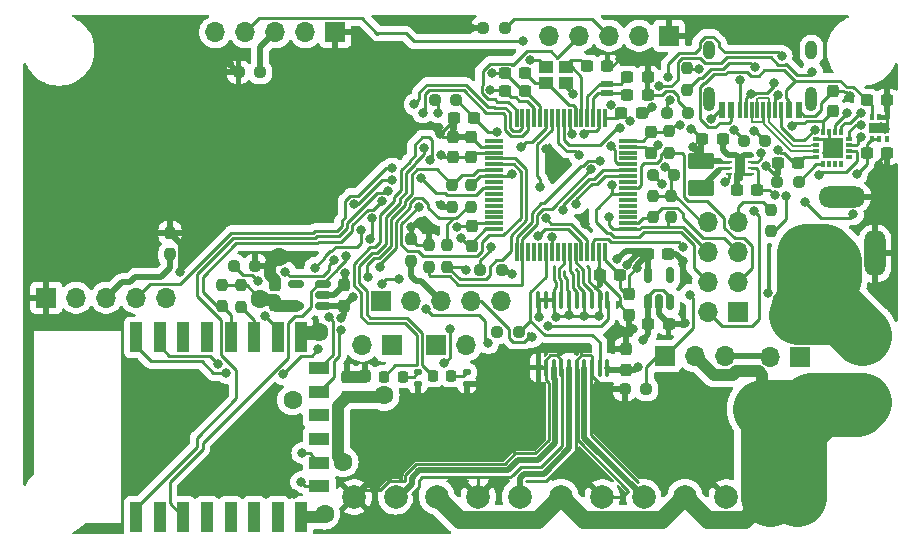
<source format=gtl>
G04 #@! TF.GenerationSoftware,KiCad,Pcbnew,7.0.2-0*
G04 #@! TF.CreationDate,2023-12-31T00:12:16-06:00*
G04 #@! TF.ProjectId,spudglo_driver_v6p0,73707564-676c-46f5-9f64-72697665725f,rev?*
G04 #@! TF.SameCoordinates,Original*
G04 #@! TF.FileFunction,Copper,L1,Top*
G04 #@! TF.FilePolarity,Positive*
%FSLAX46Y46*%
G04 Gerber Fmt 4.6, Leading zero omitted, Abs format (unit mm)*
G04 Created by KiCad (PCBNEW 7.0.2-0) date 2023-12-31 00:12:16*
%MOMM*%
%LPD*%
G01*
G04 APERTURE LIST*
G04 Aperture macros list*
%AMRoundRect*
0 Rectangle with rounded corners*
0 $1 Rounding radius*
0 $2 $3 $4 $5 $6 $7 $8 $9 X,Y pos of 4 corners*
0 Add a 4 corners polygon primitive as box body*
4,1,4,$2,$3,$4,$5,$6,$7,$8,$9,$2,$3,0*
0 Add four circle primitives for the rounded corners*
1,1,$1+$1,$2,$3*
1,1,$1+$1,$4,$5*
1,1,$1+$1,$6,$7*
1,1,$1+$1,$8,$9*
0 Add four rect primitives between the rounded corners*
20,1,$1+$1,$2,$3,$4,$5,0*
20,1,$1+$1,$4,$5,$6,$7,0*
20,1,$1+$1,$6,$7,$8,$9,0*
20,1,$1+$1,$8,$9,$2,$3,0*%
G04 Aperture macros list end*
G04 #@! TA.AperFunction,SMDPad,CuDef*
%ADD10RoundRect,0.237500X0.237500X-0.250000X0.237500X0.250000X-0.237500X0.250000X-0.237500X-0.250000X0*%
G04 #@! TD*
G04 #@! TA.AperFunction,SMDPad,CuDef*
%ADD11RoundRect,0.237500X-0.300000X-0.237500X0.300000X-0.237500X0.300000X0.237500X-0.300000X0.237500X0*%
G04 #@! TD*
G04 #@! TA.AperFunction,ComponentPad*
%ADD12R,1.700000X1.700000*%
G04 #@! TD*
G04 #@! TA.AperFunction,ComponentPad*
%ADD13O,1.700000X1.700000*%
G04 #@! TD*
G04 #@! TA.AperFunction,SMDPad,CuDef*
%ADD14R,1.140000X0.575000*%
G04 #@! TD*
G04 #@! TA.AperFunction,SMDPad,CuDef*
%ADD15RoundRect,0.075000X-0.075000X0.700000X-0.075000X-0.700000X0.075000X-0.700000X0.075000X0.700000X0*%
G04 #@! TD*
G04 #@! TA.AperFunction,SMDPad,CuDef*
%ADD16RoundRect,0.075000X-0.700000X0.075000X-0.700000X-0.075000X0.700000X-0.075000X0.700000X0.075000X0*%
G04 #@! TD*
G04 #@! TA.AperFunction,SMDPad,CuDef*
%ADD17RoundRect,0.237500X0.300000X0.237500X-0.300000X0.237500X-0.300000X-0.237500X0.300000X-0.237500X0*%
G04 #@! TD*
G04 #@! TA.AperFunction,SMDPad,CuDef*
%ADD18RoundRect,0.237500X0.237500X-0.300000X0.237500X0.300000X-0.237500X0.300000X-0.237500X-0.300000X0*%
G04 #@! TD*
G04 #@! TA.AperFunction,SMDPad,CuDef*
%ADD19RoundRect,0.237500X-0.250000X-0.237500X0.250000X-0.237500X0.250000X0.237500X-0.250000X0.237500X0*%
G04 #@! TD*
G04 #@! TA.AperFunction,SMDPad,CuDef*
%ADD20R,4.000000X3.000000*%
G04 #@! TD*
G04 #@! TA.AperFunction,SMDPad,CuDef*
%ADD21R,1.200000X1.000000*%
G04 #@! TD*
G04 #@! TA.AperFunction,SMDPad,CuDef*
%ADD22RoundRect,0.237500X-0.237500X0.250000X-0.237500X-0.250000X0.237500X-0.250000X0.237500X0.250000X0*%
G04 #@! TD*
G04 #@! TA.AperFunction,SMDPad,CuDef*
%ADD23RoundRect,0.237500X0.250000X0.237500X-0.250000X0.237500X-0.250000X-0.237500X0.250000X-0.237500X0*%
G04 #@! TD*
G04 #@! TA.AperFunction,ComponentPad*
%ADD24C,2.000000*%
G04 #@! TD*
G04 #@! TA.AperFunction,SMDPad,CuDef*
%ADD25RoundRect,0.150000X0.150000X-0.512500X0.150000X0.512500X-0.150000X0.512500X-0.150000X-0.512500X0*%
G04 #@! TD*
G04 #@! TA.AperFunction,SMDPad,CuDef*
%ADD26RoundRect,0.218750X0.218750X0.256250X-0.218750X0.256250X-0.218750X-0.256250X0.218750X-0.256250X0*%
G04 #@! TD*
G04 #@! TA.AperFunction,SMDPad,CuDef*
%ADD27RoundRect,0.135000X-0.185000X0.135000X-0.185000X-0.135000X0.185000X-0.135000X0.185000X0.135000X0*%
G04 #@! TD*
G04 #@! TA.AperFunction,ComponentPad*
%ADD28R,1.800000X4.400000*%
G04 #@! TD*
G04 #@! TA.AperFunction,ComponentPad*
%ADD29O,1.800000X4.000000*%
G04 #@! TD*
G04 #@! TA.AperFunction,ComponentPad*
%ADD30O,4.000000X1.800000*%
G04 #@! TD*
G04 #@! TA.AperFunction,SMDPad,CuDef*
%ADD31R,0.600000X1.450000*%
G04 #@! TD*
G04 #@! TA.AperFunction,SMDPad,CuDef*
%ADD32R,0.300000X1.450000*%
G04 #@! TD*
G04 #@! TA.AperFunction,ComponentPad*
%ADD33O,1.000000X2.100000*%
G04 #@! TD*
G04 #@! TA.AperFunction,ComponentPad*
%ADD34O,1.000000X1.600000*%
G04 #@! TD*
G04 #@! TA.AperFunction,SMDPad,CuDef*
%ADD35R,1.000000X2.500000*%
G04 #@! TD*
G04 #@! TA.AperFunction,SMDPad,CuDef*
%ADD36R,1.800000X1.000000*%
G04 #@! TD*
G04 #@! TA.AperFunction,SMDPad,CuDef*
%ADD37RoundRect,0.237500X-0.237500X0.300000X-0.237500X-0.300000X0.237500X-0.300000X0.237500X0.300000X0*%
G04 #@! TD*
G04 #@! TA.AperFunction,SMDPad,CuDef*
%ADD38R,0.400000X0.470000*%
G04 #@! TD*
G04 #@! TA.AperFunction,SMDPad,CuDef*
%ADD39R,1.700000X0.950000*%
G04 #@! TD*
G04 #@! TA.AperFunction,SMDPad,CuDef*
%ADD40R,0.300000X0.625000*%
G04 #@! TD*
G04 #@! TA.AperFunction,SMDPad,CuDef*
%ADD41R,0.625000X0.300000*%
G04 #@! TD*
G04 #@! TA.AperFunction,SMDPad,CuDef*
%ADD42R,1.700000X1.700000*%
G04 #@! TD*
G04 #@! TA.AperFunction,SMDPad,CuDef*
%ADD43RoundRect,0.250001X0.849999X-0.462499X0.849999X0.462499X-0.849999X0.462499X-0.849999X-0.462499X0*%
G04 #@! TD*
G04 #@! TA.AperFunction,SMDPad,CuDef*
%ADD44R,0.500000X0.250000*%
G04 #@! TD*
G04 #@! TA.AperFunction,ComponentPad*
%ADD45C,0.600000*%
G04 #@! TD*
G04 #@! TA.AperFunction,SMDPad,CuDef*
%ADD46R,0.900000X1.600000*%
G04 #@! TD*
G04 #@! TA.AperFunction,SMDPad,CuDef*
%ADD47RoundRect,0.150000X0.512500X0.150000X-0.512500X0.150000X-0.512500X-0.150000X0.512500X-0.150000X0*%
G04 #@! TD*
G04 #@! TA.AperFunction,SMDPad,CuDef*
%ADD48RoundRect,0.100000X-0.100000X0.637500X-0.100000X-0.637500X0.100000X-0.637500X0.100000X0.637500X0*%
G04 #@! TD*
G04 #@! TA.AperFunction,ViaPad*
%ADD49C,1.600000*%
G04 #@! TD*
G04 #@! TA.AperFunction,ViaPad*
%ADD50C,5.000000*%
G04 #@! TD*
G04 #@! TA.AperFunction,ViaPad*
%ADD51C,0.800000*%
G04 #@! TD*
G04 #@! TA.AperFunction,Conductor*
%ADD52C,0.250000*%
G04 #@! TD*
G04 #@! TA.AperFunction,Conductor*
%ADD53C,0.500000*%
G04 #@! TD*
G04 #@! TA.AperFunction,Conductor*
%ADD54C,5.000000*%
G04 #@! TD*
G04 #@! TA.AperFunction,Conductor*
%ADD55C,1.000000*%
G04 #@! TD*
G04 #@! TA.AperFunction,Conductor*
%ADD56C,0.200000*%
G04 #@! TD*
G04 #@! TA.AperFunction,Conductor*
%ADD57C,1.500000*%
G04 #@! TD*
G04 APERTURE END LIST*
D10*
X131840000Y-152285000D03*
X131840000Y-150460000D03*
D11*
X121455000Y-160110000D03*
X123180000Y-160110000D03*
D12*
X70495000Y-157910000D03*
D13*
X73035000Y-157910000D03*
X75575000Y-157910000D03*
X78115000Y-157910000D03*
X80655000Y-157910000D03*
D14*
X117940000Y-140601000D03*
X117940000Y-139776000D03*
D10*
X86960000Y-158660000D03*
X86960000Y-156835000D03*
D15*
X117810000Y-142690000D03*
X117310000Y-142690000D03*
X116810000Y-142690000D03*
X116310000Y-142690000D03*
X115810000Y-142690000D03*
X115310000Y-142690000D03*
X114810000Y-142690000D03*
X114310000Y-142690000D03*
X113810000Y-142690000D03*
X113310000Y-142690000D03*
X112810000Y-142690000D03*
X112310000Y-142690000D03*
X111810000Y-142690000D03*
X111310000Y-142690000D03*
X110810000Y-142690000D03*
X110310000Y-142690000D03*
D16*
X108385000Y-144615000D03*
X108385000Y-145115000D03*
X108385000Y-145615000D03*
X108385000Y-146115000D03*
X108385000Y-146615000D03*
X108385000Y-147115000D03*
X108385000Y-147615000D03*
X108385000Y-148115000D03*
X108385000Y-148615000D03*
X108385000Y-149115000D03*
X108385000Y-149615000D03*
X108385000Y-150115000D03*
X108385000Y-150615000D03*
X108385000Y-151115000D03*
X108385000Y-151615000D03*
X108385000Y-152115000D03*
D15*
X110310000Y-154040000D03*
X110810000Y-154040000D03*
X111310000Y-154040000D03*
X111810000Y-154040000D03*
X112310000Y-154040000D03*
X112810000Y-154040000D03*
X113310000Y-154040000D03*
X113810000Y-154040000D03*
X114310000Y-154040000D03*
X114810000Y-154040000D03*
X115310000Y-154040000D03*
X115810000Y-154040000D03*
X116310000Y-154040000D03*
X116810000Y-154040000D03*
X117310000Y-154040000D03*
X117810000Y-154040000D03*
D16*
X119735000Y-152115000D03*
X119735000Y-151615000D03*
X119735000Y-151115000D03*
X119735000Y-150615000D03*
X119735000Y-150115000D03*
X119735000Y-149615000D03*
X119735000Y-149115000D03*
X119735000Y-148615000D03*
X119735000Y-148115000D03*
X119735000Y-147615000D03*
X119735000Y-147115000D03*
X119735000Y-146615000D03*
X119735000Y-146115000D03*
X119735000Y-145615000D03*
X119735000Y-145115000D03*
X119735000Y-144615000D03*
D17*
X106710000Y-142690000D03*
X104985000Y-142690000D03*
D11*
X126030001Y-144459998D03*
X127755001Y-144459998D03*
D18*
X97470000Y-166285000D03*
X97470000Y-164560000D03*
D12*
X99770000Y-161950000D03*
D13*
X97230000Y-161950000D03*
D12*
X94966954Y-135413294D03*
D13*
X92426954Y-135413294D03*
X89886954Y-135413294D03*
X87346954Y-135413294D03*
X84806954Y-135413294D03*
D10*
X101370000Y-154785000D03*
X101370000Y-152960000D03*
D19*
X107245000Y-155540000D03*
X109070000Y-155540000D03*
D20*
X139570000Y-161130001D03*
X139570000Y-166730001D03*
D21*
X112820000Y-139710000D03*
X114520000Y-139710000D03*
X114520000Y-138410000D03*
X112820000Y-138410000D03*
D22*
X106460000Y-148365000D03*
X106460000Y-150190000D03*
D18*
X106470000Y-146032500D03*
X106470000Y-144307500D03*
D23*
X134220000Y-148090000D03*
X132395000Y-148090000D03*
X109300000Y-135070000D03*
X107475000Y-135070000D03*
D18*
X106510000Y-153520000D03*
X106510000Y-151795000D03*
D10*
X102930000Y-155310000D03*
X102930000Y-153485000D03*
D22*
X121830000Y-149270000D03*
X121830000Y-151095000D03*
D17*
X119074999Y-156005002D03*
X117349999Y-156005002D03*
D11*
X119680000Y-139240000D03*
X121405000Y-139240000D03*
D12*
X134310000Y-162890000D03*
D13*
X131770000Y-162890000D03*
D10*
X124760000Y-140280000D03*
X124760000Y-138455000D03*
D12*
X123230048Y-135719976D03*
D13*
X120690048Y-135719976D03*
X118150048Y-135719976D03*
X115610048Y-135719976D03*
X113070048Y-135719976D03*
D23*
X131362500Y-144610000D03*
X129537500Y-144610000D03*
D24*
X135065818Y-174766982D03*
X131565818Y-174766982D03*
X128065818Y-174766982D03*
X124565818Y-174766982D03*
X121065818Y-174766982D03*
X117565818Y-174766982D03*
X114065818Y-174766982D03*
X110565818Y-174766982D03*
X107065818Y-174766982D03*
X103565818Y-174766982D03*
X100065818Y-174766982D03*
X96565818Y-174766982D03*
D17*
X130690000Y-148760000D03*
X128965000Y-148760000D03*
D10*
X80969999Y-154240000D03*
X80969999Y-152415000D03*
X85400000Y-158635000D03*
X85400000Y-156810000D03*
D25*
X121420000Y-158267500D03*
X122370000Y-158267500D03*
X123320000Y-158267500D03*
X123320000Y-155992500D03*
X121420000Y-155992500D03*
D17*
X111060000Y-138900000D03*
X109335000Y-138900000D03*
D11*
X109315000Y-140420000D03*
X111040000Y-140420000D03*
D12*
X129090000Y-159130000D03*
D13*
X126550000Y-159130000D03*
X129090000Y-156590000D03*
X126550000Y-156590000D03*
X129090000Y-154050000D03*
X126550000Y-154050000D03*
X129090000Y-151510000D03*
X126550000Y-151510000D03*
D26*
X100660000Y-164580000D03*
X99085000Y-164580000D03*
D19*
X123040000Y-142310000D03*
X124865000Y-142310000D03*
D27*
X106100000Y-164210000D03*
X106100000Y-165230000D03*
D10*
X104460000Y-155270000D03*
X104460000Y-153445000D03*
X104880000Y-150200000D03*
X104880000Y-148375000D03*
D23*
X121299999Y-165660001D03*
X119474999Y-165660001D03*
D17*
X134160000Y-146480000D03*
X132435000Y-146480000D03*
D12*
X122890000Y-162880000D03*
D13*
X125430000Y-162880000D03*
X127970000Y-162880000D03*
D28*
X134850000Y-154160000D03*
D29*
X140650000Y-154160000D03*
D30*
X137850000Y-149360000D03*
D11*
X119187500Y-142280000D03*
X120912500Y-142280000D03*
D23*
X110480000Y-160840000D03*
X108655000Y-160840000D03*
D31*
X134210000Y-142035000D03*
X133410000Y-142035000D03*
D32*
X132210000Y-142035000D03*
X131210000Y-142035000D03*
X130710000Y-142035000D03*
X129710000Y-142035000D03*
D31*
X128510000Y-142035000D03*
X127710000Y-142035000D03*
X127710000Y-142035000D03*
X128510000Y-142035000D03*
D32*
X129210000Y-142035000D03*
X130210000Y-142035000D03*
X131710000Y-142035000D03*
X132710000Y-142035000D03*
D31*
X133410000Y-142035000D03*
X134210000Y-142035000D03*
D33*
X135280000Y-141120000D03*
D34*
X135280000Y-136940000D03*
D33*
X126640000Y-141120000D03*
D34*
X126640000Y-136940000D03*
D35*
X78100000Y-176470000D03*
X80100000Y-176470000D03*
X82100000Y-176470000D03*
X84100000Y-176470000D03*
X86100000Y-176470000D03*
X88100000Y-176470000D03*
X90100000Y-176470000D03*
X92100000Y-176470000D03*
D36*
X93600000Y-173870000D03*
X93600000Y-171870000D03*
X93600000Y-169870000D03*
X93600000Y-167870000D03*
X93600000Y-165870000D03*
X93600000Y-163870000D03*
D35*
X92100000Y-161270000D03*
X90100000Y-161270000D03*
X88100000Y-161270000D03*
X86100000Y-161270000D03*
X84100000Y-161270000D03*
X82100000Y-161270000D03*
X80100000Y-161270000D03*
X78100000Y-161270000D03*
D11*
X121420000Y-154217491D03*
X123145000Y-154217491D03*
X139955000Y-141200000D03*
X141680000Y-141200000D03*
D12*
X98839924Y-158180928D03*
D13*
X101379924Y-158180928D03*
X103919924Y-158180928D03*
X106459924Y-158180928D03*
X108999924Y-158180928D03*
D37*
X119870000Y-157610000D03*
X119870000Y-159335000D03*
D23*
X88182500Y-155210000D03*
X86357500Y-155210000D03*
D38*
X141690000Y-142645000D03*
X141040000Y-142645000D03*
X140390000Y-142645000D03*
X140390000Y-144475000D03*
X141040000Y-144475000D03*
X141690000Y-144475000D03*
D39*
X141040000Y-143560000D03*
D11*
X119680000Y-140770000D03*
X121405000Y-140770000D03*
D19*
X103384999Y-141130003D03*
X105209999Y-141130003D03*
D40*
X136290000Y-146617695D03*
X136790000Y-146617695D03*
X137290000Y-146617695D03*
X137790000Y-146617695D03*
D41*
X138457500Y-146010195D03*
X138457500Y-145510195D03*
X138457500Y-145010195D03*
X138457500Y-144510195D03*
D40*
X137790000Y-143842695D03*
X137290000Y-143842695D03*
X136790000Y-143842695D03*
X136290000Y-143842695D03*
D41*
X135682500Y-144510195D03*
X135682500Y-145010195D03*
X135682500Y-145510195D03*
X135682500Y-146010195D03*
D42*
X137065000Y-145235195D03*
D18*
X95670000Y-158595000D03*
X95670000Y-156870000D03*
D12*
X103480000Y-161920000D03*
D13*
X106020000Y-161920000D03*
D43*
X125900000Y-148660000D03*
X125900000Y-146335000D03*
D11*
X116285000Y-138310000D03*
X118010000Y-138310000D03*
D23*
X88595001Y-138799997D03*
X86770001Y-138799997D03*
D18*
X104930000Y-146020000D03*
X104930000Y-144295000D03*
X95970000Y-166305000D03*
X95970000Y-164580000D03*
D37*
X121710000Y-143890000D03*
X121710000Y-145615000D03*
D44*
X130160000Y-147440000D03*
X130160000Y-146940000D03*
X130160000Y-146440000D03*
X130160000Y-145940000D03*
X128260000Y-145940000D03*
X128260000Y-146440000D03*
X128260000Y-146940000D03*
X128260000Y-147440000D03*
D45*
X129210000Y-147190000D03*
D46*
X129210000Y-146690000D03*
D45*
X129210000Y-146190000D03*
D47*
X93930000Y-158620000D03*
X93930000Y-157670000D03*
X93930000Y-156720000D03*
X91655000Y-156720000D03*
X91655000Y-158620000D03*
D48*
X118000000Y-158110000D03*
X117350000Y-158110000D03*
X116700000Y-158110000D03*
X116050000Y-158110000D03*
X115400000Y-158110000D03*
X114750000Y-158110000D03*
X114100000Y-158110000D03*
X113450000Y-158110000D03*
X112800000Y-158110000D03*
X112150000Y-158110000D03*
X112150000Y-163835000D03*
X112800000Y-163835000D03*
X113450000Y-163835000D03*
X114100000Y-163835000D03*
X114750000Y-163835000D03*
X115400000Y-163835000D03*
X116050000Y-163835000D03*
X116700000Y-163835000D03*
X117350000Y-163835000D03*
X118000000Y-163835000D03*
D22*
X123430000Y-149260000D03*
X123430000Y-151085000D03*
D26*
X104795000Y-164520000D03*
X103220000Y-164520000D03*
D11*
X139960001Y-145679996D03*
X141685001Y-145679996D03*
D18*
X89880000Y-158560000D03*
X89880000Y-156835000D03*
D22*
X123250000Y-143830000D03*
X123250000Y-145655000D03*
D23*
X123675000Y-147490000D03*
X121850000Y-147490000D03*
D18*
X119580000Y-164002500D03*
X119580000Y-162277500D03*
D27*
X101940000Y-164230000D03*
X101940000Y-165250000D03*
D18*
X137109994Y-142120000D03*
X137109994Y-140395000D03*
D49*
X136886614Y-156386614D03*
X137860000Y-159340000D03*
D50*
X134341519Y-158931710D03*
D49*
X137050000Y-154830000D03*
D51*
X120580000Y-163780000D03*
X96456660Y-157821863D03*
X120990000Y-161450000D03*
X95438957Y-159583018D03*
X85940000Y-138062794D03*
D49*
X93610000Y-160770000D03*
D51*
X136649903Y-144820097D03*
X114150000Y-162310000D03*
X137450000Y-145650000D03*
X131580000Y-157500000D03*
X103880000Y-150050000D03*
X138505200Y-140799500D03*
X140590000Y-143560000D03*
X137450000Y-144810000D03*
X131422009Y-146727589D03*
X101360000Y-151880000D03*
X115085500Y-140657035D03*
X81798805Y-155748805D03*
X116078000Y-151638000D03*
X120180000Y-160540000D03*
X126810000Y-142760000D03*
X124365000Y-154795000D03*
X116050000Y-159490000D03*
X111470000Y-137770000D03*
X141010000Y-146710000D03*
X108270000Y-138900000D03*
X136610000Y-145650000D03*
X112776000Y-145288000D03*
X122247288Y-144971471D03*
X91440000Y-174498000D03*
X95800000Y-155800000D03*
X115480000Y-162220000D03*
X105240848Y-151931166D03*
X112190000Y-159550000D03*
X103810000Y-144010000D03*
X121800000Y-141800000D03*
X119050000Y-137694500D03*
X114730000Y-159380000D03*
X106470000Y-135070000D03*
X141510000Y-143590000D03*
X124550000Y-160050000D03*
X117320000Y-159440000D03*
X113651186Y-159559381D03*
D49*
X90160000Y-154440000D03*
D51*
X124180004Y-143262587D03*
X108080000Y-140280000D03*
X120470000Y-155390000D03*
X132150000Y-139690000D03*
X118810000Y-154670000D03*
X122880502Y-146802092D03*
X133157672Y-149310462D03*
X130158742Y-140629401D03*
X108114500Y-153600009D03*
X103680000Y-142240000D03*
X119883750Y-142976250D03*
X133648836Y-143359500D03*
X103905000Y-145835000D03*
X105610000Y-152860000D03*
X118310000Y-141630000D03*
X119640000Y-155110000D03*
X111630000Y-161244500D03*
X102384500Y-142229580D03*
X139450000Y-144270000D03*
X116033240Y-144073062D03*
X110860000Y-136210000D03*
X102190000Y-147760000D03*
X99795500Y-146963966D03*
X115382747Y-149952747D03*
X96534940Y-149998761D03*
X97140085Y-152206339D03*
X99795500Y-147963469D03*
X114213378Y-150485721D03*
X93260500Y-155355500D03*
X119083812Y-143575500D03*
X139436297Y-142245423D03*
X135330000Y-138808000D03*
X122359422Y-140010675D03*
X138331535Y-142249000D03*
X123173920Y-139199482D03*
X115600000Y-145800000D03*
X132780000Y-137451500D03*
X115034500Y-144034011D03*
X108615511Y-143865500D03*
X135540498Y-143669500D03*
X130430000Y-150524500D03*
X139492811Y-143243326D03*
X117396681Y-146327819D03*
X135895894Y-147549500D03*
X116640000Y-147034500D03*
X125751967Y-138543291D03*
X130497892Y-138402704D03*
X139130554Y-147451548D03*
X132443555Y-145405500D03*
X134703763Y-149787231D03*
X138794710Y-150859500D03*
X124426509Y-153587504D03*
X132425500Y-140710540D03*
D49*
X95622250Y-171797750D03*
X91360000Y-166560000D03*
D51*
X98755500Y-155272992D03*
X90736681Y-155715164D03*
D49*
X99100000Y-166170000D03*
X94060000Y-176220000D03*
D51*
X94841959Y-154708138D03*
D49*
X88610000Y-157980000D03*
D51*
X88420000Y-156500000D03*
X89040000Y-159480000D03*
X129190000Y-139484500D03*
X118170000Y-151080000D03*
X112980000Y-160300000D03*
X109940000Y-155940000D03*
X113320634Y-152807786D03*
X118328845Y-145053845D03*
X123270000Y-141150000D03*
X122605000Y-148245000D03*
X118368148Y-148324500D03*
X109885603Y-147446598D03*
X99403362Y-148882834D03*
X95850000Y-154380000D03*
X97704500Y-156150740D03*
X128711874Y-143703762D03*
X127943642Y-148097984D03*
X92050000Y-173510000D03*
X102649925Y-158879609D03*
X106040000Y-155520000D03*
X107919500Y-161759306D03*
X112116893Y-152656893D03*
X104701850Y-160551850D03*
X92160000Y-171070000D03*
X104195000Y-163445000D03*
X95459500Y-160680000D03*
X98946504Y-156731426D03*
X100392385Y-156358791D03*
X112774500Y-151197571D03*
X101660000Y-141530000D03*
X94440000Y-159550000D03*
X97874701Y-152930839D03*
X98045500Y-151174500D03*
X102040000Y-150200000D03*
X98897253Y-149747260D03*
X85040733Y-163535332D03*
X93539505Y-162290495D03*
X90557299Y-164387299D03*
X85747488Y-164299500D03*
X102983704Y-146222580D03*
X112324500Y-148510000D03*
X110725000Y-145155000D03*
X102440000Y-145240000D03*
D49*
X136430000Y-166730001D03*
X131765818Y-171710000D03*
X134070812Y-172700000D03*
X131127968Y-166680000D03*
D51*
X132160000Y-149250000D03*
D50*
X134070812Y-169102837D03*
D51*
X125215000Y-145135000D03*
X125117678Y-143608670D03*
X130447988Y-143759500D03*
X125030000Y-157650000D03*
X130993152Y-145675948D03*
D52*
X85747488Y-164299500D02*
X84649500Y-164299500D01*
X78100000Y-162020000D02*
X78100000Y-161270000D01*
X84649500Y-164299500D02*
X83645000Y-163295000D01*
X79375000Y-163295000D02*
X78100000Y-162020000D01*
X83645000Y-163295000D02*
X79375000Y-163295000D01*
X82100000Y-176470000D02*
X80950000Y-175320000D01*
X80950000Y-175320000D02*
X80950000Y-173506396D01*
X80950000Y-173506396D02*
X83725000Y-170731396D01*
X83725000Y-170731396D02*
X83725000Y-170195000D01*
X83725000Y-170195000D02*
X90925000Y-162995000D01*
X90925000Y-162995000D02*
X90925000Y-160090000D01*
X90925000Y-160090000D02*
X91570000Y-159445000D01*
X91570000Y-159445000D02*
X92164251Y-159445000D01*
X92164251Y-159445000D02*
X92942500Y-158666751D01*
X92942500Y-158666751D02*
X92942500Y-157323249D01*
X92942500Y-157323249D02*
X93545749Y-156720000D01*
X93545749Y-156720000D02*
X93930000Y-156720000D01*
X99226034Y-146963966D02*
X96916239Y-149273761D01*
X86157208Y-152415000D02*
X81837208Y-156735000D01*
X96234635Y-149273761D02*
X95809940Y-149698456D01*
X95809940Y-149698456D02*
X95809940Y-151111963D01*
X95809940Y-151111963D02*
X95515085Y-151406818D01*
X96916239Y-149273761D02*
X96234635Y-149273761D01*
X95515085Y-151406818D02*
X95515085Y-151856636D01*
X95515085Y-151856636D02*
X95115721Y-152256000D01*
X93214000Y-152256000D02*
X93055000Y-152415000D01*
X81837208Y-156735000D02*
X79290000Y-156735000D01*
X93055000Y-152415000D02*
X86157208Y-152415000D01*
X95115721Y-152256000D02*
X93214000Y-152256000D01*
X99795500Y-146963966D02*
X99226034Y-146963966D01*
X79290000Y-156735000D02*
X78115000Y-157910000D01*
X96534940Y-149998761D02*
X96879872Y-149998761D01*
X96879872Y-149998761D02*
X98915164Y-147963469D01*
X98915164Y-147963469D02*
X99795500Y-147963469D01*
X95965085Y-152043032D02*
X95302117Y-152706000D01*
X99403362Y-148882834D02*
X99230747Y-149055449D01*
X98536039Y-149022260D02*
X95965085Y-151593214D01*
X99230747Y-149055449D02*
X99197558Y-149022260D01*
X95965085Y-151593214D02*
X95965085Y-152043032D01*
X93400396Y-152706000D02*
X93241396Y-152865000D01*
X86343604Y-152865000D02*
X83275000Y-155933604D01*
X83275000Y-155933604D02*
X83275000Y-157792995D01*
X93241396Y-152865000D02*
X86343604Y-152865000D01*
X95302117Y-152706000D02*
X93400396Y-152706000D01*
X83275000Y-157792995D02*
X85275000Y-159792995D01*
X85275000Y-159792995D02*
X85275000Y-162745000D01*
X85275000Y-162745000D02*
X86600000Y-164070000D01*
X86600000Y-164070000D02*
X86600000Y-166438604D01*
X86600000Y-166438604D02*
X83275000Y-169763604D01*
X83275000Y-169763604D02*
X83275000Y-170545000D01*
X83275000Y-170545000D02*
X78100000Y-175720000D01*
X78100000Y-175720000D02*
X78100000Y-176470000D01*
X99197558Y-149022260D02*
X98536039Y-149022260D01*
X99085000Y-164580000D02*
X100035000Y-163630000D01*
X100860000Y-160060000D02*
X97731660Y-160060000D01*
X101850000Y-161050000D02*
X100860000Y-160060000D01*
X101850000Y-163630000D02*
X101850000Y-161050000D01*
X100035000Y-163630000D02*
X101850000Y-163630000D01*
X97731660Y-160060000D02*
X97181660Y-159510000D01*
X97181660Y-159510000D02*
X97181660Y-157521558D01*
X97181660Y-157521558D02*
X96530000Y-156869898D01*
X96530000Y-155021903D02*
X97896903Y-153655000D01*
X96530000Y-156869898D02*
X96530000Y-155021903D01*
X97896903Y-153655000D02*
X98285812Y-153655000D01*
X98285812Y-153655000D02*
X98769999Y-153170813D01*
X98769999Y-153170813D02*
X98770000Y-150899111D01*
X98770000Y-150899111D02*
X99965000Y-149704111D01*
X99965000Y-149704111D02*
X99965000Y-149340507D01*
X99965000Y-149340507D02*
X100520000Y-148785507D01*
X100520000Y-148785507D02*
X100520000Y-147131903D01*
X100520000Y-147131903D02*
X101253299Y-146398604D01*
X101253299Y-146398604D02*
X101253299Y-146291284D01*
X101253299Y-146291284D02*
X101700000Y-145844583D01*
X101700000Y-145844583D02*
X101700000Y-144954695D01*
X101700000Y-144954695D02*
X102344390Y-144310305D01*
X102344390Y-144310305D02*
X102940305Y-144310305D01*
X102940305Y-144310305D02*
X103180000Y-144550000D01*
X103180000Y-144550000D02*
X103180000Y-146026284D01*
X103180000Y-146026284D02*
X102983704Y-146222580D01*
X109320000Y-143696396D02*
X109863604Y-144240000D01*
X109320000Y-142450000D02*
X109320000Y-143696396D01*
X110737081Y-144240000D02*
X111310000Y-143667081D01*
X102572499Y-142041581D02*
X102572499Y-140659508D01*
X102572499Y-140659508D02*
X102902004Y-140330003D01*
X102384500Y-142229580D02*
X102572499Y-142041581D01*
X102902004Y-140330003D02*
X105831906Y-140330003D01*
X105831906Y-140330003D02*
X107761903Y-142260000D01*
X107761903Y-142260000D02*
X109130000Y-142260000D01*
X109130000Y-142260000D02*
X109320000Y-142450000D01*
X109863604Y-144240000D02*
X110737081Y-144240000D01*
X111310000Y-143667081D02*
X111310000Y-142690000D01*
X101660000Y-141530000D02*
X102080000Y-141110000D01*
X102080000Y-141110000D02*
X102080000Y-140515611D01*
X102080000Y-140515611D02*
X102715608Y-139880003D01*
X102715608Y-139880003D02*
X106018302Y-139880003D01*
X106018302Y-139880003D02*
X107878299Y-141740000D01*
X107878299Y-141740000D02*
X108420000Y-141740000D01*
X108420000Y-141740000D02*
X108490000Y-141810000D01*
X108490000Y-141810000D02*
X109360000Y-141810000D01*
X109360000Y-141810000D02*
X109770000Y-142220000D01*
X109770000Y-142220000D02*
X109770000Y-143510000D01*
X109770000Y-143510000D02*
X110050000Y-143790000D01*
X110050000Y-143790000D02*
X110550685Y-143790000D01*
X110810000Y-143530685D02*
X110810000Y-142690000D01*
X110550685Y-143790000D02*
X110810000Y-143530685D01*
X98946504Y-156683496D02*
X99271209Y-156358791D01*
X99271209Y-156358791D02*
X100392385Y-156358791D01*
X98946504Y-156731426D02*
X98946504Y-156683496D01*
X98755500Y-155272992D02*
X98755500Y-155094500D01*
X98755500Y-155094500D02*
X100119999Y-153730001D01*
X100119999Y-153730001D02*
X100120000Y-151458299D01*
X100120000Y-151458299D02*
X101315000Y-150263299D01*
X101315000Y-150263299D02*
X101315000Y-149899695D01*
X101315000Y-149899695D02*
X101739695Y-149475000D01*
X101739695Y-149475000D02*
X102340305Y-149475000D01*
X102340305Y-149475000D02*
X102820000Y-149954695D01*
X102820000Y-149954695D02*
X102820000Y-150270000D01*
X102820000Y-150270000D02*
X103720000Y-151170000D01*
X103720000Y-151170000D02*
X105192995Y-151170000D01*
X100865000Y-149713299D02*
X101420000Y-149158299D01*
X101889695Y-147035000D02*
X103540000Y-147035000D01*
X97670000Y-156116240D02*
X97670000Y-155154695D01*
X100865000Y-150076903D02*
X100865000Y-149713299D01*
X97670000Y-155154695D02*
X98269695Y-154555000D01*
X101420000Y-147504695D02*
X101889695Y-147035000D01*
X97704500Y-156150740D02*
X97670000Y-156116240D01*
X98269695Y-154555000D02*
X98658604Y-154555000D01*
X98658604Y-154555000D02*
X99669999Y-153543605D01*
X99669999Y-153543605D02*
X99670000Y-151271903D01*
X101420000Y-149158299D02*
X101420000Y-147504695D01*
X103540000Y-147035000D02*
X104880000Y-148375000D01*
X99670000Y-151271903D02*
X100865000Y-150076903D01*
X102440000Y-145240000D02*
X102440000Y-145740979D01*
X102440000Y-145740979D02*
X101703299Y-146477680D01*
X101703299Y-146477680D02*
X101703299Y-146585000D01*
X102300000Y-163600000D02*
X103220000Y-164520000D01*
X101703299Y-146585000D02*
X100970000Y-147318299D01*
X97631660Y-157335162D02*
X97631660Y-159322664D01*
X99220000Y-151085507D02*
X99219999Y-153357209D01*
X100970000Y-147318299D02*
X100970000Y-148971903D01*
X98083299Y-154105000D02*
X96980000Y-155208299D01*
X98472208Y-154105000D02*
X98083299Y-154105000D01*
X100970000Y-148971903D02*
X100415000Y-149526903D01*
X100415000Y-149526903D02*
X100415000Y-149890507D01*
X102300000Y-160860000D02*
X102300000Y-163600000D01*
X99219999Y-153357209D02*
X98472208Y-154105000D01*
X100415000Y-149890507D02*
X99220000Y-151085507D01*
X96980000Y-155208299D02*
X96980000Y-156683502D01*
X96980000Y-156683502D02*
X97631660Y-157335162D01*
X97918996Y-159610000D02*
X101050000Y-159610000D01*
X97631660Y-159322664D02*
X97918996Y-159610000D01*
X101050000Y-159610000D02*
X102300000Y-160860000D01*
X130855000Y-159715000D02*
X130265000Y-160305000D01*
X130430000Y-150524500D02*
X130855000Y-150949500D01*
X130855000Y-150949500D02*
X130855000Y-159715000D01*
X130265000Y-160305000D02*
X127725000Y-160305000D01*
X127725000Y-160305000D02*
X126550000Y-159130000D01*
X131840000Y-150460000D02*
X131180000Y-149800000D01*
X131180000Y-149800000D02*
X129480000Y-149800000D01*
X129480000Y-149800000D02*
X129090000Y-150190000D01*
X129090000Y-150190000D02*
X129090000Y-151510000D01*
X133157672Y-149310462D02*
X133157672Y-151252328D01*
X133157672Y-151252328D02*
X132125000Y-152285000D01*
X132125000Y-152285000D02*
X131840000Y-152285000D01*
X139095000Y-145535195D02*
X139070000Y-145510195D01*
X135895894Y-147549500D02*
X136190199Y-147255195D01*
X136190199Y-147255195D02*
X138184805Y-147255195D01*
X139070000Y-145510195D02*
X138457500Y-145510195D01*
X138184805Y-147255195D02*
X139095000Y-146345000D01*
X139095000Y-146345000D02*
X139095000Y-145535195D01*
X139130554Y-147451548D02*
X139960001Y-146622101D01*
X139960001Y-146622101D02*
X139960001Y-145679996D01*
D53*
X81894999Y-155652611D02*
X81894999Y-153340000D01*
X81798805Y-155748805D02*
X81894999Y-155652611D01*
X81894999Y-153340000D02*
X80969999Y-152415000D01*
D54*
X136886615Y-156386614D02*
X137050000Y-156223229D01*
X136380000Y-154160000D02*
X134850000Y-154160000D01*
X137050000Y-156223229D02*
X137050000Y-154830000D01*
X134850000Y-158614063D02*
X134124063Y-159340000D01*
X134341519Y-158931710D02*
X137371709Y-158931710D01*
X137050000Y-154830000D02*
X136380000Y-154160000D01*
X134124063Y-159340000D02*
X137860000Y-159340000D01*
X139570000Y-161050000D02*
X139570000Y-161130001D01*
X136886614Y-156386615D02*
X136886614Y-156386614D01*
X137371709Y-158931710D02*
X139570000Y-161130001D01*
X134341519Y-158931710D02*
X136886614Y-156386615D01*
X137860000Y-159340000D02*
X139570000Y-161050000D01*
X136886614Y-156386614D02*
X136886615Y-156386614D01*
X134850000Y-154160000D02*
X134850000Y-158614063D01*
D53*
X96456660Y-157821863D02*
X95683523Y-158595000D01*
X131760000Y-162880000D02*
X131770000Y-162890000D01*
D52*
X121420000Y-157780000D02*
X121420000Y-158267500D01*
D53*
X119580000Y-164002500D02*
X118167500Y-164002500D01*
X95645000Y-158620000D02*
X95670000Y-158595000D01*
X95683523Y-158595000D02*
X95670000Y-158595000D01*
X118167500Y-164002500D02*
X118000000Y-163835000D01*
X127970000Y-162880000D02*
X131760000Y-162880000D01*
D52*
X121920000Y-157280000D02*
X121420000Y-157780000D01*
D53*
X120357500Y-164002500D02*
X120580000Y-163780000D01*
D52*
X122716751Y-157280000D02*
X121920000Y-157280000D01*
D53*
X121455000Y-160110000D02*
X121455000Y-158302500D01*
D52*
X123320000Y-157883249D02*
X122716751Y-157280000D01*
D53*
X95438957Y-159583018D02*
X95670000Y-159351975D01*
X121455000Y-158302500D02*
X121420000Y-158267500D01*
X95670000Y-159351975D02*
X95670000Y-158595000D01*
D52*
X123320000Y-158267500D02*
X123320000Y-157883249D01*
D53*
X93930000Y-158620000D02*
X95645000Y-158620000D01*
X121455000Y-160985000D02*
X120990000Y-161450000D01*
X121455000Y-160110000D02*
X121455000Y-160985000D01*
X119580000Y-164002500D02*
X120357500Y-164002500D01*
D52*
X136340000Y-144510195D02*
X136649902Y-144820097D01*
X113025000Y-169955484D02*
X113025000Y-165088489D01*
X132395000Y-147700580D02*
X131422009Y-146727589D01*
X102041982Y-173384362D02*
X102041982Y-173918328D01*
D53*
X123145000Y-154217491D02*
X123787491Y-154217491D01*
X85940000Y-138062794D02*
X86677203Y-138799997D01*
D52*
X116700000Y-164523541D02*
X116700000Y-163835000D01*
X112800000Y-164863489D02*
X112800000Y-163835000D01*
X116700000Y-163835000D02*
X116625000Y-163910000D01*
X89390000Y-155210000D02*
X88182500Y-155210000D01*
X117430000Y-158030000D02*
X117430000Y-157501459D01*
X107065818Y-174766982D02*
X107065818Y-173215818D01*
X116420000Y-156200000D02*
X116420000Y-155354289D01*
D53*
X128965000Y-148760000D02*
X128965000Y-147435000D01*
D52*
X124865000Y-142115000D02*
X124865000Y-142310000D01*
X113450000Y-158110000D02*
X112800000Y-158110000D01*
X119580000Y-162277500D02*
X119580000Y-161140000D01*
X112800000Y-163835000D02*
X112800000Y-163146459D01*
X113450000Y-158110000D02*
X113450000Y-159358195D01*
X114620000Y-157250647D02*
X114620000Y-156290000D01*
X113025000Y-165088489D02*
X112800000Y-164863489D01*
X116625000Y-163910000D02*
X116625000Y-169512992D01*
X119767832Y-174282168D02*
X115475000Y-169989336D01*
X137109994Y-140395000D02*
X136105000Y-141399994D01*
D53*
X93930000Y-157670000D02*
X94870000Y-157670000D01*
D52*
X121405000Y-140770000D02*
X121405000Y-139240000D01*
X136790000Y-144960195D02*
X137065000Y-145235195D01*
X117430000Y-157501459D02*
X116876073Y-156947532D01*
D55*
X95970000Y-164580000D02*
X97450000Y-164580000D01*
D52*
X117349999Y-156005002D02*
X117310000Y-155965003D01*
X134670000Y-142495000D02*
X134210000Y-142035000D01*
X127535000Y-142035000D02*
X126810000Y-142760000D01*
X107065818Y-174766982D02*
X107065818Y-173110000D01*
D55*
X97450000Y-164580000D02*
X97470000Y-164560000D01*
D52*
X116050000Y-159490000D02*
X116050000Y-159570000D01*
X136649902Y-144820097D02*
X136649903Y-144820097D01*
X113173958Y-162772500D02*
X113726041Y-162772500D01*
X107065818Y-173110000D02*
X109794474Y-173110000D01*
D55*
X89880000Y-156404365D02*
X89880000Y-156835000D01*
D53*
X129210000Y-146190000D02*
X128885000Y-145865000D01*
D52*
X112150000Y-158110000D02*
X112150000Y-159510000D01*
X121320000Y-142280000D02*
X120912500Y-142280000D01*
X114750000Y-157380647D02*
X114620000Y-157250647D01*
X113450000Y-157170000D02*
X113650000Y-156970000D01*
D53*
X128185000Y-145865000D02*
X127755001Y-145435001D01*
D52*
X115400000Y-163146459D02*
X115773959Y-162772500D01*
D55*
X92100000Y-161270000D02*
X92600000Y-160770000D01*
D52*
X96565818Y-174766982D02*
X97142800Y-174190000D01*
X138230700Y-140525000D02*
X138089999Y-140525000D01*
X130160000Y-147440000D02*
X129460000Y-147440000D01*
D55*
X89470000Y-155130000D02*
X89470000Y-155994365D01*
D52*
X111040000Y-140420000D02*
X110855000Y-140420000D01*
X136790000Y-143842695D02*
X136790000Y-144960195D01*
X98740000Y-174190000D02*
X99488017Y-173441983D01*
X114360000Y-155660000D02*
X114360000Y-155606396D01*
X114520000Y-140091535D02*
X114520000Y-139710000D01*
X104930000Y-144295000D02*
X106457500Y-144295000D01*
X113460000Y-156402792D02*
X113460000Y-155240000D01*
X119050000Y-137694500D02*
X118434500Y-138310000D01*
D53*
X95800000Y-156740000D02*
X95670000Y-156870000D01*
D55*
X92600000Y-160770000D02*
X93610000Y-160770000D01*
D52*
X113726041Y-162733959D02*
X114150000Y-162310000D01*
X122247288Y-145077712D02*
X121710000Y-145615000D01*
X116050000Y-158110000D02*
X116050000Y-157407855D01*
X117836460Y-165660001D02*
X116700000Y-164523541D01*
X123995000Y-140849695D02*
X123995000Y-141245000D01*
D55*
X90160000Y-154440000D02*
X89470000Y-155130000D01*
D52*
X116050000Y-157407855D02*
X115520000Y-156877855D01*
X101370000Y-151890000D02*
X101360000Y-151880000D01*
X111890484Y-171090000D02*
X113025000Y-169955484D01*
X107277500Y-145115000D02*
X106470000Y-144307500D01*
X119870000Y-160230000D02*
X120180000Y-160540000D01*
X113726041Y-162772500D02*
X114100000Y-163146459D01*
X116962437Y-157047500D02*
X116420000Y-156505063D01*
X102316344Y-173110000D02*
X102258172Y-173168172D01*
X117350000Y-158110000D02*
X117350000Y-159410000D01*
X113650000Y-156970000D02*
X113650000Y-156592792D01*
X105377014Y-151795000D02*
X106510000Y-151795000D01*
X117350000Y-158110000D02*
X117430000Y-158030000D01*
D53*
X122370000Y-159300000D02*
X122370000Y-158267500D01*
D52*
X116625000Y-169512992D02*
X120611004Y-173498996D01*
X141690000Y-142645000D02*
X141690000Y-143410000D01*
X141685001Y-145679996D02*
X141010000Y-146354997D01*
X110855000Y-140420000D02*
X109335000Y-138900000D01*
X115773959Y-162772500D02*
X116576041Y-162772500D01*
X109990818Y-172913655D02*
X110263414Y-172641059D01*
X99488017Y-173441983D02*
X100891982Y-173441983D01*
X101370000Y-152960000D02*
X101370000Y-151890000D01*
X115400000Y-163835000D02*
X115325000Y-163910000D01*
X112180000Y-137770000D02*
X112820000Y-138410000D01*
X119474999Y-165660001D02*
X117836460Y-165660001D01*
X136105000Y-141399994D02*
X136105000Y-142011726D01*
X100891982Y-172908018D02*
X101840000Y-171960000D01*
X117073959Y-157047500D02*
X116962437Y-157047500D01*
X111470000Y-137770000D02*
X112180000Y-137770000D01*
X101840000Y-171960000D02*
X109318129Y-171960000D01*
X137959999Y-140395000D02*
X137109994Y-140395000D01*
X122247288Y-144971471D02*
X122247288Y-145077712D01*
X132395000Y-148090000D02*
X132395000Y-146520000D01*
X115475000Y-169989336D02*
X115475000Y-163910000D01*
X113450000Y-158110000D02*
X113450000Y-157170000D01*
X141010000Y-146710000D02*
X141010000Y-146730000D01*
X114750000Y-158110000D02*
X114750000Y-157380647D01*
D53*
X123787491Y-154217491D02*
X124365000Y-154795000D01*
D52*
X115520000Y-155880000D02*
X115520000Y-155727081D01*
X119735000Y-145115000D02*
X121210000Y-145115000D01*
X121800000Y-141800000D02*
X121320000Y-142280000D01*
X127710000Y-142035000D02*
X127535000Y-142035000D01*
X104930000Y-144295000D02*
X104095000Y-144295000D01*
X117350000Y-159410000D02*
X117320000Y-159440000D01*
X135621726Y-142495000D02*
X134670000Y-142495000D01*
X112800000Y-163146459D02*
X113173958Y-162772500D01*
X117349999Y-156121458D02*
X119070000Y-157841459D01*
D53*
X127755001Y-145435001D02*
X127755001Y-144459998D01*
D52*
X108270000Y-138900000D02*
X109335000Y-138900000D01*
X102041982Y-173918328D02*
X102041982Y-173918327D01*
X114175000Y-163910000D02*
X114175000Y-170431828D01*
X112310000Y-142690000D02*
X112310000Y-141690000D01*
X119070000Y-157841459D02*
X119070000Y-158535000D01*
D53*
X123180000Y-160110000D02*
X122370000Y-159300000D01*
D52*
X114620000Y-156290000D02*
X114360000Y-156030000D01*
X114100000Y-163146459D02*
X114100000Y-163835000D01*
X123995000Y-141245000D02*
X124865000Y-142115000D01*
X114750000Y-159360000D02*
X114730000Y-159380000D01*
D53*
X124365000Y-154795000D02*
X124420000Y-154850000D01*
D52*
X116050000Y-159570000D02*
X116070000Y-159590000D01*
X106400000Y-173110000D02*
X102520000Y-173110000D01*
X112843172Y-173390000D02*
X111140818Y-173390000D01*
X116050000Y-158110000D02*
X116050000Y-159490000D01*
X104880000Y-150200000D02*
X104730000Y-150050000D01*
D53*
X129535000Y-145865000D02*
X130160000Y-145865000D01*
D52*
X116420000Y-155354289D02*
X116257856Y-155192144D01*
X104095000Y-144295000D02*
X103810000Y-144010000D01*
X117092500Y-157047500D02*
X117073959Y-157047500D01*
X112150000Y-159510000D02*
X112190000Y-159550000D01*
X115475000Y-163910000D02*
X115400000Y-163835000D01*
X117310000Y-155965003D02*
X117310000Y-154040000D01*
X113650000Y-156592792D02*
X113460000Y-156402792D01*
X106690000Y-151615000D02*
X108385000Y-151615000D01*
X121210000Y-145115000D02*
X121710000Y-145615000D01*
X106470000Y-135070000D02*
X107475000Y-135070000D01*
D53*
X94870000Y-157670000D02*
X95670000Y-156870000D01*
D52*
X108385000Y-145115000D02*
X107277500Y-145115000D01*
X115773959Y-162513959D02*
X115480000Y-162220000D01*
X112310000Y-141690000D02*
X111040000Y-140420000D01*
X101895000Y-153485000D02*
X101370000Y-152960000D01*
X116700000Y-162896459D02*
X116700000Y-163835000D01*
X141690000Y-142645000D02*
X141690000Y-141210000D01*
X114100000Y-163835000D02*
X114175000Y-163910000D01*
X115520000Y-156877855D02*
X115520000Y-155880000D01*
D55*
X89470000Y-155994365D02*
X89880000Y-156404365D01*
D52*
X118434500Y-138310000D02*
X118010000Y-138310000D01*
X141690000Y-143410000D02*
X141510000Y-143590000D01*
X115400000Y-163835000D02*
X115400000Y-163146459D01*
X113450000Y-159358195D02*
X113651186Y-159559381D01*
X102041982Y-173918327D02*
X101705155Y-174255155D01*
X114175000Y-170431828D02*
X112366828Y-172240000D01*
X135682500Y-144510195D02*
X136340000Y-144510195D01*
X116876073Y-156947532D02*
X116862468Y-156947532D01*
X115773959Y-162772500D02*
X115773959Y-162513959D01*
X116576041Y-162772500D02*
X116700000Y-162896459D01*
X104730000Y-150050000D02*
X103880000Y-150050000D01*
X116420000Y-156505063D02*
X116420000Y-156200000D01*
X115085500Y-140657035D02*
X114520000Y-140091535D01*
X129460000Y-147440000D02*
X129210000Y-147190000D01*
X115325000Y-163910000D02*
X115325000Y-170908172D01*
X117565818Y-174766982D02*
X119283018Y-174766982D01*
X117349999Y-156005002D02*
X117349999Y-156121458D01*
X100891982Y-173441983D02*
X100891982Y-172908018D01*
X141690000Y-141210000D02*
X141680000Y-141200000D01*
X114750000Y-158110000D02*
X114750000Y-159360000D01*
X106457500Y-144295000D02*
X106470000Y-144307500D01*
D53*
X124490000Y-160110000D02*
X124550000Y-160050000D01*
D52*
X109318129Y-171960000D02*
X110188129Y-171090000D01*
X119070000Y-158535000D02*
X119870000Y-159335000D01*
X122969695Y-140425000D02*
X123570305Y-140425000D01*
X109794474Y-173110000D02*
X109990818Y-172913655D01*
X132395000Y-146520000D02*
X132435000Y-146480000D01*
X114360000Y-156030000D02*
X114360000Y-155660000D01*
X141690000Y-142645000D02*
X141040000Y-142645000D01*
X115325000Y-170908172D02*
X112843172Y-173390000D01*
X136649903Y-144820098D02*
X137065000Y-145235195D01*
X107065818Y-173215818D02*
X106960000Y-173110000D01*
X123570305Y-140425000D02*
X123995000Y-140849695D01*
D53*
X95800000Y-155800000D02*
X95800000Y-156740000D01*
D52*
X136649903Y-144820097D02*
X136649903Y-144820098D01*
X119870000Y-159335000D02*
X119870000Y-160230000D01*
X102520000Y-173110000D02*
X102316344Y-173110000D01*
X102930000Y-153485000D02*
X101895000Y-153485000D01*
D53*
X86677203Y-138799997D02*
X86770001Y-138799997D01*
D52*
X122624694Y-140770000D02*
X122969695Y-140425000D01*
X105240848Y-151931166D02*
X105377014Y-151795000D01*
D53*
X128885000Y-145865000D02*
X128185000Y-145865000D01*
X129210000Y-146190000D02*
X129535000Y-145865000D01*
D52*
X110188129Y-171090000D02*
X111890484Y-171090000D01*
X106510000Y-151795000D02*
X106690000Y-151615000D01*
X138505200Y-140799500D02*
X138230700Y-140525000D01*
X121405000Y-140770000D02*
X122624694Y-140770000D01*
X113726041Y-162772500D02*
X113726041Y-162733959D01*
X112366828Y-172240000D02*
X110664473Y-172240000D01*
X110664473Y-172240000D02*
X109990818Y-172913655D01*
X138089999Y-140525000D02*
X137959999Y-140395000D01*
X115520000Y-155727081D02*
X115311459Y-155518540D01*
X132395000Y-148090000D02*
X132395000Y-147700580D01*
X102258172Y-173168172D02*
X102041982Y-173384362D01*
X141010000Y-146354997D02*
X141010000Y-146710000D01*
X119283018Y-174766982D02*
X119767832Y-174282168D01*
X119580000Y-161140000D02*
X120180000Y-160540000D01*
X104985000Y-142690000D02*
X104985000Y-142835000D01*
D53*
X128965000Y-147435000D02*
X129210000Y-147190000D01*
D52*
X90160000Y-154440000D02*
X89390000Y-155210000D01*
X136105000Y-142011726D02*
X135621726Y-142495000D01*
X101705155Y-174255155D02*
X101435155Y-174525155D01*
X97142800Y-174190000D02*
X98740000Y-174190000D01*
D53*
X123180000Y-160110000D02*
X124490000Y-160110000D01*
D52*
X106960000Y-173110000D02*
X106400000Y-173110000D01*
X104985000Y-142835000D02*
X103810000Y-144010000D01*
D53*
X121142509Y-153940000D02*
X121420000Y-154217491D01*
D52*
X111810000Y-141849315D02*
X111180685Y-141220000D01*
X105610000Y-152860000D02*
X106270000Y-153520000D01*
X119074999Y-157074999D02*
X119074999Y-156005002D01*
D53*
X121420000Y-155992500D02*
X121420000Y-154217491D01*
D52*
X130158742Y-140629401D02*
X130539558Y-140629401D01*
X121710000Y-143890000D02*
X123190000Y-143890000D01*
X122987092Y-146802092D02*
X123675000Y-147490000D01*
X119870000Y-155990000D02*
X119870000Y-157610000D01*
X107655000Y-152115000D02*
X108385000Y-152115000D01*
X106510000Y-153520000D02*
X106510000Y-153260000D01*
X123430000Y-147735000D02*
X123675000Y-147490000D01*
X103680000Y-141425004D02*
X103384999Y-141130003D01*
X103905000Y-145835000D02*
X104090000Y-146020000D01*
D53*
X118810000Y-154670000D02*
X119540000Y-153940000D01*
X120470000Y-155167491D02*
X121420000Y-154217491D01*
D52*
X123420000Y-149270000D02*
X123430000Y-149260000D01*
X104930000Y-146020000D02*
X106457500Y-146020000D01*
X108080000Y-140280000D02*
X109175000Y-140280000D01*
X136284994Y-142945000D02*
X137109994Y-142120000D01*
X104090000Y-146020000D02*
X104930000Y-146020000D01*
X108385000Y-145615000D02*
X106887500Y-145615000D01*
D53*
X119540000Y-153940000D02*
X121142509Y-153940000D01*
D52*
X123737932Y-149260000D02*
X123430000Y-149260000D01*
X109175000Y-140280000D02*
X109315000Y-140420000D01*
D53*
X120470000Y-155390000D02*
X120470000Y-155167491D01*
D52*
X123190000Y-143890000D02*
X123250000Y-143830000D01*
X130158742Y-140629401D02*
X130090599Y-140629401D01*
X111180685Y-141220000D02*
X110507005Y-141220000D01*
X119870000Y-157610000D02*
X119610000Y-157610000D01*
X108114500Y-153884891D02*
X107245000Y-154754391D01*
X119883750Y-142976250D02*
X119187500Y-142280000D01*
X124180004Y-143262587D02*
X123817413Y-143262587D01*
X120985000Y-144615000D02*
X121710000Y-143890000D01*
X108114500Y-153600009D02*
X108114500Y-153884891D01*
X110227005Y-140940000D02*
X109835000Y-140940000D01*
X130583959Y-140585000D02*
X131525735Y-140585000D01*
X106887500Y-145615000D02*
X106470000Y-146032500D01*
X123430000Y-149260000D02*
X123430000Y-147735000D01*
X122880502Y-146802092D02*
X122987092Y-146802092D01*
X120470000Y-155390000D02*
X119870000Y-155990000D01*
X110507005Y-141220000D02*
X110227005Y-140940000D01*
X125987932Y-151510000D02*
X123737932Y-149260000D01*
X130090599Y-140629401D02*
X129710000Y-141010000D01*
X117810000Y-142690000D02*
X118777500Y-142690000D01*
X136290000Y-143842695D02*
X136290000Y-142939994D01*
X129710000Y-141010000D02*
X129710000Y-142035000D01*
X123817413Y-143262587D02*
X123250000Y-143830000D01*
D53*
X119640000Y-155110000D02*
X120532509Y-154217491D01*
D52*
X119610000Y-157610000D02*
X119074999Y-157074999D01*
X136290000Y-142939994D02*
X137109994Y-142120000D01*
X121830000Y-149270000D02*
X123420000Y-149270000D01*
X103680000Y-142240000D02*
X103680000Y-141425004D01*
D53*
X120532509Y-154217491D02*
X121420000Y-154217491D01*
D52*
X106510000Y-153260000D02*
X107655000Y-152115000D01*
X111810000Y-142690000D02*
X111810000Y-141849315D01*
X107245000Y-154754391D02*
X107245000Y-155540000D01*
X131525735Y-140585000D02*
X132150000Y-139960735D01*
X117810000Y-154740003D02*
X119074999Y-156005002D01*
X133648836Y-143359500D02*
X133923336Y-143085000D01*
X130539558Y-140629401D02*
X130583959Y-140585000D01*
X119735000Y-144615000D02*
X120985000Y-144615000D01*
X118777500Y-142690000D02*
X119187500Y-142280000D01*
X134695000Y-143085000D02*
X134835000Y-142945000D01*
X133923336Y-143085000D02*
X134695000Y-143085000D01*
X134835000Y-142945000D02*
X136284994Y-142945000D01*
X132150000Y-139960735D02*
X132150000Y-139690000D01*
X126550000Y-151510000D02*
X125987932Y-151510000D01*
X106270000Y-153520000D02*
X106510000Y-153520000D01*
X106457500Y-146020000D02*
X106470000Y-146032500D01*
X109835000Y-140940000D02*
X109315000Y-140420000D01*
X117810000Y-154040000D02*
X117810000Y-154740003D01*
X140390000Y-142645000D02*
X140390000Y-141635000D01*
X137733895Y-139532500D02*
X133917551Y-139532500D01*
X125815000Y-140051767D02*
X126148476Y-139718291D01*
X138830000Y-140075000D02*
X138276395Y-140075000D01*
X126148476Y-139718291D02*
X126238668Y-139718291D01*
X128510000Y-142910000D02*
X128335000Y-143085000D01*
X139955000Y-141200000D02*
X138830000Y-140075000D01*
X127510305Y-143085000D02*
X127110305Y-143485000D01*
X128335000Y-143085000D02*
X127510305Y-143085000D01*
X125815000Y-142790305D02*
X125815000Y-140051767D01*
X126509695Y-143485000D02*
X125815000Y-142790305D01*
X127110305Y-143485000D02*
X126509695Y-143485000D01*
X130797491Y-139127704D02*
X131299195Y-138626000D01*
X133917551Y-139532500D02*
X133150000Y-140300051D01*
X140390000Y-141635000D02*
X139955000Y-141200000D01*
X133150000Y-140300051D02*
X133150000Y-140985000D01*
X133887208Y-139532500D02*
X133917551Y-139532500D01*
X133150000Y-140985000D02*
X133410000Y-141245000D01*
X129829883Y-138760000D02*
X130197587Y-139127704D01*
X126238668Y-139718291D02*
X126991959Y-138965000D01*
X132980708Y-138626000D02*
X133887208Y-139532500D01*
X128510000Y-142035000D02*
X128510000Y-142910000D01*
X133410000Y-141245000D02*
X133410000Y-142035000D01*
X138276395Y-140075000D02*
X137733895Y-139532500D01*
X130197587Y-139127704D02*
X130797491Y-139127704D01*
X126991959Y-138965000D02*
X127990914Y-138965000D01*
X128195914Y-138760000D02*
X129829883Y-138760000D01*
X127990914Y-138965000D02*
X128195914Y-138760000D01*
X131299195Y-138626000D02*
X132980708Y-138626000D01*
X109997005Y-161640000D02*
X109667500Y-161310495D01*
X139070000Y-145010195D02*
X139220000Y-144860195D01*
X109667500Y-161310495D02*
X109667500Y-160569505D01*
X111292500Y-160907000D02*
X111292500Y-161310495D01*
X139220000Y-144860195D02*
X139220000Y-144500000D01*
X139220000Y-144500000D02*
X139450000Y-144270000D01*
X109667500Y-160569505D02*
X107278923Y-158180928D01*
X111292500Y-161310495D02*
X110962995Y-161640000D01*
X138457500Y-145010195D02*
X139070000Y-145010195D01*
X111630000Y-161244500D02*
X111292500Y-160907000D01*
X107278923Y-158180928D02*
X106459924Y-158180928D01*
X110962995Y-161640000D02*
X109997005Y-161640000D01*
X116316302Y-143790000D02*
X117050685Y-143790000D01*
X100917991Y-135527000D02*
X98543000Y-135527000D01*
X110860000Y-136210000D02*
X101600991Y-136210000D01*
X98543000Y-135527000D02*
X98530000Y-135540000D01*
X88521954Y-134238294D02*
X87346954Y-135413294D01*
X97228294Y-134238294D02*
X88521954Y-134238294D01*
X116033240Y-144073062D02*
X116316302Y-143790000D01*
X98530000Y-135540000D02*
X97228294Y-134238294D01*
X117050685Y-143790000D02*
X117310000Y-143530685D01*
X101600991Y-136210000D02*
X100917991Y-135527000D01*
X117310000Y-143530685D02*
X117310000Y-142690000D01*
X103478998Y-149048998D02*
X104271002Y-149048998D01*
X107492995Y-148615000D02*
X108385000Y-148615000D01*
X104409505Y-149187500D02*
X106920495Y-149187500D01*
X102190000Y-147760000D02*
X103478998Y-149048998D01*
X106920495Y-149187500D02*
X107492995Y-148615000D01*
X104271002Y-149048998D02*
X104409505Y-149187500D01*
X109578604Y-141320000D02*
X110310000Y-142051396D01*
X111169695Y-137045000D02*
X110044695Y-138170000D01*
X110310000Y-142051396D02*
X110310000Y-142690000D01*
X108690000Y-141320000D02*
X109578604Y-141320000D01*
X115610048Y-135719976D02*
X113745000Y-137585024D01*
X109867995Y-138100000D02*
X108044695Y-138100000D01*
X107355000Y-139979695D02*
X107355000Y-140580305D01*
X107430000Y-139904695D02*
X107355000Y-139979695D01*
X108044695Y-138100000D02*
X107430000Y-138714695D01*
X110044695Y-138170000D02*
X109937995Y-138170000D01*
X109937995Y-138170000D02*
X109867995Y-138100000D01*
X113204976Y-137045000D02*
X111169695Y-137045000D01*
X107864695Y-141090000D02*
X108460000Y-141090000D01*
X108460000Y-141090000D02*
X108690000Y-141320000D01*
X113745000Y-137585024D02*
X113204976Y-137045000D01*
X107355000Y-140580305D02*
X107864695Y-141090000D01*
X107430000Y-138714695D02*
X107430000Y-139904695D01*
D53*
X113450000Y-164700317D02*
X113600000Y-164850317D01*
X110426301Y-171665000D02*
X109556301Y-172535000D01*
X113600000Y-164850317D02*
X113600000Y-170193656D01*
X102078172Y-172535000D02*
X101466982Y-173146190D01*
X113600000Y-170193656D02*
X112128656Y-171665000D01*
X112128656Y-171665000D02*
X110426301Y-171665000D01*
X101466982Y-173146190D02*
X101466982Y-173680155D01*
X101466982Y-173680155D02*
X100380155Y-174766982D01*
X109556301Y-172535000D02*
X102078172Y-172535000D01*
X113450000Y-163835000D02*
X113450000Y-164700317D01*
X100380155Y-174766982D02*
X100065818Y-174766982D01*
D52*
X116658142Y-148289150D02*
X117091941Y-148289150D01*
X119720000Y-147600000D02*
X119735000Y-147615000D01*
X115382747Y-149952747D02*
X115382747Y-149564545D01*
X115382747Y-149564545D02*
X116658142Y-148289150D01*
X117781091Y-147600000D02*
X119720000Y-147600000D01*
X117091941Y-148289150D02*
X117781091Y-147600000D01*
X94116959Y-154499041D02*
X93260500Y-155355500D01*
X94541654Y-153983138D02*
X94116959Y-154407833D01*
X94632862Y-153983138D02*
X94541654Y-153983138D01*
X97140085Y-153279915D02*
X96814000Y-153606000D01*
X114213378Y-150485721D02*
X114213378Y-150097518D01*
X114213378Y-150097518D02*
X116471746Y-147839150D01*
X97140085Y-152206339D02*
X97140085Y-153279915D01*
X117629695Y-147115000D02*
X119735000Y-147115000D01*
X116471746Y-147839150D02*
X116905545Y-147839150D01*
X95010000Y-153606000D02*
X94632862Y-153983138D01*
X116905545Y-147839150D02*
X117629695Y-147115000D01*
X94116959Y-154407833D02*
X94116959Y-154499041D01*
X96814000Y-153606000D02*
X95010000Y-153606000D01*
D53*
X114750000Y-163835000D02*
X114750000Y-170670000D01*
X110565818Y-173151827D02*
X110565818Y-174766982D01*
X112605000Y-172815000D02*
X110902645Y-172815000D01*
X114750000Y-170670000D02*
X112605000Y-172815000D01*
X110902645Y-172815000D02*
X110565818Y-173151827D01*
X116050000Y-163835000D02*
X116050000Y-169751164D01*
X116050000Y-169751164D02*
X121065818Y-174766982D01*
D52*
X110080000Y-134290000D02*
X109300000Y-135070000D01*
X116720072Y-134290000D02*
X110080000Y-134290000D01*
X118150048Y-135719976D02*
X116720072Y-134290000D01*
D53*
X103919924Y-158180928D02*
X102258996Y-156520000D01*
X101820000Y-156520000D02*
X101370000Y-156070000D01*
X102258996Y-156520000D02*
X101820000Y-156520000D01*
X101370000Y-156070000D02*
X101370000Y-154785000D01*
X76875000Y-156610000D02*
X77576522Y-156610000D01*
X80969999Y-155370001D02*
X80969999Y-154240000D01*
X77576522Y-156610000D02*
X78036522Y-156150000D01*
X78036522Y-156150000D02*
X80190000Y-156150000D01*
X75575000Y-157910000D02*
X76875000Y-156610000D01*
X80190000Y-156150000D02*
X80969999Y-155370001D01*
X88595001Y-136705247D02*
X89886954Y-135413294D01*
X88595001Y-138799997D02*
X88595001Y-136705247D01*
D52*
X123960000Y-137972005D02*
X123960000Y-139438000D01*
X132479695Y-138176500D02*
X131863195Y-137560000D01*
X135055500Y-139082500D02*
X134073604Y-139082500D01*
X118781885Y-143575500D02*
X117357385Y-145000000D01*
X131863195Y-137560000D02*
X128123122Y-137560000D01*
X138503451Y-143106549D02*
X138092836Y-143106549D01*
X117357385Y-145000000D02*
X114730000Y-145000000D01*
X119083812Y-143575500D02*
X118781885Y-143575500D01*
X128123122Y-137560000D02*
X127618122Y-138065000D01*
X138092836Y-143106549D02*
X137790000Y-143409385D01*
X122747623Y-140010675D02*
X122359422Y-140010675D01*
X114310000Y-144580000D02*
X114310000Y-142690000D01*
X137790000Y-143409385D02*
X137790000Y-143842695D01*
X127618122Y-138065000D02*
X126298274Y-138065000D01*
X122783299Y-139975000D02*
X122747623Y-140010675D01*
X133123954Y-138132850D02*
X133080305Y-138176500D01*
X139436297Y-142245423D02*
X139364577Y-142245423D01*
X134073604Y-139082500D02*
X133123954Y-138132850D01*
X139364577Y-142245423D02*
X138503451Y-143106549D01*
X124289505Y-137642500D02*
X123960000Y-137972005D01*
X135330000Y-138808000D02*
X135055500Y-139082500D01*
X126298274Y-138065000D02*
X125875774Y-137642500D01*
X125875774Y-137642500D02*
X124289505Y-137642500D01*
X123960000Y-139438000D02*
X123423000Y-139975000D01*
X123423000Y-139975000D02*
X122783299Y-139975000D01*
X133080305Y-138176500D02*
X132479695Y-138176500D01*
X114730000Y-145000000D02*
X114310000Y-144580000D01*
X132780000Y-137451500D02*
X132438500Y-137110000D01*
X114543604Y-145450000D02*
X115250000Y-145450000D01*
X113810000Y-142690000D02*
X113810000Y-143530685D01*
X126298274Y-135815000D02*
X125815000Y-136298274D01*
X115250000Y-145450000D02*
X115600000Y-145800000D01*
X127936726Y-137110000D02*
X127465000Y-136638274D01*
X125815000Y-136803274D02*
X125425774Y-137192500D01*
X125425774Y-137192500D02*
X124103109Y-137192500D01*
X137290000Y-143272989D02*
X137290000Y-143842695D01*
X127465000Y-136638274D02*
X127465000Y-136298274D01*
X132438500Y-137110000D02*
X127936726Y-137110000D01*
X138313989Y-142249000D02*
X137290000Y-143272989D01*
X113860000Y-143580685D02*
X113860000Y-144766396D01*
X124103109Y-137192500D02*
X123173920Y-138121689D01*
X123173920Y-138121689D02*
X123173920Y-139199482D01*
X138331535Y-142249000D02*
X138313989Y-142249000D01*
X113810000Y-143530685D02*
X113860000Y-143580685D01*
X113860000Y-144766396D02*
X114543604Y-145450000D01*
X127465000Y-136298274D02*
X126981726Y-135815000D01*
X125815000Y-136298274D02*
X125815000Y-136803274D01*
X126981726Y-135815000D02*
X126298274Y-135815000D01*
D56*
X131685000Y-142635000D02*
X131710000Y-142610000D01*
X131660000Y-141010000D02*
X131710000Y-141060000D01*
X133698893Y-145035195D02*
X131685000Y-143021302D01*
X135213749Y-145010195D02*
X135188749Y-145035195D01*
X130710000Y-142035000D02*
X130710000Y-141060000D01*
X130760000Y-141010000D02*
X131660000Y-141010000D01*
X131710000Y-141060000D02*
X131710000Y-142035000D01*
X130710000Y-141060000D02*
X130760000Y-141010000D01*
X135682500Y-145010195D02*
X135213749Y-145010195D01*
X135188749Y-145035195D02*
X133698893Y-145035195D01*
X131685000Y-143021302D02*
X131685000Y-142635000D01*
X131710000Y-142610000D02*
X131710000Y-142035000D01*
X135188749Y-145485195D02*
X133512493Y-145485195D01*
X131235000Y-143207702D02*
X131235000Y-142635000D01*
X135682500Y-145510195D02*
X135213749Y-145510195D01*
X130260000Y-143060000D02*
X131205000Y-143060000D01*
X133512493Y-145485195D02*
X131235000Y-143207702D01*
X131210000Y-142610000D02*
X131210000Y-142035000D01*
X131205000Y-143060000D02*
X131210000Y-143055000D01*
X130210000Y-143010000D02*
X130260000Y-143060000D01*
X135213749Y-145510195D02*
X135188749Y-145485195D01*
X130210000Y-142035000D02*
X130210000Y-143010000D01*
X131235000Y-142635000D02*
X131210000Y-142610000D01*
X131210000Y-143055000D02*
X131210000Y-142035000D01*
D52*
X135540498Y-143669500D02*
X134669998Y-144540000D01*
X139046674Y-143243326D02*
X138457500Y-143832500D01*
X107885500Y-143865500D02*
X106710000Y-142690000D01*
X108615511Y-143865500D02*
X107885500Y-143865500D01*
X106710000Y-142630004D02*
X105209999Y-141130003D01*
X134669998Y-144540000D02*
X133804738Y-144540000D01*
X114810000Y-143809511D02*
X115034500Y-144034011D01*
X114810000Y-142690000D02*
X114810000Y-143809511D01*
X133804738Y-144540000D02*
X132710000Y-143445262D01*
X132710000Y-143445262D02*
X132710000Y-142035000D01*
X138457500Y-143832500D02*
X138457500Y-144510195D01*
X106710000Y-142690000D02*
X106710000Y-142630004D01*
X139492811Y-143243326D02*
X139046674Y-143243326D01*
X112373604Y-149930000D02*
X111600000Y-150703604D01*
X111600000Y-150703604D02*
X111600000Y-151512792D01*
X116339695Y-146309500D02*
X115915000Y-146734195D01*
X111600000Y-151512792D02*
X110310000Y-152802792D01*
X117396681Y-146327819D02*
X117378362Y-146309500D01*
X115795805Y-146734195D02*
X112600000Y-149930000D01*
X112600000Y-149930000D02*
X112373604Y-149930000D01*
X117378362Y-146309500D02*
X116339695Y-146309500D01*
X115915000Y-146734195D02*
X115795805Y-146734195D01*
X110310000Y-152802792D02*
X110310000Y-154040000D01*
X125723676Y-138515000D02*
X124820000Y-138515000D01*
X105343604Y-156790000D02*
X110790000Y-156790000D01*
X102930000Y-156010000D02*
X103002500Y-156082500D01*
X110810000Y-156770000D02*
X110810000Y-154040000D01*
X110810000Y-152939188D02*
X110810000Y-154040000D01*
X110790000Y-156790000D02*
X110810000Y-156770000D01*
X124820000Y-138515000D02*
X124760000Y-138455000D01*
X104636104Y-156082500D02*
X105343604Y-156790000D01*
X112560000Y-150380000D02*
X112050000Y-150890000D01*
X112050000Y-150890000D02*
X112050000Y-151699188D01*
X103002500Y-156082500D02*
X104636104Y-156082500D01*
X102930000Y-155310000D02*
X102930000Y-156010000D01*
X113294500Y-150380000D02*
X112560000Y-150380000D01*
X116640000Y-147034500D02*
X113294500Y-150380000D01*
X125751967Y-138543291D02*
X125723676Y-138515000D01*
X112050000Y-151699188D02*
X110810000Y-152939188D01*
X141040000Y-144475000D02*
X140390000Y-144475000D01*
X139960001Y-145679996D02*
X139960001Y-144904999D01*
X130497892Y-138402704D02*
X130105188Y-138010000D01*
X133767995Y-146480000D02*
X134160000Y-146480000D01*
X134629805Y-146010195D02*
X135682500Y-146010195D01*
X132718055Y-145680000D02*
X132967995Y-145680000D01*
X132967995Y-145680000D02*
X133767995Y-146480000D01*
X128309518Y-138010000D02*
X127804518Y-138515000D01*
X126052272Y-139268291D02*
X125771709Y-139268291D01*
X132443555Y-145405500D02*
X132718055Y-145680000D01*
X127804518Y-138515000D02*
X126805563Y-138515000D01*
X125771709Y-139268291D02*
X124760000Y-140280000D01*
X126805563Y-138515000D02*
X126052272Y-139268291D01*
X130105188Y-138010000D02*
X128309518Y-138010000D01*
X139960001Y-144904999D02*
X140390000Y-144475000D01*
X134160000Y-146480000D02*
X134629805Y-146010195D01*
X134220000Y-148090000D02*
X135692305Y-146617695D01*
X135692305Y-146617695D02*
X136290000Y-146617695D01*
X138504210Y-151150000D02*
X138794710Y-150859500D01*
X132425500Y-140710540D02*
X132210000Y-140926040D01*
X124069005Y-153230000D02*
X118340685Y-153230000D01*
X136066532Y-151150000D02*
X138504210Y-151150000D01*
X116810000Y-153090000D02*
X116810000Y-154040000D01*
X118340685Y-153230000D02*
X118020685Y-152910000D01*
X132210000Y-140926040D02*
X132210000Y-142035000D01*
X118020685Y-152910000D02*
X116990000Y-152910000D01*
X134703763Y-149787231D02*
X136066532Y-151150000D01*
X124426509Y-153587504D02*
X124069005Y-153230000D01*
X116990000Y-152910000D02*
X116810000Y-153090000D01*
X88100000Y-159800000D02*
X86960000Y-158660000D01*
X88100000Y-161270000D02*
X88100000Y-159800000D01*
D55*
X91655000Y-158620000D02*
X89940000Y-158620000D01*
D52*
X104460000Y-153445000D02*
X104460000Y-151686709D01*
X91101517Y-156080000D02*
X90736681Y-155715164D01*
X94400000Y-155150097D02*
X94400000Y-155563604D01*
D55*
X93810000Y-176470000D02*
X94060000Y-176220000D01*
D52*
X85400000Y-156810000D02*
X86935000Y-156810000D01*
D55*
X95200000Y-167075000D02*
X95970000Y-166305000D01*
D52*
X94841959Y-154708138D02*
X94400000Y-155150097D01*
X87465000Y-156835000D02*
X88610000Y-157980000D01*
D55*
X97450000Y-166305000D02*
X97470000Y-166285000D01*
D52*
X93883604Y-156080000D02*
X91101517Y-156080000D01*
X86960000Y-156835000D02*
X87465000Y-156835000D01*
X105192995Y-151170000D02*
X106172995Y-150190000D01*
D55*
X95970000Y-166305000D02*
X97450000Y-166305000D01*
X98985000Y-166285000D02*
X99100000Y-166170000D01*
D52*
X104460000Y-151686709D02*
X104976709Y-151170000D01*
D55*
X97470000Y-166285000D02*
X98985000Y-166285000D01*
X92100000Y-176470000D02*
X93810000Y-176470000D01*
X95622250Y-171797750D02*
X95200000Y-171375500D01*
X89880000Y-158072500D02*
X88702500Y-158072500D01*
D52*
X94400000Y-155563604D02*
X93883604Y-156080000D01*
D55*
X95200000Y-171375500D02*
X95200000Y-167075000D01*
D52*
X104976709Y-151170000D02*
X105192995Y-151170000D01*
X106172995Y-150190000D02*
X106460000Y-150190000D01*
D55*
X89940000Y-158620000D02*
X89880000Y-158560000D01*
X89880000Y-158560000D02*
X89880000Y-158072500D01*
D52*
X86935000Y-156810000D02*
X86960000Y-156835000D01*
D55*
X88702500Y-158072500D02*
X88610000Y-157980000D01*
D52*
X87170000Y-156022500D02*
X87942500Y-156022500D01*
X90100000Y-161270000D02*
X90100000Y-160540000D01*
X86357500Y-155210000D02*
X87170000Y-156022500D01*
X87942500Y-156022500D02*
X88420000Y-156500000D01*
X90100000Y-160540000D02*
X89040000Y-159480000D01*
X119735000Y-152115000D02*
X118498477Y-152115000D01*
X118153477Y-151770000D02*
X118120000Y-151770000D01*
X119735000Y-152115000D02*
X120712081Y-152115000D01*
X123110000Y-151907500D02*
X124407500Y-151907500D01*
X129190000Y-140853604D02*
X129210000Y-140873604D01*
X123110000Y-151405000D02*
X123430000Y-151085000D01*
X120919581Y-151907500D02*
X123110000Y-151907500D01*
X124407500Y-151907500D02*
X126550000Y-154050000D01*
X118120000Y-151770000D02*
X118120000Y-151130000D01*
X120712081Y-152115000D02*
X120919581Y-151907500D01*
X118120000Y-151130000D02*
X118170000Y-151080000D01*
X129210000Y-140873604D02*
X129210000Y-142035000D01*
X129190000Y-139484500D02*
X129190000Y-140853604D01*
X118498477Y-152115000D02*
X118153477Y-151770000D01*
X123110000Y-151907500D02*
X123110000Y-151405000D01*
X117485305Y-160300000D02*
X112980000Y-160300000D01*
X113320634Y-154029366D02*
X113310000Y-154040000D01*
X118045000Y-158155000D02*
X118045000Y-159740305D01*
X118045000Y-159740305D02*
X117485305Y-160300000D01*
X118000000Y-158110000D02*
X118045000Y-158155000D01*
X109540000Y-155540000D02*
X109940000Y-155940000D01*
X113320634Y-152807786D02*
X113320634Y-154029366D01*
X109070000Y-155540000D02*
X109540000Y-155540000D01*
X118635000Y-145360000D02*
X118635000Y-146355685D01*
X123040000Y-141380000D02*
X123270000Y-141150000D01*
X118328845Y-145053845D02*
X118635000Y-145360000D01*
X123040000Y-142310000D02*
X123040000Y-141380000D01*
X118894315Y-146615000D02*
X119735000Y-146615000D01*
X118635000Y-146355685D02*
X118894315Y-146615000D01*
X111465000Y-157456459D02*
X111465000Y-159850305D01*
X116740000Y-161070000D02*
X117350000Y-161680000D01*
X110480000Y-160835305D02*
X111465000Y-159850305D01*
X110480000Y-160840000D02*
X110480000Y-160835305D01*
X117350000Y-161680000D02*
X117350000Y-163835000D01*
X112684695Y-161070000D02*
X116740000Y-161070000D01*
X112810000Y-156111459D02*
X111465000Y-157456459D01*
X111465000Y-159850305D02*
X112684695Y-161070000D01*
X112810000Y-154040000D02*
X112810000Y-156111459D01*
X127915000Y-152875000D02*
X129090000Y-154050000D01*
X123900495Y-150272500D02*
X124390000Y-150762005D01*
X121735000Y-151190000D02*
X121830000Y-151095000D01*
X122652500Y-150272500D02*
X123900495Y-150272500D01*
X121830000Y-151095000D02*
X122652500Y-150272500D01*
X119735000Y-151615000D02*
X120575685Y-151615000D01*
X124390000Y-150762005D02*
X124390000Y-151190000D01*
X126075000Y-152875000D02*
X127915000Y-152875000D01*
X120575685Y-151615000D02*
X121000685Y-151190000D01*
X124390000Y-151190000D02*
X126075000Y-152875000D01*
X121000685Y-151190000D02*
X121735000Y-151190000D01*
X117060000Y-151530000D02*
X117060000Y-150390000D01*
X121098477Y-152365000D02*
X120683477Y-152780000D01*
X118527081Y-152780000D02*
X118207081Y-152460000D01*
X121850000Y-147490000D02*
X122605000Y-148245000D01*
X125060000Y-153220000D02*
X125060000Y-153196396D01*
X117060000Y-150390000D02*
X117175000Y-150275000D01*
X125310000Y-155350000D02*
X125310000Y-153470000D01*
X124228604Y-152365000D02*
X121098477Y-152365000D01*
X118401296Y-149115000D02*
X119735000Y-149115000D01*
X117990000Y-152460000D02*
X117060000Y-151530000D01*
X120683477Y-152780000D02*
X118527081Y-152780000D01*
X125060000Y-153196396D02*
X124228604Y-152365000D01*
X118368148Y-149081852D02*
X118401296Y-149115000D01*
X118368148Y-149081852D02*
X117175000Y-150275000D01*
X118207081Y-152460000D02*
X117990000Y-152460000D01*
X118368148Y-148324500D02*
X118368148Y-149081852D01*
X126550000Y-156590000D02*
X125310000Y-155350000D01*
X125310000Y-153470000D02*
X125060000Y-153220000D01*
X124475000Y-145845000D02*
X124285000Y-145655000D01*
X129090000Y-156590000D02*
X130265000Y-155415000D01*
X120835000Y-146775000D02*
X121132500Y-146477500D01*
X126441701Y-149740000D02*
X124854328Y-149740000D01*
X124475000Y-149360672D02*
X124475000Y-147972995D01*
X124285000Y-145655000D02*
X123250000Y-145655000D01*
X124475000Y-147972995D02*
X124487500Y-147960495D01*
X130265000Y-155415000D02*
X130265000Y-153563299D01*
X127900000Y-151198299D02*
X126441701Y-149740000D01*
X120835000Y-148355685D02*
X120835000Y-146775000D01*
X122180495Y-146477500D02*
X122510000Y-146147995D01*
X128793299Y-152875000D02*
X127900000Y-151981701D01*
X129576701Y-152875000D02*
X128793299Y-152875000D01*
X124487500Y-147048172D02*
X124475000Y-147035672D01*
X124475000Y-147035672D02*
X124475000Y-145845000D01*
X124854328Y-149740000D02*
X124475000Y-149360672D01*
X130265000Y-153563299D02*
X129576701Y-152875000D01*
X124487500Y-147960495D02*
X124487500Y-147048172D01*
X121132500Y-146477500D02*
X122180495Y-146477500D01*
X122510000Y-145800000D02*
X122655000Y-145655000D01*
X122510000Y-146147995D02*
X122510000Y-145800000D01*
X127900000Y-151981701D02*
X127900000Y-151198299D01*
X119735000Y-148615000D02*
X120575685Y-148615000D01*
X122655000Y-145655000D02*
X123250000Y-145655000D01*
X120575685Y-148615000D02*
X120835000Y-148355685D01*
X108385000Y-147615000D02*
X107210000Y-147615000D01*
X109717201Y-147615000D02*
X108385000Y-147615000D01*
X109885603Y-147446598D02*
X109717201Y-147615000D01*
X107210000Y-147615000D02*
X106460000Y-148365000D01*
X105702500Y-147552500D02*
X104880000Y-148375000D01*
X95075000Y-155499695D02*
X95499695Y-155075000D01*
X95850000Y-154750000D02*
X95850000Y-154380000D01*
X93930000Y-156670000D02*
X95075000Y-155525000D01*
X93930000Y-156720000D02*
X93930000Y-156670000D01*
X107073604Y-147115000D02*
X106636104Y-147552500D01*
X95525000Y-155075000D02*
X95850000Y-154750000D01*
X95499695Y-155075000D02*
X95525000Y-155075000D01*
X108385000Y-147115000D02*
X107073604Y-147115000D01*
X95075000Y-155525000D02*
X95075000Y-155499695D01*
X106636104Y-147552500D02*
X105702500Y-147552500D01*
X128260000Y-147781626D02*
X127943642Y-148097984D01*
X128260000Y-147440000D02*
X128260000Y-147781626D01*
X129537500Y-144529388D02*
X129537500Y-144610000D01*
X128711874Y-143703762D02*
X129537500Y-144529388D01*
X109834999Y-153985001D02*
X109080000Y-154740000D01*
X109834999Y-152641397D02*
X109834999Y-153985001D01*
X107100000Y-159380000D02*
X103150316Y-159380000D01*
X108385000Y-146115000D02*
X110215000Y-146115000D01*
X105790000Y-155270000D02*
X106040000Y-155520000D01*
X111150000Y-151326396D02*
X109834999Y-152641397D01*
X105530000Y-156340000D02*
X104460000Y-155270000D01*
X107634924Y-161474730D02*
X107634924Y-159914924D01*
X108057500Y-156010495D02*
X107727995Y-156340000D01*
X104460000Y-155270000D02*
X105790000Y-155270000D01*
X107919500Y-161759306D02*
X107634924Y-161474730D01*
X111150000Y-147050000D02*
X111150000Y-151326396D01*
X92050000Y-173510000D02*
X92410000Y-173870000D01*
X92410000Y-173870000D02*
X93600000Y-173870000D01*
X108057500Y-155269505D02*
X108057500Y-156010495D01*
X108587005Y-154740000D02*
X108057500Y-155269505D01*
X103150316Y-159380000D02*
X102649925Y-158879609D01*
X107727995Y-156340000D02*
X105530000Y-156340000D01*
X109080000Y-154740000D02*
X108587005Y-154740000D01*
X107634924Y-159914924D02*
X107100000Y-159380000D01*
X110215000Y-146115000D02*
X111150000Y-147050000D01*
X112116893Y-152656893D02*
X112691000Y-152082786D01*
X115810000Y-153199315D02*
X115810000Y-154040000D01*
X114693471Y-152082786D02*
X115810000Y-153199315D01*
X104655000Y-160598700D02*
X104655000Y-162985000D01*
X112691000Y-152082786D02*
X114693471Y-152082786D01*
X104701850Y-160551850D02*
X104655000Y-160598700D01*
X92160000Y-171070000D02*
X92800000Y-171070000D01*
X92800000Y-171070000D02*
X93600000Y-171870000D01*
X104655000Y-162985000D02*
X104195000Y-163445000D01*
X101590000Y-164580000D02*
X101940000Y-164230000D01*
X100660000Y-164580000D02*
X101590000Y-164580000D01*
X104795000Y-164520000D02*
X105790000Y-164520000D01*
X105790000Y-164520000D02*
X106100000Y-164210000D01*
X94825000Y-163281396D02*
X94825000Y-164645000D01*
X95300000Y-162806396D02*
X94825000Y-163281396D01*
X114879867Y-151632786D02*
X116310000Y-153062919D01*
X95459500Y-160680000D02*
X95300000Y-160680000D01*
X112774500Y-151197571D02*
X113209715Y-151632786D01*
X116310000Y-153062919D02*
X116310000Y-154040000D01*
X113209715Y-151632786D02*
X114879867Y-151632786D01*
X95300000Y-160680000D02*
X95300000Y-162806396D01*
X94825000Y-164645000D02*
X93600000Y-165870000D01*
X94735000Y-162735000D02*
X94735000Y-159845000D01*
X93600000Y-163870000D02*
X94735000Y-162735000D01*
X98045500Y-152760040D02*
X97874701Y-152930839D01*
X98045500Y-151174500D02*
X98045500Y-152760040D01*
X94735000Y-159845000D02*
X94440000Y-159550000D01*
X95488513Y-153156000D02*
X93586792Y-153156000D01*
X96415085Y-151779610D02*
X96415085Y-152229428D01*
X83725000Y-157425000D02*
X84935000Y-158635000D01*
X102014695Y-150200000D02*
X100570000Y-151644695D01*
X86100000Y-161270000D02*
X86100000Y-159335000D01*
X110078604Y-146615000D02*
X108385000Y-146615000D01*
X93586792Y-153156000D02*
X93427792Y-153315000D01*
X98897253Y-149747260D02*
X98195013Y-150449500D01*
X101960000Y-153972500D02*
X102370000Y-154382500D01*
X86530000Y-153315000D02*
X83725000Y-156120000D01*
X106980495Y-154382500D02*
X107390000Y-153972995D01*
X101099505Y-153972500D02*
X101960000Y-153972500D01*
X109200000Y-152640000D02*
X110700000Y-151140000D01*
X102040000Y-150200000D02*
X102014695Y-150200000D01*
X110700000Y-151140000D02*
X110700000Y-147236396D01*
X98195013Y-150449500D02*
X97745195Y-150449500D01*
X110700000Y-147236396D02*
X110078604Y-146615000D01*
X100570000Y-151644695D02*
X100570000Y-153442995D01*
X102370000Y-154382500D02*
X106980495Y-154382500D01*
X96415085Y-152229428D02*
X95488513Y-153156000D01*
X86100000Y-159335000D02*
X85400000Y-158635000D01*
X93427792Y-153315000D02*
X86530000Y-153315000D01*
X107960000Y-152640000D02*
X109200000Y-152640000D01*
X84935000Y-158635000D02*
X85400000Y-158635000D01*
X97745195Y-150449500D02*
X96415085Y-151779610D01*
X107390000Y-153972995D02*
X107390000Y-153210000D01*
X83725000Y-156120000D02*
X83725000Y-157425000D01*
X107390000Y-153210000D02*
X107960000Y-152640000D01*
X100570000Y-153442995D02*
X101099505Y-153972500D01*
X127975000Y-146945000D02*
X127615000Y-146945000D01*
X128230000Y-146910000D02*
X128010000Y-146910000D01*
X127615000Y-146945000D02*
X127490000Y-147070000D01*
D53*
X125900000Y-148660000D02*
X127490000Y-147070000D01*
D52*
X128260000Y-146940000D02*
X128230000Y-146910000D01*
X128010000Y-146910000D02*
X127975000Y-146945000D01*
X115310000Y-154880685D02*
X115310000Y-154040000D01*
X115970000Y-156691459D02*
X115970000Y-155540685D01*
X116700000Y-158110000D02*
X116700000Y-157421459D01*
X116700000Y-157421459D02*
X115970000Y-156691459D01*
X115970000Y-155540685D02*
X115310000Y-154880685D01*
X80925000Y-162845000D02*
X80100000Y-162020000D01*
X80100000Y-162020000D02*
X80100000Y-161270000D01*
X84350401Y-162845000D02*
X80925000Y-162845000D01*
X85040733Y-163535332D02*
X84350401Y-162845000D01*
X90557299Y-164387299D02*
X90557299Y-164342701D01*
X90557299Y-164342701D02*
X92055000Y-162845000D01*
X92985000Y-162845000D02*
X93539505Y-162290495D01*
X92055000Y-162845000D02*
X92985000Y-162845000D01*
X115070000Y-157064251D02*
X115070000Y-155913477D01*
X115400000Y-157394251D02*
X115070000Y-157064251D01*
X115070000Y-155913477D02*
X114810000Y-155653477D01*
X114810000Y-155653477D02*
X114810000Y-154040000D01*
X115400000Y-158110000D02*
X115400000Y-157394251D01*
X113910000Y-156216396D02*
X113910000Y-155420000D01*
X114310000Y-155020000D02*
X114310000Y-154040000D01*
X114100000Y-156406396D02*
X113910000Y-156216396D01*
X113910000Y-155420000D02*
X114310000Y-155020000D01*
X114100000Y-158110000D02*
X114100000Y-156406396D01*
X119511000Y-140601000D02*
X119680000Y-140770000D01*
X117940000Y-140601000D02*
X117219000Y-140601000D01*
X116810000Y-141010000D02*
X116810000Y-142690000D01*
X117219000Y-140601000D02*
X116810000Y-141010000D01*
X117940000Y-140601000D02*
X119511000Y-140601000D01*
X119144000Y-139776000D02*
X119680000Y-139240000D01*
X117940000Y-139776000D02*
X117364000Y-139776000D01*
X117364000Y-139776000D02*
X116310000Y-140830000D01*
X116310000Y-140830000D02*
X116310000Y-142690000D01*
X117940000Y-139776000D02*
X119144000Y-139776000D01*
X115810000Y-142690000D02*
X115810000Y-139250000D01*
X115810000Y-139250000D02*
X114970000Y-138410000D01*
X114920000Y-137740000D02*
X115715000Y-137740000D01*
X114970000Y-138410000D02*
X114520000Y-138410000D01*
X115715000Y-137740000D02*
X116285000Y-138310000D01*
X114520000Y-138410000D02*
X114520000Y-138140000D01*
X114520000Y-138140000D02*
X114920000Y-137740000D01*
X115310000Y-142690000D02*
X115310000Y-141849315D01*
X114760000Y-141590000D02*
X112880000Y-139710000D01*
X111870000Y-139710000D02*
X112820000Y-139710000D01*
X115050685Y-141590000D02*
X114760000Y-141590000D01*
X112880000Y-139710000D02*
X112820000Y-139710000D01*
X115310000Y-141849315D02*
X115050685Y-141590000D01*
X111060000Y-138900000D02*
X111870000Y-139710000D01*
X112324500Y-147884500D02*
X112050000Y-147610000D01*
X113310000Y-143667081D02*
X113310000Y-142690000D01*
X112324500Y-148510000D02*
X112324500Y-147884500D01*
X112050000Y-144927081D02*
X113310000Y-143667081D01*
X112050000Y-147610000D02*
X112050000Y-144927081D01*
X111139315Y-144740685D02*
X110725000Y-145155000D01*
X112810000Y-143530685D02*
X112810000Y-142690000D01*
X111600000Y-144740685D02*
X111139315Y-144740685D01*
X111600000Y-144740685D02*
X112810000Y-143530685D01*
D54*
X134070812Y-169102837D02*
X136016471Y-167157178D01*
X134668864Y-167329500D02*
X135268363Y-166730001D01*
D57*
X126515818Y-176716982D02*
X124565818Y-174766982D01*
X129615818Y-176716982D02*
X126515818Y-176716982D01*
D54*
X131127968Y-167329500D02*
X134668864Y-167329500D01*
D57*
X122615818Y-176716982D02*
X116015818Y-176716982D01*
D54*
X136016471Y-167157178D02*
X139142823Y-167157178D01*
D52*
X130735000Y-147065885D02*
X130735000Y-148715000D01*
D57*
X116015818Y-176716982D02*
X114065818Y-174766982D01*
D54*
X139142823Y-167157178D02*
X139570000Y-166730001D01*
D55*
X131127968Y-164440000D02*
X130797968Y-164110000D01*
X128932032Y-164110000D02*
X128602032Y-164440000D01*
D57*
X131565818Y-174766982D02*
X129615818Y-176716982D01*
X105515818Y-176716982D02*
X103565818Y-174766982D01*
D54*
X136430000Y-166730001D02*
X139570000Y-166730001D01*
D55*
X128602032Y-164440000D02*
X126990000Y-164440000D01*
X130797968Y-164110000D02*
X128932032Y-164110000D01*
D54*
X131765818Y-167967350D02*
X131765818Y-171710000D01*
D57*
X114065818Y-174766982D02*
X112115818Y-176716982D01*
D54*
X131765818Y-171710000D02*
X131765818Y-174766982D01*
D55*
X131127968Y-167329500D02*
X131127968Y-166680000D01*
D54*
X131127968Y-167329500D02*
X131765818Y-167967350D01*
D52*
X131670000Y-148760000D02*
X132160000Y-149250000D01*
D54*
X134070812Y-172700000D02*
X134070812Y-174766982D01*
D55*
X131127968Y-166680000D02*
X131127968Y-164440000D01*
D54*
X135268363Y-166730001D02*
X136430000Y-166730001D01*
X134070812Y-169102837D02*
X134070812Y-172700000D01*
D57*
X124565818Y-174766982D02*
X122615818Y-176716982D01*
X112115818Y-176716982D02*
X105515818Y-176716982D01*
D55*
X126990000Y-164440000D02*
X125430000Y-162880000D01*
D52*
X130735000Y-148715000D02*
X130690000Y-148760000D01*
X130609115Y-146940000D02*
X130735000Y-147065885D01*
X130690000Y-148760000D02*
X131670000Y-148760000D01*
X130160000Y-146940000D02*
X130609115Y-146940000D01*
X130512000Y-143759500D02*
X131362500Y-144610000D01*
D53*
X125900000Y-146335000D02*
X127535000Y-146335000D01*
X127535000Y-146335000D02*
X127570000Y-146370000D01*
D52*
X128260000Y-146440000D02*
X127640000Y-146440000D01*
D53*
X125900000Y-146335000D02*
X125900000Y-144589999D01*
X125900000Y-145820000D02*
X125215000Y-145135000D01*
D52*
X125178673Y-143608670D02*
X126030001Y-144459998D01*
X130447988Y-143759500D02*
X130512000Y-143759500D01*
X127640000Y-146440000D02*
X127570000Y-146370000D01*
D53*
X125900000Y-144589999D02*
X126030001Y-144459998D01*
D52*
X125117678Y-143608670D02*
X125178673Y-143608670D01*
D53*
X125900000Y-146335000D02*
X125900000Y-145820000D01*
D52*
X125030000Y-157650000D02*
X125275000Y-157895000D01*
X121305000Y-164080305D02*
X121305000Y-163755000D01*
X130993152Y-146131848D02*
X130685000Y-146440000D01*
X121305000Y-163755000D02*
X122180000Y-162880000D01*
X130685000Y-146440000D02*
X130160000Y-146440000D01*
X125275000Y-160495000D02*
X122890000Y-162880000D01*
X122180000Y-162880000D02*
X122890000Y-162880000D01*
X121299999Y-165660001D02*
X121299999Y-164085306D01*
X130993152Y-145675948D02*
X130993152Y-146131848D01*
X125275000Y-157895000D02*
X125275000Y-160495000D01*
X121299999Y-164085306D02*
X121305000Y-164080305D01*
G04 #@! TA.AperFunction,Conductor*
G36*
X84179243Y-133943335D02*
G01*
X84246279Y-133963028D01*
X84292027Y-134015838D01*
X84301962Y-134084998D01*
X84272928Y-134148550D01*
X84238244Y-134176390D01*
X84061376Y-134272106D01*
X83883714Y-134410388D01*
X83731233Y-134576024D01*
X83608092Y-134764505D01*
X83517659Y-134970675D01*
X83517658Y-134970678D01*
X83475239Y-135138187D01*
X83462389Y-135188930D01*
X83443797Y-135413294D01*
X83462389Y-135637657D01*
X83462389Y-135637660D01*
X83462390Y-135637662D01*
X83515142Y-135845976D01*
X83517659Y-135855912D01*
X83608092Y-136062082D01*
X83608094Y-136062085D01*
X83731232Y-136250562D01*
X83883714Y-136416200D01*
X84061378Y-136554483D01*
X84259380Y-136661636D01*
X84472319Y-136734738D01*
X84694385Y-136771794D01*
X84919523Y-136771794D01*
X85141589Y-136734738D01*
X85354528Y-136661636D01*
X85552530Y-136554483D01*
X85730194Y-136416200D01*
X85882676Y-136250562D01*
X85973145Y-136112087D01*
X86026290Y-136066732D01*
X86095521Y-136057308D01*
X86158857Y-136086809D01*
X86180761Y-136112088D01*
X86271229Y-136250559D01*
X86272736Y-136252196D01*
X86423714Y-136416200D01*
X86601378Y-136554483D01*
X86799380Y-136661636D01*
X87012319Y-136734738D01*
X87234385Y-136771794D01*
X87459523Y-136771794D01*
X87691725Y-136733047D01*
X87692391Y-136737039D01*
X87742034Y-136734798D01*
X87802456Y-136769883D01*
X87834318Y-136832065D01*
X87836501Y-136855230D01*
X87836501Y-137964631D01*
X87816816Y-138031670D01*
X87800184Y-138052309D01*
X87790421Y-138062073D01*
X87764169Y-138088324D01*
X87702845Y-138121807D01*
X87633153Y-138116821D01*
X87588809Y-138088321D01*
X87480541Y-137980053D01*
X87333802Y-137889543D01*
X87170152Y-137835315D01*
X87072278Y-137825316D01*
X87066001Y-137824997D01*
X87020001Y-137824997D01*
X87020001Y-139774996D01*
X87065998Y-139774996D01*
X87072280Y-139774675D01*
X87170151Y-139764678D01*
X87333802Y-139710450D01*
X87480538Y-139619941D01*
X87588808Y-139511672D01*
X87650131Y-139478187D01*
X87719823Y-139483171D01*
X87764171Y-139511672D01*
X87879152Y-139626653D01*
X87879154Y-139626654D01*
X87879155Y-139626655D01*
X88027581Y-139718206D01*
X88110350Y-139745632D01*
X88193118Y-139773059D01*
X88255284Y-139779410D01*
X88295288Y-139783497D01*
X88894713Y-139783496D01*
X88996882Y-139773059D01*
X89162421Y-139718206D01*
X89310847Y-139626655D01*
X89434159Y-139503343D01*
X89525710Y-139354917D01*
X89570563Y-139219557D01*
X89580563Y-139189379D01*
X89583738Y-139158295D01*
X89591001Y-139087210D01*
X89591000Y-138512785D01*
X89580842Y-138413343D01*
X89580563Y-138410615D01*
X89556956Y-138339374D01*
X89525710Y-138245077D01*
X89434159Y-138096651D01*
X89434158Y-138096650D01*
X89434157Y-138096648D01*
X89389820Y-138052311D01*
X89356335Y-137990988D01*
X89353501Y-137964630D01*
X89353501Y-137070789D01*
X89373186Y-137003750D01*
X89389816Y-136983112D01*
X89580778Y-136792149D01*
X89642099Y-136758666D01*
X89688863Y-136757523D01*
X89774385Y-136771794D01*
X89774387Y-136771794D01*
X89999523Y-136771794D01*
X90221589Y-136734738D01*
X90434528Y-136661636D01*
X90632530Y-136554483D01*
X90810194Y-136416200D01*
X90962676Y-136250562D01*
X91035254Y-136139473D01*
X91053145Y-136112089D01*
X91106291Y-136066732D01*
X91175523Y-136057308D01*
X91238859Y-136086810D01*
X91260763Y-136112089D01*
X91351231Y-136250561D01*
X91352736Y-136252196D01*
X91503714Y-136416200D01*
X91681378Y-136554483D01*
X91879380Y-136661636D01*
X92092319Y-136734738D01*
X92314385Y-136771794D01*
X92539523Y-136771794D01*
X92761589Y-136734738D01*
X92974528Y-136661636D01*
X93172530Y-136554483D01*
X93350194Y-136416200D01*
X93389582Y-136373414D01*
X93419862Y-136340522D01*
X93479749Y-136304531D01*
X93549587Y-136306632D01*
X93607203Y-136346156D01*
X93627273Y-136381171D01*
X93673601Y-136505383D01*
X93759765Y-136620482D01*
X93874864Y-136706646D01*
X94009582Y-136756893D01*
X94065821Y-136762939D01*
X94072436Y-136763294D01*
X94716954Y-136763294D01*
X94716954Y-135848795D01*
X94824639Y-135897974D01*
X94931191Y-135913294D01*
X95002717Y-135913294D01*
X95109269Y-135897974D01*
X95216954Y-135848795D01*
X95216954Y-136763294D01*
X95861472Y-136763294D01*
X95868086Y-136762939D01*
X95924325Y-136756893D01*
X96059043Y-136706646D01*
X96174142Y-136620482D01*
X96260306Y-136505383D01*
X96310553Y-136370665D01*
X96316599Y-136314426D01*
X96316954Y-136307812D01*
X96316954Y-135663294D01*
X95400640Y-135663294D01*
X95426447Y-135623138D01*
X95466954Y-135485183D01*
X95466954Y-135341405D01*
X95426447Y-135203450D01*
X95400640Y-135163294D01*
X96316954Y-135163294D01*
X96316954Y-134995794D01*
X96336639Y-134928755D01*
X96389443Y-134883000D01*
X96440954Y-134871794D01*
X96914528Y-134871794D01*
X96981567Y-134891479D01*
X97002209Y-134908113D01*
X98031412Y-135937316D01*
X98046288Y-135955298D01*
X98051025Y-135962268D01*
X98093213Y-135999462D01*
X98098891Y-136004795D01*
X98110230Y-136016134D01*
X98113309Y-136018522D01*
X98122907Y-136025967D01*
X98128911Y-136030934D01*
X98171087Y-136068118D01*
X98171088Y-136068118D01*
X98171090Y-136068120D01*
X98178601Y-136071946D01*
X98198301Y-136084448D01*
X98204959Y-136089613D01*
X98225015Y-136098292D01*
X98256553Y-136111940D01*
X98263598Y-136115254D01*
X98313704Y-136140785D01*
X98317492Y-136141631D01*
X98321930Y-136142624D01*
X98344119Y-136149833D01*
X98351855Y-136153181D01*
X98407396Y-136161977D01*
X98415029Y-136163433D01*
X98469909Y-136175702D01*
X98478325Y-136175437D01*
X98501624Y-136176902D01*
X98509943Y-136178220D01*
X98565936Y-136172926D01*
X98573659Y-136172439D01*
X98629889Y-136170673D01*
X98637973Y-136168324D01*
X98660903Y-136163949D01*
X98669292Y-136163157D01*
X98669292Y-136163156D01*
X98684893Y-136161683D01*
X98685000Y-136162823D01*
X98698314Y-136160500D01*
X100604225Y-136160500D01*
X100671264Y-136180185D01*
X100691906Y-136196819D01*
X101093900Y-136598813D01*
X101106949Y-136615100D01*
X101108990Y-136617016D01*
X101108991Y-136617018D01*
X101158676Y-136663675D01*
X101161440Y-136666354D01*
X101181221Y-136686135D01*
X101184297Y-136688521D01*
X101184494Y-136688674D01*
X101193363Y-136696249D01*
X101225670Y-136726586D01*
X101237423Y-136733047D01*
X101243555Y-136736418D01*
X101259816Y-136747099D01*
X101275950Y-136759614D01*
X101316616Y-136777210D01*
X101327103Y-136782348D01*
X101365931Y-136803695D01*
X101385699Y-136808770D01*
X101404110Y-136815073D01*
X101422846Y-136823181D01*
X101466617Y-136830113D01*
X101478032Y-136832477D01*
X101520961Y-136843500D01*
X101541375Y-136843500D01*
X101560774Y-136845027D01*
X101580934Y-136848220D01*
X101625047Y-136844050D01*
X101636717Y-136843500D01*
X110152691Y-136843500D01*
X110219730Y-136863185D01*
X110244846Y-136884533D01*
X110255854Y-136896760D01*
X110286080Y-136959753D01*
X110277451Y-137029088D01*
X110251380Y-137067408D01*
X109888608Y-137430181D01*
X109827285Y-137463666D01*
X109800927Y-137466500D01*
X108128328Y-137466500D01*
X108107586Y-137464210D01*
X108104786Y-137464298D01*
X108036678Y-137466439D01*
X108032782Y-137466500D01*
X108004839Y-137466500D01*
X108000972Y-137466988D01*
X108000963Y-137466989D01*
X108000727Y-137467019D01*
X107989100Y-137467934D01*
X107944806Y-137469326D01*
X107925203Y-137475022D01*
X107906151Y-137478967D01*
X107885899Y-137481525D01*
X107844695Y-137497838D01*
X107833650Y-137501619D01*
X107791105Y-137513980D01*
X107791101Y-137513982D01*
X107791102Y-137513982D01*
X107773522Y-137524377D01*
X107756065Y-137532930D01*
X107737073Y-137540449D01*
X107701229Y-137566491D01*
X107691472Y-137572901D01*
X107653333Y-137595457D01*
X107638895Y-137609895D01*
X107624106Y-137622525D01*
X107607589Y-137634525D01*
X107579339Y-137668673D01*
X107571478Y-137677311D01*
X107041179Y-138207609D01*
X107024896Y-138220656D01*
X106976337Y-138272365D01*
X106973633Y-138275156D01*
X106953865Y-138294925D01*
X106951487Y-138297988D01*
X106951470Y-138298009D01*
X106951311Y-138298216D01*
X106943753Y-138307063D01*
X106913414Y-138339372D01*
X106903582Y-138357258D01*
X106892901Y-138373518D01*
X106880385Y-138389654D01*
X106862786Y-138430323D01*
X106857648Y-138440812D01*
X106836303Y-138479638D01*
X106831226Y-138499413D01*
X106824925Y-138517818D01*
X106816818Y-138536551D01*
X106809888Y-138580305D01*
X106807520Y-138591741D01*
X106796500Y-138634664D01*
X106796500Y-138655079D01*
X106794972Y-138674478D01*
X106791780Y-138694638D01*
X106793044Y-138708011D01*
X106795950Y-138738752D01*
X106796500Y-138750421D01*
X106796499Y-139462934D01*
X106776814Y-139529974D01*
X106724010Y-139575728D01*
X106654852Y-139585672D01*
X106591296Y-139556647D01*
X106584842Y-139550638D01*
X106525385Y-139491181D01*
X106512345Y-139474903D01*
X106460633Y-139426343D01*
X106457836Y-139423632D01*
X106440829Y-139406625D01*
X106438072Y-139403868D01*
X106434788Y-139401320D01*
X106425925Y-139393749D01*
X106393623Y-139363417D01*
X106375735Y-139353583D01*
X106359471Y-139342899D01*
X106343342Y-139330388D01*
X106302679Y-139312792D01*
X106292185Y-139307651D01*
X106253364Y-139286308D01*
X106240720Y-139283062D01*
X106233586Y-139281230D01*
X106215181Y-139274929D01*
X106196447Y-139266822D01*
X106196445Y-139266821D01*
X106196444Y-139266821D01*
X106152685Y-139259890D01*
X106141245Y-139257521D01*
X106098333Y-139246503D01*
X106098332Y-139246503D01*
X106077918Y-139246503D01*
X106058519Y-139244976D01*
X106038360Y-139241783D01*
X106038359Y-139241783D01*
X106012642Y-139244214D01*
X105994245Y-139245953D01*
X105982576Y-139246503D01*
X102799236Y-139246503D01*
X102778500Y-139244214D01*
X102775699Y-139244302D01*
X102723168Y-139245953D01*
X102707609Y-139246442D01*
X102703714Y-139246503D01*
X102675752Y-139246503D01*
X102671898Y-139246989D01*
X102671891Y-139246990D01*
X102671633Y-139247023D01*
X102660010Y-139247937D01*
X102615718Y-139249329D01*
X102596115Y-139255025D01*
X102577064Y-139258970D01*
X102556811Y-139261528D01*
X102515616Y-139277838D01*
X102504570Y-139281619D01*
X102462013Y-139293984D01*
X102444435Y-139304379D01*
X102426968Y-139312936D01*
X102407992Y-139320449D01*
X102372152Y-139346488D01*
X102362394Y-139352898D01*
X102324245Y-139375460D01*
X102309804Y-139389901D01*
X102295017Y-139402530D01*
X102278500Y-139414531D01*
X102250260Y-139448666D01*
X102242400Y-139457304D01*
X101691180Y-140008524D01*
X101674896Y-140021572D01*
X101626339Y-140073279D01*
X101623634Y-140076071D01*
X101603865Y-140095841D01*
X101601487Y-140098904D01*
X101601470Y-140098925D01*
X101601311Y-140099132D01*
X101593753Y-140107979D01*
X101563414Y-140140288D01*
X101553582Y-140158174D01*
X101542901Y-140174434D01*
X101530385Y-140190570D01*
X101512786Y-140231239D01*
X101507648Y-140241728D01*
X101486303Y-140280554D01*
X101481226Y-140300329D01*
X101474925Y-140318734D01*
X101466818Y-140337467D01*
X101459888Y-140381221D01*
X101457520Y-140392657D01*
X101446500Y-140435580D01*
X101446500Y-140455995D01*
X101444973Y-140475394D01*
X101441779Y-140495553D01*
X101445833Y-140538437D01*
X101432544Y-140607031D01*
X101384279Y-140657552D01*
X101372818Y-140663385D01*
X101203248Y-140738881D01*
X101048748Y-140851133D01*
X100920957Y-140993058D01*
X100825472Y-141158443D01*
X100766458Y-141340070D01*
X100746496Y-141530000D01*
X100766458Y-141719929D01*
X100825472Y-141901556D01*
X100920957Y-142066941D01*
X100920960Y-142066944D01*
X101048747Y-142208866D01*
X101203248Y-142321118D01*
X101377712Y-142398794D01*
X101422102Y-142408229D01*
X101483582Y-142441420D01*
X101514251Y-142491199D01*
X101544314Y-142583721D01*
X101549974Y-142601138D01*
X101645457Y-142766521D01*
X101645460Y-142766524D01*
X101773247Y-142908446D01*
X101894726Y-142996706D01*
X101927748Y-143020698D01*
X102102214Y-143098375D01*
X102289011Y-143138080D01*
X102289013Y-143138080D01*
X102479989Y-143138080D01*
X102666785Y-143098375D01*
X102666786Y-143098374D01*
X102666788Y-143098374D01*
X102841252Y-143020698D01*
X102952193Y-142940093D01*
X103017999Y-142916613D01*
X103086053Y-142932438D01*
X103097965Y-142940094D01*
X103223244Y-143031116D01*
X103223247Y-143031117D01*
X103223248Y-143031118D01*
X103257415Y-143046330D01*
X103397714Y-143108795D01*
X103584511Y-143148500D01*
X103584513Y-143148500D01*
X103775487Y-143148500D01*
X103859181Y-143130710D01*
X103928846Y-143136025D01*
X103984580Y-143178162D01*
X104002667Y-143212996D01*
X104012047Y-143241305D01*
X104110163Y-143400374D01*
X104106511Y-143402626D01*
X104127209Y-143440531D01*
X104122225Y-143510223D01*
X104111582Y-143531986D01*
X104019546Y-143681198D01*
X103965318Y-143844848D01*
X103955319Y-143942722D01*
X103955000Y-143949000D01*
X103955000Y-144157290D01*
X103935315Y-144224329D01*
X103882511Y-144270084D01*
X103813353Y-144280028D01*
X103749797Y-144251003D01*
X103730684Y-144230178D01*
X103713506Y-144206535D01*
X103707099Y-144196780D01*
X103684542Y-144158638D01*
X103670107Y-144144203D01*
X103657469Y-144129406D01*
X103649545Y-144118500D01*
X103645472Y-144112893D01*
X103611337Y-144084654D01*
X103602696Y-144076792D01*
X103447390Y-143921485D01*
X103434344Y-143905201D01*
X103382637Y-143856645D01*
X103379839Y-143853934D01*
X103362832Y-143836927D01*
X103360075Y-143834170D01*
X103356791Y-143831622D01*
X103347928Y-143824051D01*
X103315626Y-143793719D01*
X103297738Y-143783885D01*
X103281474Y-143773201D01*
X103265345Y-143760690D01*
X103224682Y-143743094D01*
X103214188Y-143737953D01*
X103175367Y-143716610D01*
X103163691Y-143713612D01*
X103155589Y-143711532D01*
X103137184Y-143705231D01*
X103118450Y-143697124D01*
X103118448Y-143697123D01*
X103118447Y-143697123D01*
X103074688Y-143690192D01*
X103063248Y-143687823D01*
X103020336Y-143676805D01*
X103020335Y-143676805D01*
X102999921Y-143676805D01*
X102980522Y-143675278D01*
X102960363Y-143672085D01*
X102960362Y-143672085D01*
X102934402Y-143674539D01*
X102916248Y-143676255D01*
X102904579Y-143676805D01*
X102428023Y-143676805D01*
X102407281Y-143674515D01*
X102404481Y-143674603D01*
X102336373Y-143676744D01*
X102332477Y-143676805D01*
X102304534Y-143676805D01*
X102300667Y-143677293D01*
X102300658Y-143677294D01*
X102300422Y-143677324D01*
X102288795Y-143678239D01*
X102244501Y-143679631D01*
X102224898Y-143685327D01*
X102205846Y-143689272D01*
X102185594Y-143691830D01*
X102144390Y-143708143D01*
X102133345Y-143711924D01*
X102090800Y-143724285D01*
X102090796Y-143724287D01*
X102090797Y-143724287D01*
X102073217Y-143734682D01*
X102055760Y-143743235D01*
X102036768Y-143750754D01*
X102000924Y-143776796D01*
X101991167Y-143783206D01*
X101953028Y-143805762D01*
X101938590Y-143820200D01*
X101923801Y-143832830D01*
X101907284Y-143844830D01*
X101879034Y-143878978D01*
X101871173Y-143887616D01*
X101311179Y-144447609D01*
X101294896Y-144460656D01*
X101246337Y-144512365D01*
X101243633Y-144515156D01*
X101223865Y-144534925D01*
X101221487Y-144537988D01*
X101221470Y-144538009D01*
X101221311Y-144538216D01*
X101213753Y-144547063D01*
X101183414Y-144579372D01*
X101173582Y-144597258D01*
X101162901Y-144613518D01*
X101150385Y-144629654D01*
X101132786Y-144670323D01*
X101127648Y-144680812D01*
X101106303Y-144719638D01*
X101101226Y-144739413D01*
X101094925Y-144757818D01*
X101086818Y-144776551D01*
X101079888Y-144820305D01*
X101077520Y-144831741D01*
X101066500Y-144874664D01*
X101066500Y-144895079D01*
X101064973Y-144914478D01*
X101061780Y-144934636D01*
X101065950Y-144978752D01*
X101066500Y-144990421D01*
X101066500Y-145530815D01*
X101046815Y-145597854D01*
X101030181Y-145618496D01*
X100939844Y-145708833D01*
X100864478Y-145784199D01*
X100848194Y-145797246D01*
X100799636Y-145848954D01*
X100796932Y-145851745D01*
X100777164Y-145871514D01*
X100774786Y-145874577D01*
X100774769Y-145874598D01*
X100774610Y-145874805D01*
X100767052Y-145883652D01*
X100736713Y-145915961D01*
X100726881Y-145933847D01*
X100716200Y-145950107D01*
X100703684Y-145966243D01*
X100686085Y-146006912D01*
X100680947Y-146017401D01*
X100659602Y-146056227D01*
X100654525Y-146076002D01*
X100648221Y-146094414D01*
X100647419Y-146096267D01*
X100621301Y-146134695D01*
X100518791Y-146237205D01*
X100457468Y-146270690D01*
X100387776Y-146265706D01*
X100358226Y-146249843D01*
X100288563Y-146199229D01*
X100252251Y-146172847D01*
X100077785Y-146095170D01*
X99890989Y-146055466D01*
X99890987Y-146055466D01*
X99700013Y-146055466D01*
X99700011Y-146055466D01*
X99513214Y-146095170D01*
X99338748Y-146172847D01*
X99184243Y-146285102D01*
X99169696Y-146301258D01*
X99112139Y-146337361D01*
X99106538Y-146338988D01*
X99087494Y-146342932D01*
X99067237Y-146345491D01*
X99026042Y-146361801D01*
X99014996Y-146365582D01*
X98972439Y-146377947D01*
X98954861Y-146388342D01*
X98937394Y-146396899D01*
X98918418Y-146404412D01*
X98882578Y-146430451D01*
X98872820Y-146436861D01*
X98834671Y-146459423D01*
X98820230Y-146473864D01*
X98805443Y-146486493D01*
X98788926Y-146498494D01*
X98760686Y-146532629D01*
X98752826Y-146541267D01*
X96690153Y-148603942D01*
X96628830Y-148637427D01*
X96602472Y-148640261D01*
X96318263Y-148640261D01*
X96297527Y-148637972D01*
X96294726Y-148638060D01*
X96226636Y-148640200D01*
X96222741Y-148640261D01*
X96194779Y-148640261D01*
X96190925Y-148640747D01*
X96190918Y-148640748D01*
X96190660Y-148640781D01*
X96179037Y-148641695D01*
X96134745Y-148643087D01*
X96115142Y-148648783D01*
X96096091Y-148652728D01*
X96075838Y-148655286D01*
X96034643Y-148671596D01*
X96023597Y-148675377D01*
X95981040Y-148687742D01*
X95963462Y-148698137D01*
X95945995Y-148706694D01*
X95927019Y-148714207D01*
X95891179Y-148740246D01*
X95881421Y-148746656D01*
X95843272Y-148769218D01*
X95828831Y-148783659D01*
X95814044Y-148796288D01*
X95797527Y-148808289D01*
X95769287Y-148842424D01*
X95761427Y-148851062D01*
X95421120Y-149191369D01*
X95404836Y-149204417D01*
X95356279Y-149256124D01*
X95353574Y-149258916D01*
X95333805Y-149278686D01*
X95331427Y-149281749D01*
X95331410Y-149281770D01*
X95331251Y-149281977D01*
X95323693Y-149290824D01*
X95293354Y-149323133D01*
X95283522Y-149341019D01*
X95272841Y-149357279D01*
X95260325Y-149373415D01*
X95242726Y-149414084D01*
X95237588Y-149424573D01*
X95216243Y-149463399D01*
X95211166Y-149483174D01*
X95204865Y-149501579D01*
X95196758Y-149520312D01*
X95189828Y-149564066D01*
X95187460Y-149575502D01*
X95176440Y-149618425D01*
X95176440Y-149638840D01*
X95174913Y-149658239D01*
X95172979Y-149670453D01*
X95171720Y-149678399D01*
X95172222Y-149683710D01*
X95175890Y-149722513D01*
X95176440Y-149734182D01*
X95176440Y-150798194D01*
X95156755Y-150865233D01*
X95140118Y-150885878D01*
X95126258Y-150899737D01*
X95109984Y-150912776D01*
X95061422Y-150964488D01*
X95058718Y-150967279D01*
X95038950Y-150987048D01*
X95036572Y-150990111D01*
X95036555Y-150990132D01*
X95036396Y-150990339D01*
X95028838Y-150999186D01*
X94998499Y-151031495D01*
X94988667Y-151049381D01*
X94977986Y-151065641D01*
X94965470Y-151081777D01*
X94947871Y-151122446D01*
X94942733Y-151132935D01*
X94921388Y-151171761D01*
X94916311Y-151191536D01*
X94910010Y-151209941D01*
X94901903Y-151228674D01*
X94894973Y-151272428D01*
X94892605Y-151283864D01*
X94881585Y-151326787D01*
X94881585Y-151347202D01*
X94880057Y-151366601D01*
X94876865Y-151386761D01*
X94880602Y-151426295D01*
X94881035Y-151430875D01*
X94881585Y-151442544D01*
X94881585Y-151498500D01*
X94861900Y-151565539D01*
X94809096Y-151611294D01*
X94757585Y-151622500D01*
X93297633Y-151622500D01*
X93276890Y-151620210D01*
X93205969Y-151622439D01*
X93202074Y-151622500D01*
X93174144Y-151622500D01*
X93170289Y-151622986D01*
X93170255Y-151622989D01*
X93170024Y-151623019D01*
X93158404Y-151623933D01*
X93114110Y-151625325D01*
X93094501Y-151631022D01*
X93075461Y-151634965D01*
X93055205Y-151637525D01*
X93014005Y-151653836D01*
X93002961Y-151657617D01*
X92960410Y-151669981D01*
X92960407Y-151669982D01*
X92942827Y-151680377D01*
X92925370Y-151688930D01*
X92906378Y-151696449D01*
X92870534Y-151722491D01*
X92860777Y-151728901D01*
X92809159Y-151759430D01*
X92807611Y-151756813D01*
X92767592Y-151778666D01*
X92741234Y-151781500D01*
X86240842Y-151781500D01*
X86220099Y-151779210D01*
X86149178Y-151781439D01*
X86145283Y-151781500D01*
X86117352Y-151781500D01*
X86113497Y-151781986D01*
X86113463Y-151781989D01*
X86113232Y-151782019D01*
X86101612Y-151782933D01*
X86057318Y-151784325D01*
X86037704Y-151790023D01*
X86018668Y-151793965D01*
X85998414Y-151796525D01*
X85998411Y-151796525D01*
X85998411Y-151796526D01*
X85986691Y-151801166D01*
X85957224Y-151812832D01*
X85946178Y-151816613D01*
X85903615Y-151828979D01*
X85886036Y-151839376D01*
X85868572Y-151847932D01*
X85860325Y-151851198D01*
X85849590Y-151855448D01*
X85813747Y-151881489D01*
X85803990Y-151887898D01*
X85765846Y-151910457D01*
X85751408Y-151924895D01*
X85736619Y-151937525D01*
X85720102Y-151949525D01*
X85691852Y-151983673D01*
X85683991Y-151992311D01*
X81870276Y-155806026D01*
X81808953Y-155839511D01*
X81739261Y-155834527D01*
X81683328Y-155792655D01*
X81658911Y-155727191D01*
X81671783Y-155662697D01*
X81687608Y-155631189D01*
X81687609Y-155631182D01*
X81688139Y-155630128D01*
X81694661Y-155611364D01*
X81694899Y-155610211D01*
X81694901Y-155610207D01*
X81710250Y-155535866D01*
X81710995Y-155532504D01*
X81728499Y-155458657D01*
X81728499Y-155458652D01*
X81728769Y-155457513D01*
X81730790Y-155437731D01*
X81730756Y-155436563D01*
X81730757Y-155436559D01*
X81728551Y-155360742D01*
X81728499Y-155357136D01*
X81728499Y-155075366D01*
X81748184Y-155008327D01*
X81764819Y-154987684D01*
X81796655Y-154955848D01*
X81796657Y-154955846D01*
X81888208Y-154807420D01*
X81931546Y-154676633D01*
X81943061Y-154641882D01*
X81953179Y-154542843D01*
X81953499Y-154539713D01*
X81953498Y-153940288D01*
X81943061Y-153838119D01*
X81943060Y-153838117D01*
X81924776Y-153782939D01*
X81888208Y-153672580D01*
X81796657Y-153524154D01*
X81796656Y-153524153D01*
X81796655Y-153524151D01*
X81681674Y-153409170D01*
X81648189Y-153347847D01*
X81653173Y-153278155D01*
X81681674Y-153233807D01*
X81789943Y-153125537D01*
X81880452Y-152978801D01*
X81934680Y-152815151D01*
X81944679Y-152717277D01*
X81944999Y-152710999D01*
X81944999Y-152665000D01*
X79995000Y-152665000D01*
X79995000Y-152710997D01*
X79995320Y-152717279D01*
X80005317Y-152815150D01*
X80059545Y-152978801D01*
X80150055Y-153125540D01*
X80258323Y-153233808D01*
X80291808Y-153295131D01*
X80286824Y-153364823D01*
X80258324Y-153409170D01*
X80143341Y-153524153D01*
X80051789Y-153672582D01*
X79996936Y-153838117D01*
X79986818Y-153937156D01*
X79986817Y-153937173D01*
X79986499Y-153940287D01*
X79986499Y-153943433D01*
X79986499Y-153943434D01*
X79986499Y-154536563D01*
X79986499Y-154536582D01*
X79986500Y-154539712D01*
X79986819Y-154542843D01*
X79986820Y-154542846D01*
X79996936Y-154641881D01*
X80051790Y-154807420D01*
X80150950Y-154968182D01*
X80149069Y-154969342D01*
X80173211Y-155013554D01*
X80168227Y-155083246D01*
X80139726Y-155127593D01*
X79912138Y-155355181D01*
X79850815Y-155388666D01*
X79824457Y-155391500D01*
X78100816Y-155391500D01*
X78082846Y-155390191D01*
X78070023Y-155388312D01*
X78058733Y-155386659D01*
X78058732Y-155386659D01*
X78008796Y-155391028D01*
X77997989Y-155391500D01*
X77992342Y-155391500D01*
X77988783Y-155391915D01*
X77988765Y-155391917D01*
X77961200Y-155395139D01*
X77957615Y-155395505D01*
X77880932Y-155402214D01*
X77861511Y-155406519D01*
X77789182Y-155432844D01*
X77785781Y-155434026D01*
X77712675Y-155458252D01*
X77694764Y-155466924D01*
X77661892Y-155488544D01*
X77631097Y-155508798D01*
X77630446Y-155509226D01*
X77627407Y-155511162D01*
X77561882Y-155551579D01*
X77546438Y-155564160D01*
X77493574Y-155620191D01*
X77491063Y-155622776D01*
X77298658Y-155815182D01*
X77237338Y-155848666D01*
X77210979Y-155851500D01*
X76939295Y-155851500D01*
X76921325Y-155850191D01*
X76907233Y-155848127D01*
X76897211Y-155846659D01*
X76897210Y-155846659D01*
X76847274Y-155851028D01*
X76836467Y-155851500D01*
X76830820Y-155851500D01*
X76827258Y-155851916D01*
X76827246Y-155851917D01*
X76799682Y-155855139D01*
X76796097Y-155855505D01*
X76719419Y-155862214D01*
X76699973Y-155866524D01*
X76627652Y-155892847D01*
X76624249Y-155894030D01*
X76551160Y-155918250D01*
X76533239Y-155926925D01*
X76468901Y-155969241D01*
X76465861Y-155971178D01*
X76400359Y-156011580D01*
X76384916Y-156024160D01*
X76332052Y-156080191D01*
X76329541Y-156082776D01*
X75881176Y-156531141D01*
X75819853Y-156564626D01*
X75773087Y-156565769D01*
X75687570Y-156551500D01*
X75687569Y-156551500D01*
X75462431Y-156551500D01*
X75240363Y-156588556D01*
X75027427Y-156661657D01*
X74829424Y-156768811D01*
X74651760Y-156907094D01*
X74499279Y-157072730D01*
X74408809Y-157211205D01*
X74355662Y-157256561D01*
X74286431Y-157265985D01*
X74223095Y-157236483D01*
X74201191Y-157211205D01*
X74174528Y-157170394D01*
X74110722Y-157072732D01*
X73958240Y-156907094D01*
X73780576Y-156768811D01*
X73582574Y-156661658D01*
X73582573Y-156661657D01*
X73582572Y-156661657D01*
X73369636Y-156588556D01*
X73147569Y-156551500D01*
X72922431Y-156551500D01*
X72700363Y-156588556D01*
X72487427Y-156661657D01*
X72289424Y-156768811D01*
X72111759Y-156907094D01*
X72042090Y-156982773D01*
X71982203Y-157018762D01*
X71912364Y-157016661D01*
X71854749Y-156977135D01*
X71834680Y-156942121D01*
X71788352Y-156817911D01*
X71702188Y-156702811D01*
X71587089Y-156616647D01*
X71452371Y-156566400D01*
X71396132Y-156560354D01*
X71389518Y-156560000D01*
X70745000Y-156560000D01*
X70745000Y-157474498D01*
X70637315Y-157425320D01*
X70530763Y-157410000D01*
X70459237Y-157410000D01*
X70352685Y-157425320D01*
X70245000Y-157474498D01*
X70245000Y-156560000D01*
X69600482Y-156560000D01*
X69593867Y-156560354D01*
X69537628Y-156566400D01*
X69402910Y-156616647D01*
X69287811Y-156702811D01*
X69201647Y-156817910D01*
X69151400Y-156952628D01*
X69145354Y-157008867D01*
X69145000Y-157015481D01*
X69145000Y-157660000D01*
X70061314Y-157660000D01*
X70035507Y-157700156D01*
X69995000Y-157838111D01*
X69995000Y-157981889D01*
X70035507Y-158119844D01*
X70061314Y-158160000D01*
X69145000Y-158160000D01*
X69145000Y-158804518D01*
X69145354Y-158811132D01*
X69151400Y-158867371D01*
X69201647Y-159002089D01*
X69287811Y-159117188D01*
X69402910Y-159203352D01*
X69537628Y-159253599D01*
X69593867Y-159259645D01*
X69600482Y-159260000D01*
X70245000Y-159260000D01*
X70245000Y-158345501D01*
X70352685Y-158394680D01*
X70459237Y-158410000D01*
X70530763Y-158410000D01*
X70637315Y-158394680D01*
X70745000Y-158345501D01*
X70745000Y-159260000D01*
X71389518Y-159260000D01*
X71396132Y-159259645D01*
X71452371Y-159253599D01*
X71587089Y-159203352D01*
X71702188Y-159117188D01*
X71788352Y-159002088D01*
X71834680Y-158877878D01*
X71876551Y-158821944D01*
X71942015Y-158797527D01*
X72010288Y-158812378D01*
X72042091Y-158837227D01*
X72079514Y-158877878D01*
X72111760Y-158912906D01*
X72289424Y-159051189D01*
X72487426Y-159158342D01*
X72700365Y-159231444D01*
X72922431Y-159268500D01*
X73147569Y-159268500D01*
X73369635Y-159231444D01*
X73582574Y-159158342D01*
X73780576Y-159051189D01*
X73958240Y-158912906D01*
X74110722Y-158747268D01*
X74201191Y-158608793D01*
X74254336Y-158563438D01*
X74323567Y-158554014D01*
X74386903Y-158583515D01*
X74408807Y-158608794D01*
X74499275Y-158747265D01*
X74499277Y-158747267D01*
X74499278Y-158747268D01*
X74651760Y-158912906D01*
X74829424Y-159051189D01*
X75027426Y-159158342D01*
X75240365Y-159231444D01*
X75462431Y-159268500D01*
X75687569Y-159268500D01*
X75909635Y-159231444D01*
X76122574Y-159158342D01*
X76320576Y-159051189D01*
X76498240Y-158912906D01*
X76650722Y-158747268D01*
X76741190Y-158608795D01*
X76794337Y-158563438D01*
X76863569Y-158554014D01*
X76926905Y-158583516D01*
X76948809Y-158608795D01*
X76979649Y-158656000D01*
X77039278Y-158747268D01*
X77191760Y-158912906D01*
X77369424Y-159051189D01*
X77567426Y-159158342D01*
X77780365Y-159231444D01*
X77949366Y-159259645D01*
X77982601Y-159265191D01*
X78045487Y-159295641D01*
X78081926Y-159355256D01*
X78080351Y-159425108D01*
X78041261Y-159483020D01*
X77977068Y-159510604D01*
X77962192Y-159511500D01*
X77551362Y-159511500D01*
X77548082Y-159511852D01*
X77548075Y-159511853D01*
X77490794Y-159518011D01*
X77353796Y-159569110D01*
X77236738Y-159656738D01*
X77149110Y-159773796D01*
X77098011Y-159910794D01*
X77091869Y-159967929D01*
X77091500Y-159971362D01*
X77091500Y-162568638D01*
X77091852Y-162571918D01*
X77091853Y-162571924D01*
X77098011Y-162629205D01*
X77149110Y-162766203D01*
X77236738Y-162883261D01*
X77353796Y-162970889D01*
X77490794Y-163021988D01*
X77490797Y-163021988D01*
X77490799Y-163021989D01*
X77551362Y-163028500D01*
X78161234Y-163028500D01*
X78228273Y-163048185D01*
X78248915Y-163064819D01*
X78867910Y-163683814D01*
X78880959Y-163700101D01*
X78882999Y-163702016D01*
X78883000Y-163702018D01*
X78932701Y-163748690D01*
X78935465Y-163751369D01*
X78955230Y-163771134D01*
X78958484Y-163773658D01*
X78967367Y-163781244D01*
X78999679Y-163811586D01*
X79017572Y-163821422D01*
X79033831Y-163832103D01*
X79049959Y-163844613D01*
X79090625Y-163862210D01*
X79101106Y-163867346D01*
X79122567Y-163879144D01*
X79139940Y-163888695D01*
X79156341Y-163892906D01*
X79159710Y-163893771D01*
X79178115Y-163900071D01*
X79196855Y-163908181D01*
X79240630Y-163915113D01*
X79252041Y-163917477D01*
X79294970Y-163928500D01*
X79315384Y-163928500D01*
X79334783Y-163930027D01*
X79354943Y-163933220D01*
X79399056Y-163929050D01*
X79410726Y-163928500D01*
X83331234Y-163928500D01*
X83398273Y-163948185D01*
X83418915Y-163964819D01*
X84142410Y-164688314D01*
X84155459Y-164704601D01*
X84157499Y-164706516D01*
X84157500Y-164706518D01*
X84207201Y-164753190D01*
X84209965Y-164755869D01*
X84229731Y-164775635D01*
X84232810Y-164778023D01*
X84232986Y-164778160D01*
X84241876Y-164785752D01*
X84274179Y-164816086D01*
X84292070Y-164825921D01*
X84308323Y-164836597D01*
X84320316Y-164845899D01*
X84324461Y-164849115D01*
X84365118Y-164866708D01*
X84375602Y-164871843D01*
X84414440Y-164893195D01*
X84434214Y-164898272D01*
X84452619Y-164904573D01*
X84471355Y-164912681D01*
X84515130Y-164919613D01*
X84526541Y-164921977D01*
X84569470Y-164933000D01*
X84589884Y-164933000D01*
X84609283Y-164934527D01*
X84629443Y-164937720D01*
X84673556Y-164933550D01*
X84685226Y-164933000D01*
X85040179Y-164933000D01*
X85107218Y-164952685D01*
X85132329Y-164974028D01*
X85136235Y-164978366D01*
X85265810Y-165072508D01*
X85290736Y-165090618D01*
X85465202Y-165168295D01*
X85651999Y-165208000D01*
X85842500Y-165208000D01*
X85909539Y-165227685D01*
X85955294Y-165280489D01*
X85966500Y-165332000D01*
X85966500Y-166124836D01*
X85946815Y-166191875D01*
X85930181Y-166212517D01*
X82886180Y-169256517D01*
X82869896Y-169269565D01*
X82821339Y-169321272D01*
X82818634Y-169324064D01*
X82798865Y-169343834D01*
X82796487Y-169346897D01*
X82796470Y-169346918D01*
X82796311Y-169347125D01*
X82788753Y-169355972D01*
X82758414Y-169388281D01*
X82748582Y-169406167D01*
X82737901Y-169422427D01*
X82725385Y-169438563D01*
X82707786Y-169479232D01*
X82702648Y-169489721D01*
X82681303Y-169528547D01*
X82676226Y-169548322D01*
X82669925Y-169566727D01*
X82661818Y-169585460D01*
X82654888Y-169629214D01*
X82652520Y-169640650D01*
X82641500Y-169683573D01*
X82641500Y-169703988D01*
X82639973Y-169723387D01*
X82636780Y-169743545D01*
X82640950Y-169787661D01*
X82641500Y-169799330D01*
X82641500Y-170231233D01*
X82621815Y-170298272D01*
X82605181Y-170318914D01*
X78248914Y-174675181D01*
X78187591Y-174708666D01*
X78161233Y-174711500D01*
X77551362Y-174711500D01*
X77548082Y-174711852D01*
X77548075Y-174711853D01*
X77490794Y-174718011D01*
X77353796Y-174769110D01*
X77236738Y-174856738D01*
X77149110Y-174973796D01*
X77098011Y-175110794D01*
X77091910Y-175167548D01*
X77091500Y-175171362D01*
X77091500Y-177768638D01*
X77091852Y-177771917D01*
X77091853Y-177771926D01*
X77095421Y-177805112D01*
X77083015Y-177873871D01*
X77035404Y-177925008D01*
X76972093Y-177942366D01*
X72812706Y-177941076D01*
X72745672Y-177921371D01*
X72699934Y-177868552D01*
X72690012Y-177799391D01*
X72719056Y-177735844D01*
X72763629Y-177703218D01*
X72898898Y-177644869D01*
X72916399Y-177637320D01*
X72916401Y-177637318D01*
X72919716Y-177635889D01*
X73222408Y-177461130D01*
X73502765Y-177252412D01*
X73745076Y-177023802D01*
X73807343Y-176992118D01*
X73830155Y-176989999D01*
X76799999Y-176989998D01*
X76800006Y-160749997D01*
X69479997Y-160749997D01*
X69479997Y-172743977D01*
X69460312Y-172811016D01*
X69441093Y-172834170D01*
X69387250Y-172884969D01*
X69384629Y-172887442D01*
X69382322Y-172890190D01*
X69382310Y-172890204D01*
X69162278Y-173152429D01*
X69162270Y-173152438D01*
X69159963Y-173155189D01*
X69157983Y-173158198D01*
X69157978Y-173158206D01*
X68969884Y-173444187D01*
X68969874Y-173444203D01*
X68967899Y-173447207D01*
X68966279Y-173450431D01*
X68966277Y-173450436D01*
X68812660Y-173756311D01*
X68812652Y-173756327D01*
X68811035Y-173759549D01*
X68809802Y-173762935D01*
X68809794Y-173762955D01*
X68806982Y-173770682D01*
X68765552Y-173826943D01*
X68700282Y-173851875D01*
X68631894Y-173837560D01*
X68582102Y-173788545D01*
X68566463Y-173728290D01*
X68562266Y-152165000D01*
X79994999Y-152165000D01*
X80719999Y-152165000D01*
X80719999Y-151427500D01*
X81219999Y-151427500D01*
X81219999Y-152165000D01*
X81944998Y-152165000D01*
X81944998Y-152119002D01*
X81944677Y-152112720D01*
X81934680Y-152014849D01*
X81880452Y-151851198D01*
X81789942Y-151704459D01*
X81668039Y-151582556D01*
X81521300Y-151492046D01*
X81357650Y-151437818D01*
X81259776Y-151427819D01*
X81253499Y-151427500D01*
X81219999Y-151427500D01*
X80719999Y-151427500D01*
X80686503Y-151427500D01*
X80680218Y-151427821D01*
X80582348Y-151437818D01*
X80418697Y-151492046D01*
X80271958Y-151582556D01*
X80150055Y-151704459D01*
X80059545Y-151851198D01*
X80005317Y-152014848D01*
X79995318Y-152112722D01*
X79994999Y-152119000D01*
X79994999Y-152165000D01*
X68562266Y-152165000D01*
X68559538Y-138152730D01*
X68579210Y-138085689D01*
X68632005Y-138039924D01*
X68701161Y-138029967D01*
X68764722Y-138058979D01*
X68800059Y-138110296D01*
X68811035Y-138140451D01*
X68812655Y-138143678D01*
X68812660Y-138143688D01*
X68928086Y-138373518D01*
X68967899Y-138452793D01*
X68969879Y-138455804D01*
X68969884Y-138455812D01*
X69130083Y-138699381D01*
X69159963Y-138744811D01*
X69162277Y-138747569D01*
X69162278Y-138747570D01*
X69382310Y-139009795D01*
X69382315Y-139009800D01*
X69384629Y-139012558D01*
X69638859Y-139252412D01*
X69641743Y-139254559D01*
X69641749Y-139254564D01*
X69813147Y-139382164D01*
X69919216Y-139461130D01*
X70221908Y-139635889D01*
X70225215Y-139637315D01*
X70225218Y-139637317D01*
X70272648Y-139657776D01*
X70542841Y-139774326D01*
X70877676Y-139874569D01*
X71221885Y-139935262D01*
X71483507Y-139950500D01*
X71485297Y-139950500D01*
X71656327Y-139950500D01*
X71658117Y-139950500D01*
X71919739Y-139935262D01*
X72263948Y-139874569D01*
X72598783Y-139774326D01*
X72919716Y-139635889D01*
X73222408Y-139461130D01*
X73502765Y-139252412D01*
X73717312Y-139049997D01*
X85782502Y-139049997D01*
X85782502Y-139083494D01*
X85782822Y-139089776D01*
X85792819Y-139187647D01*
X85847047Y-139351298D01*
X85937557Y-139498037D01*
X86059460Y-139619940D01*
X86206199Y-139710450D01*
X86369849Y-139764678D01*
X86467704Y-139774675D01*
X86474021Y-139774996D01*
X86520000Y-139774996D01*
X86520001Y-139774995D01*
X86520001Y-139049997D01*
X85782502Y-139049997D01*
X73717312Y-139049997D01*
X73756995Y-139012558D01*
X73981661Y-138744811D01*
X74109793Y-138549997D01*
X85782501Y-138549997D01*
X86520001Y-138549997D01*
X86520001Y-137824997D01*
X86474004Y-137824997D01*
X86467720Y-137825318D01*
X86369850Y-137835315D01*
X86206199Y-137889543D01*
X86059460Y-137980053D01*
X85937557Y-138101956D01*
X85847047Y-138248695D01*
X85792819Y-138412345D01*
X85782820Y-138510219D01*
X85782501Y-138516497D01*
X85782501Y-138549997D01*
X74109793Y-138549997D01*
X74173725Y-138452793D01*
X74330589Y-138140451D01*
X74450131Y-137812011D01*
X74530735Y-137471914D01*
X74571312Y-137124759D01*
X74571312Y-136775241D01*
X74530735Y-136428086D01*
X74524061Y-136399928D01*
X74471982Y-136180185D01*
X74450131Y-136087989D01*
X74330589Y-135759549D01*
X74173725Y-135447207D01*
X74168918Y-135439899D01*
X74047603Y-135255448D01*
X73981661Y-135155189D01*
X73826189Y-134969904D01*
X73759313Y-134890204D01*
X73759309Y-134890200D01*
X73756995Y-134887442D01*
X73502765Y-134647588D01*
X73499881Y-134645441D01*
X73499874Y-134645435D01*
X73225308Y-134441029D01*
X73222408Y-134438870D01*
X73219285Y-134437067D01*
X73219276Y-134437061D01*
X72922841Y-134265915D01*
X72922838Y-134265913D01*
X72919716Y-134264111D01*
X72916415Y-134262687D01*
X72916405Y-134262682D01*
X72724074Y-134179719D01*
X72670314Y-134135091D01*
X72649216Y-134068483D01*
X72667478Y-134001042D01*
X72719302Y-133954180D01*
X72773201Y-133941860D01*
X84179243Y-133943335D01*
G37*
G04 #@! TD.AperFunction*
G04 #@! TA.AperFunction,Conductor*
G36*
X112516702Y-161684788D02*
G01*
X112550321Y-161690113D01*
X112561736Y-161692477D01*
X112604665Y-161703500D01*
X112625079Y-161703500D01*
X112644478Y-161705027D01*
X112664638Y-161708220D01*
X112708751Y-161704050D01*
X112720421Y-161703500D01*
X116426234Y-161703500D01*
X116493273Y-161723185D01*
X116513915Y-161739819D01*
X116680181Y-161906085D01*
X116713666Y-161967408D01*
X116716500Y-161993766D01*
X116716500Y-162473500D01*
X116696815Y-162540539D01*
X116644011Y-162586294D01*
X116592504Y-162597500D01*
X116564733Y-162597500D01*
X116556655Y-162598030D01*
X116443366Y-162612943D01*
X116433554Y-162617008D01*
X116364085Y-162624475D01*
X116338657Y-162617008D01*
X116308850Y-162604662D01*
X116308848Y-162604661D01*
X116193904Y-162589529D01*
X116193902Y-162589528D01*
X116189885Y-162589000D01*
X116185831Y-162589000D01*
X115914170Y-162589000D01*
X115914154Y-162589000D01*
X115910116Y-162589001D01*
X115906104Y-162589529D01*
X115906091Y-162589530D01*
X115791151Y-162604661D01*
X115761341Y-162617008D01*
X115691872Y-162624474D01*
X115666444Y-162617008D01*
X115656632Y-162612944D01*
X115599998Y-162605487D01*
X115599999Y-162637916D01*
X115580315Y-162704955D01*
X115551487Y-162736292D01*
X115516011Y-162763514D01*
X115498375Y-162786498D01*
X115441947Y-162827700D01*
X115372201Y-162831855D01*
X115311281Y-162797642D01*
X115301625Y-162786498D01*
X115283988Y-162763513D01*
X115248512Y-162736291D01*
X115207310Y-162679862D01*
X115200000Y-162637916D01*
X115200000Y-162605487D01*
X115143369Y-162612944D01*
X115133555Y-162617009D01*
X115064085Y-162624475D01*
X115038654Y-162617007D01*
X115008850Y-162604662D01*
X114893904Y-162589529D01*
X114893902Y-162589528D01*
X114889885Y-162589000D01*
X114885831Y-162589000D01*
X114614170Y-162589000D01*
X114614154Y-162589000D01*
X114610116Y-162589001D01*
X114606104Y-162589529D01*
X114606091Y-162589530D01*
X114491151Y-162604661D01*
X114461341Y-162617008D01*
X114391872Y-162624474D01*
X114366444Y-162617008D01*
X114356632Y-162612944D01*
X114299999Y-162605487D01*
X114299999Y-162637917D01*
X114280314Y-162704956D01*
X114251488Y-162736291D01*
X114216011Y-162763514D01*
X114198374Y-162786499D01*
X114141946Y-162827701D01*
X114072200Y-162831854D01*
X114011280Y-162797641D01*
X114001625Y-162786498D01*
X113983986Y-162763511D01*
X113948511Y-162736289D01*
X113907309Y-162679861D01*
X113899999Y-162637916D01*
X113899998Y-162605488D01*
X113843369Y-162612944D01*
X113833555Y-162617009D01*
X113764085Y-162624475D01*
X113738654Y-162617007D01*
X113708850Y-162604662D01*
X113593904Y-162589529D01*
X113593902Y-162589528D01*
X113589885Y-162589000D01*
X113585831Y-162589000D01*
X113314170Y-162589000D01*
X113314154Y-162589000D01*
X113310116Y-162589001D01*
X113306104Y-162589529D01*
X113306091Y-162589530D01*
X113191151Y-162604661D01*
X113161341Y-162617008D01*
X113091872Y-162624474D01*
X113066444Y-162617008D01*
X113056632Y-162612944D01*
X113000000Y-162605487D01*
X113000000Y-162637916D01*
X112980315Y-162704955D01*
X112951488Y-162736291D01*
X112916011Y-162763513D01*
X112822375Y-162885542D01*
X112765947Y-162926744D01*
X112696201Y-162930899D01*
X112635281Y-162896686D01*
X112602529Y-162834969D01*
X112600000Y-162810055D01*
X112599999Y-162605487D01*
X112543367Y-162612944D01*
X112522450Y-162621608D01*
X112452981Y-162629075D01*
X112427550Y-162621608D01*
X112406632Y-162612944D01*
X112350000Y-162605487D01*
X112350000Y-163635000D01*
X112567500Y-163635000D01*
X112634539Y-163654685D01*
X112680294Y-163707489D01*
X112691500Y-163759000D01*
X112691500Y-163911000D01*
X112671815Y-163978039D01*
X112619011Y-164023794D01*
X112567500Y-164035000D01*
X112350000Y-164035000D01*
X112350000Y-165064510D01*
X112350001Y-165064511D01*
X112406629Y-165057057D01*
X112427545Y-165048393D01*
X112497014Y-165040923D01*
X112522455Y-165048393D01*
X112543370Y-165057057D01*
X112599999Y-165064511D01*
X112608131Y-165057380D01*
X112671513Y-165027977D01*
X112740729Y-165037508D01*
X112793490Y-165082466D01*
X112808364Y-165105081D01*
X112809235Y-165106404D01*
X112811173Y-165109447D01*
X112823038Y-165128683D01*
X112841500Y-165193780D01*
X112841500Y-169828113D01*
X112821815Y-169895152D01*
X112805181Y-169915794D01*
X111850794Y-170870181D01*
X111789471Y-170903666D01*
X111763113Y-170906500D01*
X110490596Y-170906500D01*
X110472626Y-170905191D01*
X110458534Y-170903127D01*
X110448512Y-170901659D01*
X110448511Y-170901659D01*
X110398575Y-170906028D01*
X110387768Y-170906500D01*
X110382121Y-170906500D01*
X110378559Y-170906916D01*
X110378547Y-170906917D01*
X110350983Y-170910139D01*
X110347398Y-170910505D01*
X110270720Y-170917214D01*
X110251274Y-170921524D01*
X110178953Y-170947847D01*
X110175550Y-170949030D01*
X110102461Y-170973250D01*
X110084540Y-170981925D01*
X110020202Y-171024241D01*
X110017162Y-171026178D01*
X109951660Y-171066580D01*
X109936217Y-171079160D01*
X109883353Y-171135191D01*
X109880842Y-171137776D01*
X109278439Y-171740181D01*
X109217116Y-171773666D01*
X109190758Y-171776500D01*
X102142466Y-171776500D01*
X102124496Y-171775191D01*
X102111673Y-171773312D01*
X102100383Y-171771659D01*
X102100382Y-171771659D01*
X102050446Y-171776028D01*
X102039639Y-171776500D01*
X102033992Y-171776500D01*
X102030433Y-171776915D01*
X102030415Y-171776917D01*
X102002850Y-171780139D01*
X101999265Y-171780505D01*
X101922582Y-171787214D01*
X101903161Y-171791519D01*
X101830832Y-171817844D01*
X101827431Y-171819026D01*
X101754325Y-171843252D01*
X101736414Y-171851924D01*
X101672096Y-171894226D01*
X101669057Y-171896162D01*
X101603532Y-171936579D01*
X101588088Y-171949160D01*
X101535224Y-172005191D01*
X101532713Y-172007776D01*
X100976104Y-172564385D01*
X100962475Y-172576164D01*
X100942922Y-172590721D01*
X100910695Y-172629126D01*
X100903412Y-172637076D01*
X100901962Y-172638525D01*
X100901932Y-172638558D01*
X100899402Y-172641089D01*
X100897176Y-172643903D01*
X100897168Y-172643913D01*
X100879964Y-172665670D01*
X100877692Y-172668459D01*
X100828202Y-172727440D01*
X100817503Y-172744234D01*
X100784964Y-172814014D01*
X100783409Y-172817227D01*
X100774901Y-172834170D01*
X100748844Y-172886056D01*
X100742314Y-172904844D01*
X100726741Y-172980262D01*
X100725961Y-172983781D01*
X100708210Y-173058680D01*
X100706189Y-173078464D01*
X100706222Y-173079632D01*
X100706223Y-173079632D01*
X100708421Y-173155189D01*
X100708430Y-173155481D01*
X100708482Y-173159087D01*
X100708482Y-173214814D01*
X100688797Y-173281853D01*
X100635993Y-173327608D01*
X100566835Y-173337552D01*
X100537031Y-173329376D01*
X100533411Y-173327876D01*
X100302530Y-173272447D01*
X100184173Y-173263132D01*
X100065818Y-173253817D01*
X100065817Y-173253817D01*
X99829105Y-173272447D01*
X99598224Y-173327876D01*
X99378853Y-173418743D01*
X99176403Y-173542805D01*
X98995849Y-173697013D01*
X98841641Y-173877567D01*
X98730326Y-174059216D01*
X98717578Y-174080019D01*
X98714277Y-174087989D01*
X98626712Y-174299388D01*
X98571283Y-174530269D01*
X98552653Y-174766982D01*
X98571283Y-175003694D01*
X98626712Y-175234575D01*
X98672145Y-175344260D01*
X98717578Y-175453945D01*
X98841642Y-175656398D01*
X98995849Y-175836951D01*
X99176402Y-175991158D01*
X99378855Y-176115222D01*
X99598224Y-176206087D01*
X99829107Y-176261517D01*
X100065818Y-176280147D01*
X100302529Y-176261517D01*
X100533412Y-176206087D01*
X100752781Y-176115222D01*
X100955234Y-175991158D01*
X101135787Y-175836951D01*
X101289994Y-175656398D01*
X101414058Y-175453945D01*
X101504923Y-175234576D01*
X101560353Y-175003693D01*
X101578983Y-174766982D01*
X101574263Y-174707022D01*
X101588627Y-174638650D01*
X101610197Y-174609619D01*
X101880991Y-174338825D01*
X101942312Y-174305342D01*
X102012004Y-174310326D01*
X102067937Y-174352198D01*
X102092354Y-174417662D01*
X102089244Y-174455454D01*
X102071283Y-174530267D01*
X102052653Y-174766982D01*
X102071283Y-175003694D01*
X102126712Y-175234575D01*
X102172145Y-175344260D01*
X102217578Y-175453945D01*
X102341642Y-175656398D01*
X102495849Y-175836951D01*
X102676402Y-175991158D01*
X102878855Y-176115222D01*
X103098224Y-176206087D01*
X103231224Y-176238017D01*
X103289958Y-176270910D01*
X104571021Y-177551973D01*
X104580287Y-177562341D01*
X104602504Y-177590200D01*
X104652733Y-177634084D01*
X104652745Y-177634094D01*
X104658842Y-177639794D01*
X104665891Y-177646843D01*
X104697449Y-177673189D01*
X104699477Y-177674922D01*
X104729184Y-177700876D01*
X104766616Y-177733580D01*
X104804150Y-177792512D01*
X104803864Y-177862381D01*
X104765850Y-177921004D01*
X104702176Y-177949769D01*
X104684993Y-177950960D01*
X93227288Y-177947407D01*
X93160254Y-177927702D01*
X93114516Y-177874883D01*
X93104037Y-177810150D01*
X93108145Y-177771937D01*
X93108500Y-177768638D01*
X93108500Y-177602500D01*
X93128185Y-177535461D01*
X93180989Y-177489706D01*
X93232500Y-177478500D01*
X93684806Y-177478500D01*
X93716899Y-177482724D01*
X93831913Y-177513543D01*
X94060000Y-177533498D01*
X94288087Y-177513543D01*
X94509243Y-177454284D01*
X94716749Y-177357523D01*
X94904300Y-177226198D01*
X95066198Y-177064300D01*
X95197523Y-176876749D01*
X95294284Y-176669243D01*
X95353543Y-176448087D01*
X95373498Y-176220000D01*
X95353543Y-175991913D01*
X95294682Y-175772242D01*
X95296345Y-175702395D01*
X95326776Y-175652470D01*
X95925677Y-175053568D01*
X95985498Y-175167548D01*
X96098223Y-175294788D01*
X96238123Y-175391353D01*
X96279360Y-175406992D01*
X95695760Y-175990591D01*
X95695760Y-175990592D01*
X95742584Y-176027037D01*
X95961211Y-176145350D01*
X96196324Y-176226065D01*
X96441525Y-176266982D01*
X96690111Y-176266982D01*
X96935311Y-176226065D01*
X97170424Y-176145350D01*
X97389051Y-176027035D01*
X97435874Y-175990591D01*
X96852275Y-175406992D01*
X96893513Y-175391353D01*
X97033413Y-175294788D01*
X97146138Y-175167548D01*
X97205957Y-175053569D01*
X97789252Y-175636864D01*
X97889548Y-175483351D01*
X97989404Y-175255703D01*
X98050431Y-175014714D01*
X98070959Y-174766982D01*
X98050431Y-174519249D01*
X97989404Y-174278260D01*
X97889548Y-174050612D01*
X97789252Y-173897098D01*
X97205957Y-174480393D01*
X97146138Y-174366416D01*
X97033413Y-174239176D01*
X96893513Y-174142611D01*
X96852275Y-174126971D01*
X97435875Y-173543372D01*
X97435874Y-173543370D01*
X97389053Y-173506929D01*
X97170424Y-173388613D01*
X96935311Y-173307898D01*
X96690111Y-173266982D01*
X96441525Y-173266982D01*
X96196324Y-173307898D01*
X95961211Y-173388613D01*
X95742582Y-173506928D01*
X95695760Y-173543370D01*
X95695760Y-173543372D01*
X96279360Y-174126971D01*
X96238123Y-174142611D01*
X96098223Y-174239176D01*
X95985498Y-174366416D01*
X95925678Y-174480394D01*
X95342382Y-173897098D01*
X95236466Y-174059216D01*
X95233089Y-174057009D01*
X95201002Y-174095112D01*
X95134246Y-174115739D01*
X95066936Y-174097000D01*
X95020442Y-174044845D01*
X95008500Y-173991751D01*
X95008500Y-173324671D01*
X95008500Y-173321362D01*
X95001989Y-173260799D01*
X94968493Y-173170995D01*
X94963508Y-173101307D01*
X94996993Y-173039983D01*
X95058315Y-173006497D01*
X95128007Y-173011481D01*
X95137079Y-173015281D01*
X95163798Y-173027740D01*
X95173007Y-173032034D01*
X95394163Y-173091293D01*
X95622250Y-173111248D01*
X95850337Y-173091293D01*
X96071493Y-173032034D01*
X96278999Y-172935273D01*
X96466550Y-172803948D01*
X96628448Y-172642050D01*
X96759773Y-172454499D01*
X96856534Y-172246993D01*
X96915793Y-172025837D01*
X96935748Y-171797750D01*
X96915793Y-171569663D01*
X96856534Y-171348507D01*
X96781258Y-171187075D01*
X96759775Y-171141005D01*
X96759774Y-171141004D01*
X96759773Y-171141001D01*
X96628448Y-170953450D01*
X96466550Y-170791552D01*
X96278999Y-170660227D01*
X96278995Y-170660225D01*
X96270112Y-170654005D01*
X96271002Y-170652733D01*
X96227654Y-170614562D01*
X96208500Y-170548356D01*
X96208500Y-167544096D01*
X96228185Y-167477057D01*
X96244814Y-167456418D01*
X96340532Y-167360700D01*
X96389209Y-167330677D01*
X96422058Y-167319792D01*
X96461058Y-167313500D01*
X97039297Y-167313500D01*
X97078303Y-167319795D01*
X97080617Y-167320562D01*
X97142783Y-167326913D01*
X97182787Y-167331000D01*
X97757212Y-167330999D01*
X97859381Y-167320562D01*
X97922056Y-167299793D01*
X97961059Y-167293500D01*
X98385689Y-167293500D01*
X98438093Y-167305118D01*
X98493596Y-167330999D01*
X98650757Y-167404284D01*
X98871913Y-167463543D01*
X99023971Y-167476846D01*
X99099999Y-167483498D01*
X99099999Y-167483497D01*
X99100000Y-167483498D01*
X99328087Y-167463543D01*
X99549243Y-167404284D01*
X99756749Y-167307523D01*
X99944300Y-167176198D01*
X100106198Y-167014300D01*
X100237523Y-166826749D01*
X100334284Y-166619243D01*
X100393543Y-166398087D01*
X100413498Y-166170000D01*
X100393543Y-165941913D01*
X100334284Y-165720757D01*
X100334281Y-165720751D01*
X100333971Y-165719593D01*
X100335634Y-165649743D01*
X100374796Y-165591881D01*
X100439024Y-165564376D01*
X100453731Y-165563499D01*
X100927210Y-165563499D01*
X101026814Y-165553324D01*
X101026816Y-165553323D01*
X101036469Y-165552337D01*
X101105162Y-165565106D01*
X101156046Y-165612987D01*
X101166614Y-165637536D01*
X101249264Y-165777290D01*
X101362709Y-165890735D01*
X101500807Y-165972406D01*
X101654872Y-166017166D01*
X101690000Y-166019930D01*
X101690000Y-165306023D01*
X101709685Y-165238984D01*
X101762489Y-165193229D01*
X101768326Y-165190741D01*
X101790006Y-165182157D01*
X101801037Y-165178380D01*
X101843593Y-165166018D01*
X101861160Y-165155628D01*
X101878632Y-165147068D01*
X101897617Y-165139552D01*
X101933475Y-165113498D01*
X101943223Y-165107096D01*
X101979059Y-165085904D01*
X101994850Y-165076566D01*
X101995740Y-165078072D01*
X102039634Y-165054101D01*
X102109326Y-165059082D01*
X102165262Y-165100949D01*
X102189684Y-165166412D01*
X102190000Y-165175266D01*
X102189999Y-166019930D01*
X102225127Y-166017166D01*
X102379192Y-165972406D01*
X102517290Y-165890735D01*
X102630735Y-165777290D01*
X102712405Y-165639194D01*
X102728780Y-165582831D01*
X102766387Y-165523945D01*
X102829859Y-165494738D01*
X102860458Y-165494067D01*
X102952789Y-165503500D01*
X103487210Y-165503499D01*
X103586814Y-165493324D01*
X103748192Y-165439849D01*
X103892887Y-165350600D01*
X103919817Y-165323669D01*
X103981140Y-165290183D01*
X104050832Y-165295167D01*
X104095182Y-165323669D01*
X104122110Y-165350598D01*
X104122112Y-165350599D01*
X104122113Y-165350600D01*
X104266808Y-165439849D01*
X104347496Y-165466586D01*
X104428185Y-165493324D01*
X104442026Y-165494738D01*
X104527789Y-165503500D01*
X105062210Y-165503499D01*
X105157448Y-165493770D01*
X105175325Y-165491944D01*
X105175548Y-165494132D01*
X105227322Y-165492347D01*
X105287368Y-165528073D01*
X105315585Y-165577860D01*
X105327594Y-165619193D01*
X105409264Y-165757290D01*
X105522709Y-165870735D01*
X105660807Y-165952406D01*
X105814872Y-165997166D01*
X105850000Y-165999930D01*
X105850000Y-165480000D01*
X106350000Y-165480000D01*
X106350000Y-165999930D01*
X106385127Y-165997166D01*
X106539192Y-165952406D01*
X106677290Y-165870735D01*
X106790735Y-165757290D01*
X106872404Y-165619195D01*
X106912844Y-165480000D01*
X106350000Y-165480000D01*
X105850000Y-165480000D01*
X105850000Y-165260275D01*
X105869685Y-165193236D01*
X105922489Y-165147481D01*
X105935106Y-165143893D01*
X105948791Y-165138474D01*
X105948797Y-165138474D01*
X105990006Y-165122157D01*
X106001037Y-165118380D01*
X106043593Y-165106018D01*
X106061160Y-165095628D01*
X106078632Y-165087068D01*
X106097617Y-165079552D01*
X106133475Y-165053498D01*
X106143223Y-165047096D01*
X106172280Y-165029912D01*
X106194850Y-165016566D01*
X106195179Y-165017123D01*
X106242403Y-164991334D01*
X106268767Y-164988499D01*
X106347566Y-164988499D01*
X106349988Y-164988499D01*
X106386466Y-164985629D01*
X106388898Y-164984922D01*
X106423488Y-164980000D01*
X106912844Y-164980000D01*
X106872405Y-164840806D01*
X106843228Y-164791471D01*
X106826045Y-164723747D01*
X106843226Y-164665231D01*
X106880269Y-164602596D01*
X106925629Y-164446466D01*
X106928500Y-164409989D01*
X106928499Y-164035000D01*
X111450001Y-164035000D01*
X111450001Y-164507767D01*
X111450530Y-164515846D01*
X111465443Y-164629131D01*
X111525899Y-164775086D01*
X111622075Y-164900424D01*
X111747413Y-164996600D01*
X111893368Y-165057056D01*
X111949998Y-165064511D01*
X111950000Y-165064510D01*
X111950000Y-164035000D01*
X111450001Y-164035000D01*
X106928499Y-164035000D01*
X106928499Y-164010012D01*
X106925629Y-163973534D01*
X106880269Y-163817404D01*
X106797506Y-163677459D01*
X106755047Y-163635000D01*
X111450000Y-163635000D01*
X111950000Y-163635000D01*
X111950000Y-162605487D01*
X111893367Y-162612944D01*
X111747413Y-162673399D01*
X111622075Y-162769575D01*
X111525899Y-162894913D01*
X111465444Y-163040868D01*
X111450529Y-163154159D01*
X111450000Y-163162230D01*
X111450000Y-163635000D01*
X106755047Y-163635000D01*
X106682541Y-163562494D01*
X106652886Y-163544956D01*
X106542595Y-163479730D01*
X106440815Y-163450160D01*
X106381930Y-163412553D01*
X106352724Y-163349081D01*
X106362470Y-163279894D01*
X106408075Y-163226960D01*
X106435138Y-163213807D01*
X106567574Y-163168342D01*
X106765576Y-163061189D01*
X106943240Y-162922906D01*
X107095722Y-162757268D01*
X107218860Y-162568791D01*
X107220379Y-162565328D01*
X107222051Y-162561517D01*
X107267005Y-162508030D01*
X107333740Y-162487338D01*
X107401069Y-162506011D01*
X107408494Y-162511006D01*
X107462748Y-162550424D01*
X107637214Y-162628101D01*
X107824011Y-162667806D01*
X107824013Y-162667806D01*
X108014989Y-162667806D01*
X108201785Y-162628101D01*
X108201786Y-162628100D01*
X108201788Y-162628100D01*
X108376252Y-162550424D01*
X108530753Y-162438172D01*
X108658540Y-162296250D01*
X108667317Y-162281049D01*
X108754027Y-162130862D01*
X108763465Y-162101815D01*
X108813042Y-161949234D01*
X108815480Y-161926036D01*
X108842063Y-161861424D01*
X108899360Y-161821439D01*
X108938800Y-161814999D01*
X108950997Y-161814999D01*
X108957279Y-161814678D01*
X109055148Y-161804681D01*
X109140754Y-161776314D01*
X109210583Y-161773912D01*
X109267440Y-161806339D01*
X109489915Y-162028814D01*
X109502964Y-162045101D01*
X109505004Y-162047016D01*
X109505005Y-162047018D01*
X109554706Y-162093690D01*
X109557470Y-162096369D01*
X109577235Y-162116134D01*
X109580489Y-162118658D01*
X109589372Y-162126244D01*
X109621684Y-162156586D01*
X109639577Y-162166422D01*
X109655836Y-162177103D01*
X109671964Y-162189613D01*
X109712630Y-162207210D01*
X109723111Y-162212346D01*
X109744572Y-162224144D01*
X109761945Y-162233695D01*
X109781715Y-162238771D01*
X109800120Y-162245071D01*
X109818860Y-162253181D01*
X109862623Y-162260111D01*
X109874050Y-162262478D01*
X109916975Y-162273500D01*
X109937396Y-162273500D01*
X109956793Y-162275026D01*
X109965560Y-162276415D01*
X109976947Y-162278219D01*
X109976947Y-162278218D01*
X109976948Y-162278219D01*
X110021054Y-162274049D01*
X110032723Y-162273500D01*
X110879362Y-162273500D01*
X110900103Y-162275789D01*
X110902900Y-162275701D01*
X110902904Y-162275702D01*
X110971012Y-162273560D01*
X110974908Y-162273500D01*
X110998953Y-162273500D01*
X111002851Y-162273500D01*
X111006719Y-162273011D01*
X111006942Y-162272983D01*
X111018603Y-162272064D01*
X111062884Y-162270673D01*
X111082493Y-162264975D01*
X111101526Y-162261033D01*
X111121792Y-162258474D01*
X111163001Y-162242157D01*
X111174032Y-162238380D01*
X111216588Y-162226018D01*
X111234155Y-162215628D01*
X111251627Y-162207068D01*
X111270612Y-162199552D01*
X111306470Y-162173498D01*
X111316208Y-162167101D01*
X111349859Y-162147201D01*
X111417583Y-162130022D01*
X111438757Y-162132645D01*
X111534513Y-162153000D01*
X111725489Y-162153000D01*
X111912285Y-162113295D01*
X111912286Y-162113294D01*
X111912288Y-162113294D01*
X112086752Y-162035618D01*
X112241253Y-161923366D01*
X112369040Y-161781444D01*
X112389927Y-161745265D01*
X112440493Y-161697049D01*
X112509100Y-161683825D01*
X112516702Y-161684788D01*
G37*
G04 #@! TD.AperFunction*
G04 #@! TA.AperFunction,Conductor*
G36*
X109709366Y-173302761D02*
G01*
X109759551Y-173351374D01*
X109775487Y-173419402D01*
X109752115Y-173485247D01*
X109716470Y-173518251D01*
X109676403Y-173542805D01*
X109495849Y-173697013D01*
X109341641Y-173877567D01*
X109230326Y-174059216D01*
X109217578Y-174080019D01*
X109214277Y-174087989D01*
X109126712Y-174299388D01*
X109071283Y-174530269D01*
X109052653Y-174766982D01*
X109071283Y-175003694D01*
X109111537Y-175171362D01*
X109126713Y-175234576D01*
X109140406Y-175267633D01*
X109148440Y-175287030D01*
X109155908Y-175356500D01*
X109124632Y-175418979D01*
X109064543Y-175454631D01*
X109033878Y-175458482D01*
X108590254Y-175458482D01*
X108523215Y-175438797D01*
X108477460Y-175385993D01*
X108467516Y-175316835D01*
X108476698Y-175284673D01*
X108489403Y-175255706D01*
X108550431Y-175014714D01*
X108570959Y-174766982D01*
X108550431Y-174519249D01*
X108489404Y-174278260D01*
X108389548Y-174050612D01*
X108289252Y-173897098D01*
X107705957Y-174480393D01*
X107646138Y-174366416D01*
X107533413Y-174239176D01*
X107393513Y-174142611D01*
X107352275Y-174126971D01*
X107935875Y-173543372D01*
X107935874Y-173543370D01*
X107899879Y-173515354D01*
X107859065Y-173458644D01*
X107855390Y-173388871D01*
X107890021Y-173328188D01*
X107951962Y-173295860D01*
X107976040Y-173293500D01*
X109492007Y-173293500D01*
X109509977Y-173294809D01*
X109513415Y-173295312D01*
X109534090Y-173298341D01*
X109584027Y-173293971D01*
X109594834Y-173293500D01*
X109596872Y-173293500D01*
X109600481Y-173293500D01*
X109631672Y-173289853D01*
X109635104Y-173289502D01*
X109640871Y-173288998D01*
X109709366Y-173302761D01*
G37*
G04 #@! TD.AperFunction*
G04 #@! TA.AperFunction,Conductor*
G36*
X115713703Y-170487994D02*
G01*
X115720181Y-170494026D01*
X118537052Y-173310897D01*
X118570537Y-173372220D01*
X118565553Y-173441912D01*
X118523681Y-173497845D01*
X118458217Y-173522262D01*
X118390354Y-173507633D01*
X118170424Y-173388613D01*
X117935311Y-173307898D01*
X117690111Y-173266982D01*
X117441525Y-173266982D01*
X117196324Y-173307898D01*
X116961211Y-173388613D01*
X116742582Y-173506928D01*
X116695760Y-173543370D01*
X116695760Y-173543372D01*
X117279359Y-174126971D01*
X117238123Y-174142611D01*
X117098223Y-174239176D01*
X116985498Y-174366416D01*
X116925678Y-174480394D01*
X116342382Y-173897098D01*
X116242084Y-174050616D01*
X116142231Y-174278260D01*
X116081203Y-174519250D01*
X116066310Y-174698988D01*
X116041157Y-174764173D01*
X115984755Y-174805411D01*
X115915011Y-174809609D01*
X115855053Y-174776429D01*
X115569746Y-174491122D01*
X115536853Y-174432388D01*
X115532301Y-174413429D01*
X115504923Y-174299388D01*
X115414058Y-174080019D01*
X115289994Y-173877566D01*
X115135787Y-173697013D01*
X114955234Y-173542806D01*
X114752781Y-173418742D01*
X114625385Y-173365973D01*
X114533411Y-173327876D01*
X114302530Y-173272447D01*
X114065818Y-173253817D01*
X113829105Y-173272447D01*
X113598221Y-173327877D01*
X113434264Y-173395790D01*
X113364795Y-173403259D01*
X113302316Y-173371984D01*
X113266664Y-173311894D01*
X113269158Y-173242069D01*
X113299129Y-173193550D01*
X115240881Y-171251798D01*
X115254506Y-171240023D01*
X115274058Y-171225469D01*
X115306278Y-171187068D01*
X115313594Y-171179087D01*
X115314210Y-171178469D01*
X115317580Y-171175101D01*
X115337049Y-171150477D01*
X115339250Y-171147774D01*
X115388032Y-171089640D01*
X115388033Y-171089636D01*
X115388791Y-171088734D01*
X115399468Y-171071974D01*
X115399964Y-171070909D01*
X115399967Y-171070906D01*
X115432028Y-171002149D01*
X115433552Y-170999000D01*
X115467609Y-170931188D01*
X115467609Y-170931184D01*
X115468133Y-170930143D01*
X115474662Y-170911360D01*
X115474898Y-170910212D01*
X115474902Y-170910206D01*
X115490251Y-170835865D01*
X115491000Y-170832488D01*
X115508500Y-170758656D01*
X115508500Y-170758652D01*
X115508770Y-170757513D01*
X115510791Y-170737728D01*
X115510757Y-170736562D01*
X115510758Y-170736558D01*
X115508552Y-170660719D01*
X115508500Y-170657114D01*
X115508500Y-170581707D01*
X115528185Y-170514668D01*
X115580989Y-170468913D01*
X115650147Y-170458969D01*
X115713703Y-170487994D01*
G37*
G04 #@! TD.AperFunction*
G04 #@! TA.AperFunction,Conductor*
G36*
X118998044Y-173772434D02*
G01*
X119005229Y-173779074D01*
X119558022Y-174331867D01*
X119591507Y-174393190D01*
X119590915Y-174448494D01*
X119571283Y-174530267D01*
X119552653Y-174766982D01*
X119571283Y-175003694D01*
X119611537Y-175171362D01*
X119626713Y-175234576D01*
X119640406Y-175267633D01*
X119648440Y-175287030D01*
X119655908Y-175356500D01*
X119624632Y-175418979D01*
X119564543Y-175454631D01*
X119533878Y-175458482D01*
X119090254Y-175458482D01*
X119023215Y-175438797D01*
X118977460Y-175385993D01*
X118967516Y-175316835D01*
X118976698Y-175284673D01*
X118989403Y-175255706D01*
X119050431Y-175014714D01*
X119070959Y-174766982D01*
X119050431Y-174519249D01*
X118989404Y-174278260D01*
X118889551Y-174050616D01*
X118813739Y-173934577D01*
X118793552Y-173867687D01*
X118812732Y-173800502D01*
X118865190Y-173754351D01*
X118934272Y-173743888D01*
X118998044Y-173772434D01*
G37*
G04 #@! TD.AperFunction*
G04 #@! TA.AperFunction,Conductor*
G36*
X89891654Y-165026762D02*
G01*
X89940468Y-165059970D01*
X89946046Y-165066165D01*
X90095794Y-165174964D01*
X90100547Y-165178417D01*
X90275013Y-165256094D01*
X90461810Y-165295799D01*
X90490889Y-165295799D01*
X90557928Y-165315484D01*
X90603683Y-165368288D01*
X90613627Y-165437446D01*
X90584602Y-165501002D01*
X90562016Y-165521370D01*
X90516383Y-165553324D01*
X90515696Y-165553805D01*
X90353805Y-165715696D01*
X90222474Y-165903255D01*
X90125717Y-166110753D01*
X90066456Y-166331915D01*
X90046501Y-166560000D01*
X90066456Y-166788084D01*
X90125717Y-167009246D01*
X90222474Y-167216744D01*
X90222476Y-167216746D01*
X90222477Y-167216749D01*
X90353802Y-167404300D01*
X90515700Y-167566198D01*
X90703251Y-167697523D01*
X90703254Y-167697524D01*
X90703255Y-167697525D01*
X90760042Y-167724005D01*
X90910757Y-167794284D01*
X91131913Y-167853543D01*
X91360000Y-167873498D01*
X91588087Y-167853543D01*
X91809243Y-167794284D01*
X92015099Y-167698292D01*
X92084173Y-167687801D01*
X92147957Y-167716321D01*
X92186196Y-167774797D01*
X92191500Y-167810675D01*
X92191500Y-168418638D01*
X92191852Y-168421918D01*
X92191853Y-168421924D01*
X92198011Y-168479205D01*
X92249110Y-168616203D01*
X92336738Y-168733261D01*
X92386795Y-168770733D01*
X92428667Y-168826666D01*
X92433651Y-168896358D01*
X92400166Y-168957681D01*
X92386795Y-168969267D01*
X92336738Y-169006738D01*
X92249110Y-169123796D01*
X92198011Y-169260794D01*
X92191996Y-169316747D01*
X92191500Y-169321362D01*
X92191500Y-169324670D01*
X92191500Y-169324671D01*
X92191500Y-170037500D01*
X92171815Y-170104539D01*
X92119011Y-170150294D01*
X92067500Y-170161500D01*
X92064511Y-170161500D01*
X91877714Y-170201204D01*
X91703248Y-170278881D01*
X91548748Y-170391133D01*
X91420957Y-170533058D01*
X91325472Y-170698443D01*
X91266458Y-170880070D01*
X91246496Y-171070000D01*
X91266458Y-171259929D01*
X91325472Y-171441556D01*
X91420957Y-171606941D01*
X91420960Y-171606944D01*
X91548747Y-171748866D01*
X91690594Y-171851924D01*
X91703248Y-171861118D01*
X91877714Y-171938795D01*
X92064511Y-171978500D01*
X92064513Y-171978500D01*
X92067500Y-171978500D01*
X92075334Y-171980800D01*
X92077261Y-171981210D01*
X92077229Y-171981356D01*
X92134539Y-171998185D01*
X92180294Y-172050989D01*
X92191500Y-172102500D01*
X92191500Y-172418638D01*
X92191852Y-172421917D01*
X92191853Y-172421926D01*
X92196403Y-172464246D01*
X92183997Y-172533005D01*
X92136386Y-172584142D01*
X92073113Y-172601500D01*
X91954511Y-172601500D01*
X91767714Y-172641204D01*
X91593248Y-172718881D01*
X91438748Y-172831133D01*
X91310957Y-172973058D01*
X91215472Y-173138443D01*
X91156458Y-173320070D01*
X91136496Y-173510000D01*
X91156458Y-173699929D01*
X91215472Y-173881556D01*
X91310957Y-174046941D01*
X91322010Y-174059216D01*
X91438747Y-174188866D01*
X91561787Y-174278260D01*
X91593248Y-174301118D01*
X91767714Y-174378795D01*
X91954511Y-174418500D01*
X91954513Y-174418500D01*
X92056707Y-174418500D01*
X92105947Y-174428696D01*
X92125625Y-174437211D01*
X92136104Y-174442344D01*
X92156336Y-174453467D01*
X92205598Y-174503012D01*
X92212777Y-174518792D01*
X92222241Y-174544165D01*
X92227227Y-174613857D01*
X92193742Y-174675180D01*
X92132420Y-174708666D01*
X92106060Y-174711500D01*
X91551362Y-174711500D01*
X91548082Y-174711852D01*
X91548075Y-174711853D01*
X91490794Y-174718011D01*
X91353796Y-174769110D01*
X91236738Y-174856738D01*
X91199267Y-174906795D01*
X91143334Y-174948667D01*
X91073642Y-174953651D01*
X91012319Y-174920166D01*
X91000733Y-174906795D01*
X90963261Y-174856738D01*
X90846203Y-174769110D01*
X90709205Y-174718011D01*
X90651924Y-174711853D01*
X90651918Y-174711852D01*
X90648638Y-174711500D01*
X89551362Y-174711500D01*
X89548082Y-174711852D01*
X89548075Y-174711853D01*
X89490794Y-174718011D01*
X89353796Y-174769110D01*
X89236738Y-174856738D01*
X89199267Y-174906795D01*
X89143334Y-174948667D01*
X89073642Y-174953651D01*
X89012319Y-174920166D01*
X89000733Y-174906795D01*
X88963261Y-174856738D01*
X88846203Y-174769110D01*
X88709205Y-174718011D01*
X88651924Y-174711853D01*
X88651918Y-174711852D01*
X88648638Y-174711500D01*
X87551362Y-174711500D01*
X87548082Y-174711852D01*
X87548075Y-174711853D01*
X87490794Y-174718011D01*
X87353796Y-174769110D01*
X87236738Y-174856738D01*
X87199267Y-174906795D01*
X87143334Y-174948667D01*
X87073642Y-174953651D01*
X87012319Y-174920166D01*
X87000733Y-174906795D01*
X86963261Y-174856738D01*
X86846203Y-174769110D01*
X86709205Y-174718011D01*
X86651924Y-174711853D01*
X86651918Y-174711852D01*
X86648638Y-174711500D01*
X85551362Y-174711500D01*
X85548082Y-174711852D01*
X85548075Y-174711853D01*
X85490794Y-174718011D01*
X85353796Y-174769110D01*
X85236738Y-174856738D01*
X85199267Y-174906795D01*
X85143334Y-174948667D01*
X85073642Y-174953651D01*
X85012319Y-174920166D01*
X85000733Y-174906795D01*
X84963261Y-174856738D01*
X84846203Y-174769110D01*
X84709205Y-174718011D01*
X84651924Y-174711853D01*
X84651918Y-174711852D01*
X84648638Y-174711500D01*
X83551362Y-174711500D01*
X83548082Y-174711852D01*
X83548075Y-174711853D01*
X83490794Y-174718011D01*
X83353796Y-174769110D01*
X83236738Y-174856738D01*
X83199267Y-174906795D01*
X83143334Y-174948667D01*
X83073642Y-174953651D01*
X83012319Y-174920166D01*
X83000733Y-174906795D01*
X82963261Y-174856738D01*
X82846203Y-174769110D01*
X82709205Y-174718011D01*
X82651924Y-174711853D01*
X82651918Y-174711852D01*
X82648638Y-174711500D01*
X82645328Y-174711500D01*
X81707500Y-174711500D01*
X81640461Y-174691815D01*
X81594706Y-174639011D01*
X81583500Y-174587500D01*
X81583500Y-173820161D01*
X81603185Y-173753122D01*
X81619814Y-173732485D01*
X84113816Y-171238482D01*
X84130097Y-171225440D01*
X84132014Y-171223398D01*
X84132018Y-171223396D01*
X84178706Y-171173675D01*
X84181324Y-171170974D01*
X84201135Y-171151165D01*
X84203662Y-171147905D01*
X84211254Y-171139015D01*
X84241586Y-171106717D01*
X84251424Y-171088820D01*
X84262100Y-171072567D01*
X84274614Y-171056436D01*
X84292216Y-171015756D01*
X84297334Y-171005309D01*
X84318695Y-170966456D01*
X84323772Y-170946678D01*
X84330072Y-170928278D01*
X84338181Y-170909541D01*
X84345112Y-170865772D01*
X84347478Y-170854349D01*
X84358500Y-170811426D01*
X84358500Y-170791010D01*
X84360027Y-170771610D01*
X84363220Y-170751453D01*
X84359050Y-170707338D01*
X84358500Y-170695669D01*
X84358500Y-170508765D01*
X84378185Y-170441726D01*
X84394814Y-170421089D01*
X89760641Y-165055261D01*
X89821962Y-165021778D01*
X89891654Y-165026762D01*
G37*
G04 #@! TD.AperFunction*
G04 #@! TA.AperFunction,Conductor*
G36*
X106222635Y-173313185D02*
G01*
X106268390Y-173365989D01*
X106278334Y-173435147D01*
X106249309Y-173498703D01*
X106231757Y-173515355D01*
X106195760Y-173543371D01*
X106195760Y-173543372D01*
X106779360Y-174126971D01*
X106738123Y-174142611D01*
X106598223Y-174239176D01*
X106485498Y-174366416D01*
X106425678Y-174480394D01*
X105842382Y-173897098D01*
X105742084Y-174050616D01*
X105642231Y-174278260D01*
X105581203Y-174519250D01*
X105566310Y-174698988D01*
X105541157Y-174764173D01*
X105484755Y-174805411D01*
X105415011Y-174809609D01*
X105355053Y-174776429D01*
X105069746Y-174491122D01*
X105036853Y-174432388D01*
X105032301Y-174413429D01*
X105004923Y-174299388D01*
X104914058Y-174080019D01*
X104789994Y-173877566D01*
X104635787Y-173697013D01*
X104455234Y-173542806D01*
X104423283Y-173523226D01*
X104376409Y-173471416D01*
X104364986Y-173402486D01*
X104392643Y-173338323D01*
X104450599Y-173299298D01*
X104488074Y-173293500D01*
X106155596Y-173293500D01*
X106222635Y-173313185D01*
G37*
G04 #@! TD.AperFunction*
G04 #@! TA.AperFunction,Conductor*
G36*
X124411747Y-163789392D02*
G01*
X124443548Y-163814241D01*
X124494891Y-163870013D01*
X124506760Y-163882906D01*
X124684424Y-164021189D01*
X124882426Y-164128342D01*
X125095365Y-164201444D01*
X125317431Y-164238500D01*
X125327565Y-164240191D01*
X125327055Y-164243242D01*
X125377943Y-164258185D01*
X125398585Y-164274819D01*
X126237535Y-165113769D01*
X126245706Y-165122784D01*
X126273432Y-165156568D01*
X126426996Y-165282595D01*
X126568066Y-165357998D01*
X126602196Y-165376241D01*
X126792299Y-165433908D01*
X126990000Y-165453380D01*
X127033485Y-165449097D01*
X127045640Y-165448500D01*
X128531241Y-165448500D01*
X128598280Y-165468185D01*
X128644035Y-165520989D01*
X128653979Y-165590147D01*
X128636779Y-165637598D01*
X128591295Y-165711337D01*
X128589358Y-165714377D01*
X128520094Y-165819690D01*
X128520089Y-165819698D01*
X128518115Y-165822700D01*
X128516508Y-165825899D01*
X128516498Y-165825917D01*
X128500852Y-165857071D01*
X128495583Y-165866511D01*
X128477293Y-165896164D01*
X128477283Y-165896181D01*
X128475394Y-165899245D01*
X128473870Y-165902511D01*
X128473870Y-165902513D01*
X128420603Y-166016742D01*
X128419032Y-166019986D01*
X128362450Y-166132651D01*
X128362440Y-166132673D01*
X128360833Y-166135874D01*
X128359604Y-166139251D01*
X128347680Y-166172010D01*
X128343543Y-166181997D01*
X128328809Y-166213596D01*
X128327287Y-166216861D01*
X128326159Y-166220264D01*
X128326155Y-166220275D01*
X128286499Y-166339948D01*
X128285316Y-166343352D01*
X128242206Y-166461798D01*
X128242203Y-166461806D01*
X128240972Y-166465190D01*
X128240140Y-166468696D01*
X128240139Y-166468703D01*
X128232102Y-166502614D01*
X128229152Y-166513014D01*
X128218190Y-166546097D01*
X128218187Y-166546105D01*
X128217055Y-166549524D01*
X128216327Y-166553045D01*
X128216325Y-166553056D01*
X128190837Y-166676491D01*
X128190057Y-166680011D01*
X128167834Y-166773782D01*
X128160152Y-166806194D01*
X128159734Y-166809769D01*
X128159731Y-166809787D01*
X128155685Y-166844400D01*
X128153964Y-166855067D01*
X128146187Y-166892734D01*
X128145874Y-166896306D01*
X128145872Y-166896323D01*
X128134885Y-167021907D01*
X128134519Y-167025493D01*
X128119885Y-167150701D01*
X128119884Y-167150713D01*
X128119468Y-167154275D01*
X128119468Y-167157874D01*
X128119468Y-167192729D01*
X128118996Y-167203536D01*
X128115957Y-167238262D01*
X128115956Y-167238278D01*
X128115644Y-167241851D01*
X128115748Y-167245435D01*
X128115748Y-167245445D01*
X128119416Y-167371482D01*
X128119468Y-167375089D01*
X128119468Y-167504725D01*
X128119885Y-167508299D01*
X128119886Y-167508304D01*
X128123932Y-167542932D01*
X128124717Y-167553712D01*
X128125731Y-167588533D01*
X128125731Y-167588543D01*
X128125837Y-167592153D01*
X128126358Y-167595714D01*
X128126360Y-167595730D01*
X128144626Y-167720430D01*
X128145097Y-167724005D01*
X128159734Y-167849233D01*
X128160152Y-167852806D01*
X128160981Y-167856304D01*
X128160983Y-167856315D01*
X128169021Y-167890232D01*
X128171053Y-167900852D01*
X128176102Y-167935320D01*
X128176106Y-167935341D01*
X128176628Y-167938902D01*
X128177561Y-167942387D01*
X128177562Y-167942388D01*
X128210190Y-168064161D01*
X128211072Y-168067657D01*
X128240137Y-168190290D01*
X128240140Y-168190301D01*
X128240972Y-168193810D01*
X128242205Y-168197199D01*
X128242207Y-168197204D01*
X128254124Y-168229947D01*
X128257375Y-168240257D01*
X128267331Y-168277411D01*
X128268662Y-168280763D01*
X128268663Y-168280764D01*
X128315204Y-168397915D01*
X128316487Y-168401286D01*
X128360833Y-168523126D01*
X128378089Y-168557485D01*
X128382516Y-168567350D01*
X128396719Y-168603102D01*
X128398422Y-168606261D01*
X128398427Y-168606271D01*
X128458259Y-168717234D01*
X128459924Y-168720434D01*
X128516489Y-168833064D01*
X128516495Y-168833074D01*
X128518115Y-168836300D01*
X128520099Y-168839316D01*
X128539248Y-168868432D01*
X128544791Y-168877718D01*
X128563044Y-168911569D01*
X128565113Y-168914524D01*
X128565115Y-168914527D01*
X128637408Y-169017773D01*
X128639425Y-169020745D01*
X128710690Y-169129097D01*
X128713018Y-169131871D01*
X128728306Y-169150091D01*
X128756319Y-169214099D01*
X128757317Y-169229797D01*
X128757318Y-171622454D01*
X128757318Y-173244771D01*
X128737633Y-173311810D01*
X128684829Y-173357565D01*
X128615671Y-173367509D01*
X128593055Y-173362052D01*
X128435311Y-173307898D01*
X128190111Y-173266982D01*
X127941525Y-173266982D01*
X127696324Y-173307898D01*
X127461211Y-173388613D01*
X127242582Y-173506928D01*
X127195760Y-173543370D01*
X127195760Y-173543372D01*
X127779359Y-174126971D01*
X127738123Y-174142611D01*
X127598223Y-174239176D01*
X127485498Y-174366416D01*
X127425678Y-174480394D01*
X126842382Y-173897098D01*
X126742084Y-174050616D01*
X126642231Y-174278260D01*
X126581203Y-174519250D01*
X126566310Y-174698988D01*
X126541157Y-174764173D01*
X126484755Y-174805411D01*
X126415011Y-174809609D01*
X126355053Y-174776429D01*
X126069746Y-174491122D01*
X126036853Y-174432388D01*
X126032301Y-174413429D01*
X126004923Y-174299388D01*
X125914058Y-174080019D01*
X125789994Y-173877566D01*
X125635787Y-173697013D01*
X125455234Y-173542806D01*
X125252781Y-173418742D01*
X125125385Y-173365973D01*
X125033411Y-173327876D01*
X124802530Y-173272447D01*
X124565818Y-173253817D01*
X124329105Y-173272447D01*
X124098224Y-173327876D01*
X123878853Y-173418743D01*
X123676403Y-173542805D01*
X123495849Y-173697013D01*
X123341641Y-173877567D01*
X123230326Y-174059216D01*
X123217578Y-174080019D01*
X123214277Y-174087989D01*
X123126713Y-174299386D01*
X123094781Y-174432390D01*
X123061888Y-174491123D01*
X122784283Y-174768727D01*
X122722960Y-174802212D01*
X122653268Y-174797228D01*
X122597335Y-174755356D01*
X122572985Y-174690777D01*
X122560353Y-174530271D01*
X122504923Y-174299388D01*
X122414058Y-174080019D01*
X122289994Y-173877566D01*
X122135787Y-173697013D01*
X121955234Y-173542806D01*
X121752781Y-173418742D01*
X121625385Y-173365973D01*
X121533411Y-173327876D01*
X121302530Y-173272447D01*
X121065818Y-173253817D01*
X120829103Y-173272447D01*
X120747330Y-173292079D01*
X120677548Y-173288588D01*
X120630703Y-173259186D01*
X116844818Y-169473301D01*
X116811333Y-169411978D01*
X116808500Y-169385629D01*
X116808500Y-165910001D01*
X118487500Y-165910001D01*
X118487500Y-165943498D01*
X118487820Y-165949780D01*
X118497817Y-166047651D01*
X118552045Y-166211302D01*
X118642555Y-166358041D01*
X118764458Y-166479944D01*
X118911197Y-166570454D01*
X119074847Y-166624682D01*
X119172702Y-166634679D01*
X119179019Y-166635000D01*
X119224998Y-166635000D01*
X119224999Y-166634999D01*
X119224999Y-165910001D01*
X118487500Y-165910001D01*
X116808500Y-165910001D01*
X116808500Y-165185298D01*
X116828184Y-165118263D01*
X116880988Y-165072508D01*
X116916317Y-165062362D01*
X116956630Y-165057055D01*
X116966435Y-165052994D01*
X117035904Y-165045522D01*
X117061336Y-165052988D01*
X117091150Y-165065338D01*
X117210115Y-165081000D01*
X117489884Y-165080999D01*
X117608850Y-165065338D01*
X117627548Y-165057592D01*
X117697016Y-165050124D01*
X117722448Y-165057591D01*
X117741150Y-165065338D01*
X117860115Y-165081000D01*
X118139884Y-165080999D01*
X118258850Y-165065338D01*
X118364928Y-165021399D01*
X118434399Y-165013930D01*
X118496878Y-165045205D01*
X118532530Y-165105294D01*
X118530088Y-165174964D01*
X118497817Y-165272349D01*
X118487818Y-165370223D01*
X118487499Y-165376501D01*
X118487499Y-165410001D01*
X119600999Y-165410001D01*
X119668038Y-165429686D01*
X119713793Y-165482490D01*
X119724999Y-165534001D01*
X119724999Y-166635000D01*
X119770996Y-166635000D01*
X119777278Y-166634679D01*
X119875149Y-166624682D01*
X120038800Y-166570454D01*
X120185536Y-166479945D01*
X120293806Y-166371676D01*
X120355129Y-166338191D01*
X120424821Y-166343175D01*
X120469169Y-166371676D01*
X120584150Y-166486657D01*
X120584152Y-166486658D01*
X120584153Y-166486659D01*
X120732579Y-166578210D01*
X120815348Y-166605636D01*
X120898116Y-166633063D01*
X120960282Y-166639414D01*
X121000286Y-166643501D01*
X121599711Y-166643500D01*
X121701880Y-166633063D01*
X121867419Y-166578210D01*
X122015845Y-166486659D01*
X122139157Y-166363347D01*
X122230708Y-166214921D01*
X122285561Y-166049382D01*
X122295999Y-165947214D01*
X122295998Y-165372789D01*
X122285561Y-165270620D01*
X122285169Y-165269438D01*
X122264811Y-165208000D01*
X122230708Y-165105081D01*
X122139157Y-164956655D01*
X122015845Y-164833343D01*
X121992398Y-164818880D01*
X121945676Y-164766932D01*
X121933499Y-164713344D01*
X121933499Y-164362500D01*
X121953184Y-164295461D01*
X122005988Y-164249706D01*
X122057499Y-164238500D01*
X123785328Y-164238500D01*
X123788638Y-164238500D01*
X123849201Y-164231989D01*
X123849203Y-164231988D01*
X123849205Y-164231988D01*
X123959393Y-164190889D01*
X123986204Y-164180889D01*
X124103261Y-164093261D01*
X124190889Y-163976204D01*
X124236137Y-163854889D01*
X124278009Y-163798956D01*
X124343474Y-163774540D01*
X124411747Y-163789392D01*
G37*
G04 #@! TD.AperFunction*
G04 #@! TA.AperFunction,Conductor*
G36*
X113334539Y-157929685D02*
G01*
X113380294Y-157982489D01*
X113391500Y-158033999D01*
X113391501Y-158185999D01*
X113371817Y-158253039D01*
X113319013Y-158298794D01*
X113267501Y-158310000D01*
X112350000Y-158310000D01*
X112350000Y-159339510D01*
X112350001Y-159339511D01*
X112362224Y-159337902D01*
X112431259Y-159348668D01*
X112483515Y-159395049D01*
X112502399Y-159462318D01*
X112481918Y-159529118D01*
X112451294Y-159561159D01*
X112368745Y-159621135D01*
X112343884Y-159648746D01*
X112284397Y-159685394D01*
X112214540Y-159684063D01*
X112164054Y-159653454D01*
X112134819Y-159624219D01*
X112101334Y-159562896D01*
X112098500Y-159536538D01*
X112098500Y-158034000D01*
X112118185Y-157966961D01*
X112170989Y-157921206D01*
X112222500Y-157910000D01*
X113267500Y-157910000D01*
X113334539Y-157929685D01*
G37*
G04 #@! TD.AperFunction*
G04 #@! TA.AperFunction,Conductor*
G36*
X118913702Y-158167925D02*
G01*
X118950204Y-158222631D01*
X118951791Y-158227420D01*
X119018118Y-158334952D01*
X119043343Y-158375848D01*
X119058324Y-158390829D01*
X119091809Y-158452152D01*
X119086825Y-158521844D01*
X119058327Y-158566189D01*
X119050056Y-158574460D01*
X118959545Y-158721200D01*
X118950204Y-158749390D01*
X118910430Y-158806834D01*
X118845914Y-158833655D01*
X118777138Y-158821339D01*
X118725939Y-158773795D01*
X118708499Y-158710386D01*
X118708499Y-158261636D01*
X118728184Y-158194599D01*
X118780988Y-158148844D01*
X118850146Y-158138900D01*
X118913702Y-158167925D01*
G37*
G04 #@! TD.AperFunction*
G04 #@! TA.AperFunction,Conductor*
G36*
X124333703Y-158235831D02*
G01*
X124344643Y-158246565D01*
X124418747Y-158328866D01*
X124573248Y-158441118D01*
X124573249Y-158441118D01*
X124583793Y-158448779D01*
X124582242Y-158450913D01*
X124621169Y-158483997D01*
X124641494Y-158550845D01*
X124641500Y-158552032D01*
X124641500Y-160181232D01*
X124621815Y-160248271D01*
X124605181Y-160268913D01*
X124429181Y-160444914D01*
X124367858Y-160478399D01*
X124298167Y-160473415D01*
X124242233Y-160431544D01*
X124217816Y-160366079D01*
X124217602Y-160360102D01*
X124217500Y-160360000D01*
X123430000Y-160360000D01*
X123430000Y-161084999D01*
X123489734Y-161084999D01*
X123556773Y-161104684D01*
X123602528Y-161157488D01*
X123612472Y-161226646D01*
X123583447Y-161290202D01*
X123577415Y-161296680D01*
X123388914Y-161485181D01*
X123327591Y-161518666D01*
X123301233Y-161521500D01*
X122236379Y-161521500D01*
X122169340Y-161501815D01*
X122123585Y-161449011D01*
X122113641Y-161379853D01*
X122123995Y-161345100D01*
X122137005Y-161317197D01*
X122138563Y-161313975D01*
X122172609Y-161246188D01*
X122172610Y-161246182D01*
X122173137Y-161245134D01*
X122179662Y-161226362D01*
X122179899Y-161225212D01*
X122179902Y-161225207D01*
X122195252Y-161150861D01*
X122195997Y-161147499D01*
X122213500Y-161073656D01*
X122213500Y-161073650D01*
X122213770Y-161072511D01*
X122215791Y-161052732D01*
X122215757Y-161051562D01*
X122215758Y-161051558D01*
X122215086Y-161028484D01*
X122232813Y-160960903D01*
X122284263Y-160913632D01*
X122353103Y-160901681D01*
X122406077Y-160924035D01*
X122407126Y-160922336D01*
X122566198Y-161020453D01*
X122729848Y-161074681D01*
X122827722Y-161084680D01*
X122834000Y-161084999D01*
X122930000Y-161084998D01*
X122930000Y-159984000D01*
X122949685Y-159916961D01*
X123002489Y-159871206D01*
X123054000Y-159860000D01*
X124217499Y-159860000D01*
X124217499Y-159826502D01*
X124217178Y-159820220D01*
X124207181Y-159722349D01*
X124152953Y-159558698D01*
X124062443Y-159411959D01*
X124003553Y-159353069D01*
X123970068Y-159291746D01*
X123975052Y-159222054D01*
X123988336Y-159201389D01*
X123986479Y-159200291D01*
X124039613Y-159110445D01*
X124079145Y-159043601D01*
X124125562Y-158883831D01*
X124128500Y-158846502D01*
X124128500Y-158329544D01*
X124148185Y-158262505D01*
X124200989Y-158216750D01*
X124270147Y-158206806D01*
X124333703Y-158235831D01*
G37*
G04 #@! TD.AperFunction*
G04 #@! TA.AperFunction,Conductor*
G36*
X96094151Y-162746847D02*
G01*
X96148834Y-162781355D01*
X96196565Y-162833204D01*
X96306760Y-162952906D01*
X96484424Y-163091189D01*
X96682426Y-163198342D01*
X96895365Y-163271444D01*
X97050230Y-163297286D01*
X97113113Y-163327735D01*
X97149553Y-163387350D01*
X97147979Y-163457201D01*
X97108889Y-163515113D01*
X97068823Y-163537300D01*
X96918698Y-163587046D01*
X96768884Y-163679453D01*
X96701491Y-163697893D01*
X96638690Y-163679453D01*
X96521301Y-163607046D01*
X96357651Y-163552818D01*
X96259777Y-163542819D01*
X96253500Y-163542500D01*
X96220000Y-163542500D01*
X96220000Y-164330000D01*
X96468567Y-164330000D01*
X96500004Y-164312834D01*
X96526362Y-164310000D01*
X97220000Y-164310000D01*
X97220000Y-163522499D01*
X97217682Y-163520182D01*
X97184196Y-163458860D01*
X97189180Y-163389168D01*
X97231050Y-163333234D01*
X97296514Y-163308816D01*
X97305362Y-163308500D01*
X97342569Y-163308500D01*
X97564635Y-163271444D01*
X97777574Y-163198342D01*
X97975576Y-163091189D01*
X98153240Y-162952906D01*
X98216452Y-162884239D01*
X98276336Y-162848250D01*
X98346174Y-162850349D01*
X98403791Y-162889873D01*
X98423861Y-162924888D01*
X98469110Y-163046204D01*
X98556738Y-163163261D01*
X98673796Y-163250889D01*
X98810794Y-163301988D01*
X98810797Y-163301988D01*
X98810799Y-163301989D01*
X98871362Y-163308500D01*
X99161233Y-163308500D01*
X99228272Y-163328185D01*
X99274027Y-163380989D01*
X99283971Y-163450147D01*
X99254946Y-163513703D01*
X99248913Y-163520182D01*
X99208912Y-163560182D01*
X99147589Y-163593667D01*
X99121232Y-163596500D01*
X98820938Y-163596500D01*
X98820918Y-163596500D01*
X98817790Y-163596501D01*
X98814659Y-163596820D01*
X98814655Y-163596821D01*
X98718186Y-163606675D01*
X98556809Y-163660150D01*
X98520808Y-163682356D01*
X98412113Y-163749400D01*
X98412111Y-163749401D01*
X98399778Y-163757009D01*
X98399047Y-163755823D01*
X98352349Y-163781320D01*
X98282658Y-163776331D01*
X98238317Y-163747833D01*
X98168040Y-163677556D01*
X98021301Y-163587046D01*
X97857651Y-163532818D01*
X97759777Y-163522819D01*
X97753500Y-163522500D01*
X97719999Y-163522500D01*
X97720000Y-164686000D01*
X97700315Y-164753039D01*
X97647512Y-164798794D01*
X97596000Y-164810000D01*
X96971433Y-164810000D01*
X96939996Y-164827166D01*
X96913638Y-164830000D01*
X95844000Y-164830000D01*
X95776961Y-164810315D01*
X95731206Y-164757511D01*
X95720000Y-164706000D01*
X95720000Y-163542500D01*
X95703718Y-163526219D01*
X95692122Y-163522814D01*
X95646367Y-163470010D01*
X95636423Y-163400852D01*
X95665448Y-163337296D01*
X95671466Y-163330832D01*
X95688816Y-163313482D01*
X95705097Y-163300440D01*
X95707014Y-163298398D01*
X95707018Y-163298396D01*
X95753706Y-163248675D01*
X95756324Y-163245974D01*
X95776134Y-163226166D01*
X95778664Y-163222904D01*
X95786243Y-163214028D01*
X95816586Y-163181717D01*
X95826422Y-163163823D01*
X95837102Y-163147564D01*
X95849613Y-163131437D01*
X95867211Y-163090768D01*
X95872341Y-163080296D01*
X95893695Y-163041456D01*
X95898772Y-163021678D01*
X95905074Y-163003274D01*
X95913181Y-162984541D01*
X95920112Y-162940771D01*
X95922475Y-162929362D01*
X95933500Y-162886426D01*
X95933500Y-162866004D01*
X95935013Y-162846694D01*
X95935119Y-162846025D01*
X95965003Y-162782872D01*
X96024288Y-162745899D01*
X96094151Y-162746847D01*
G37*
G04 #@! TD.AperFunction*
G04 #@! TA.AperFunction,Conductor*
G36*
X120063039Y-159104685D02*
G01*
X120108794Y-159157489D01*
X120120000Y-159209000D01*
X120120000Y-160372499D01*
X120153497Y-160372499D01*
X120159779Y-160372178D01*
X120271162Y-160360801D01*
X120271367Y-160362816D01*
X120323747Y-160361013D01*
X120383790Y-160396743D01*
X120414985Y-160459262D01*
X120416285Y-160468520D01*
X120419437Y-160499382D01*
X120455606Y-160608534D01*
X120458007Y-160678363D01*
X120422275Y-160738404D01*
X120410788Y-160747853D01*
X120378747Y-160771133D01*
X120250959Y-160913055D01*
X120155473Y-161078442D01*
X120125340Y-161171181D01*
X120085902Y-161228856D01*
X120021543Y-161256054D01*
X119968412Y-161250570D01*
X119967655Y-161250319D01*
X119869777Y-161240319D01*
X119863500Y-161240000D01*
X119829999Y-161240000D01*
X119830000Y-162403500D01*
X119810315Y-162470539D01*
X119757512Y-162516294D01*
X119706000Y-162527500D01*
X118605001Y-162527500D01*
X118605001Y-162566555D01*
X118585316Y-162633594D01*
X118532512Y-162679349D01*
X118463354Y-162689293D01*
X118422087Y-162671911D01*
X118421959Y-162672223D01*
X118258850Y-162604662D01*
X118143904Y-162589529D01*
X118143902Y-162589528D01*
X118139885Y-162589000D01*
X118135832Y-162589000D01*
X118107500Y-162589000D01*
X118040461Y-162569315D01*
X117994706Y-162516511D01*
X117983500Y-162465000D01*
X117983500Y-162027500D01*
X118605000Y-162027500D01*
X119330000Y-162027500D01*
X119329999Y-161240000D01*
X119296504Y-161240000D01*
X119290219Y-161240321D01*
X119192349Y-161250318D01*
X119028698Y-161304546D01*
X118881959Y-161395056D01*
X118760056Y-161516959D01*
X118669546Y-161663698D01*
X118615318Y-161827348D01*
X118605319Y-161925222D01*
X118605000Y-161931500D01*
X118605000Y-162027500D01*
X117983500Y-162027500D01*
X117983500Y-161763631D01*
X117985789Y-161742893D01*
X117985701Y-161740095D01*
X117985702Y-161740091D01*
X117983559Y-161671979D01*
X117983499Y-161668081D01*
X117983499Y-161658431D01*
X117983500Y-161640144D01*
X117982981Y-161636041D01*
X117982064Y-161624389D01*
X117981663Y-161611629D01*
X117980673Y-161580110D01*
X117974978Y-161560511D01*
X117971033Y-161541462D01*
X117968474Y-161521203D01*
X117957951Y-161494626D01*
X117952162Y-161480004D01*
X117948377Y-161468950D01*
X117948267Y-161468570D01*
X117936018Y-161426407D01*
X117926542Y-161410384D01*
X117925624Y-161408831D01*
X117917064Y-161391357D01*
X117912509Y-161379853D01*
X117909552Y-161372383D01*
X117883510Y-161336540D01*
X117877095Y-161326773D01*
X117854544Y-161288639D01*
X117854542Y-161288637D01*
X117840101Y-161274196D01*
X117827469Y-161259405D01*
X117815474Y-161242895D01*
X117815472Y-161242893D01*
X117781324Y-161214643D01*
X117772696Y-161206791D01*
X117664788Y-161098883D01*
X117631303Y-161037560D01*
X117636287Y-160967868D01*
X117678159Y-160911935D01*
X117717872Y-160892126D01*
X117738898Y-160886018D01*
X117756465Y-160875628D01*
X117773937Y-160867068D01*
X117792922Y-160859552D01*
X117828780Y-160833498D01*
X117838528Y-160827096D01*
X117876667Y-160804542D01*
X117891105Y-160790103D01*
X117905893Y-160777472D01*
X117922412Y-160765472D01*
X117950664Y-160731319D01*
X117958508Y-160722699D01*
X118433816Y-160247391D01*
X118450097Y-160234349D01*
X118452014Y-160232307D01*
X118452018Y-160232305D01*
X118498706Y-160182584D01*
X118501324Y-160179883D01*
X118521134Y-160160075D01*
X118523664Y-160156813D01*
X118531243Y-160147937D01*
X118561586Y-160115626D01*
X118571422Y-160097732D01*
X118582102Y-160081473D01*
X118594613Y-160065346D01*
X118612211Y-160024677D01*
X118617341Y-160014205D01*
X118638695Y-159975365D01*
X118643772Y-159955587D01*
X118650072Y-159937187D01*
X118658181Y-159918450D01*
X118665112Y-159874681D01*
X118667478Y-159863258D01*
X118677610Y-159823797D01*
X118713349Y-159763762D01*
X118775874Y-159732578D01*
X118845332Y-159740147D01*
X118899672Y-159784066D01*
X118915420Y-159815635D01*
X118959546Y-159948801D01*
X119050056Y-160095540D01*
X119171959Y-160217443D01*
X119318698Y-160307953D01*
X119482348Y-160362181D01*
X119580203Y-160372178D01*
X119586519Y-160372499D01*
X119620000Y-160372499D01*
X119620000Y-159209000D01*
X119639685Y-159141961D01*
X119692489Y-159096206D01*
X119744000Y-159085000D01*
X119996000Y-159085000D01*
X120063039Y-159104685D01*
G37*
G04 #@! TD.AperFunction*
G04 #@! TA.AperFunction,Conductor*
G36*
X93202707Y-159393325D02*
G01*
X93217667Y-159397671D01*
X93313669Y-159425562D01*
X93350998Y-159428500D01*
X93402076Y-159428500D01*
X93469115Y-159448185D01*
X93514870Y-159500989D01*
X93525397Y-159539539D01*
X93526496Y-159549997D01*
X93526496Y-159550000D01*
X93538982Y-159668797D01*
X93546458Y-159739929D01*
X93605472Y-159921556D01*
X93700957Y-160086941D01*
X93718097Y-160105977D01*
X93828747Y-160228866D01*
X93983248Y-160341118D01*
X93983249Y-160341118D01*
X93983250Y-160341119D01*
X94027934Y-160361013D01*
X94081172Y-160406262D01*
X94101494Y-160473111D01*
X94101500Y-160474293D01*
X94101500Y-161355290D01*
X94081815Y-161422329D01*
X94029011Y-161468084D01*
X93959853Y-161478028D01*
X93927065Y-161468570D01*
X93821791Y-161421699D01*
X93634994Y-161381995D01*
X93634992Y-161381995D01*
X93444018Y-161381995D01*
X93444016Y-161381995D01*
X93257219Y-161421699D01*
X93070846Y-161504678D01*
X93069843Y-161502426D01*
X93021157Y-161519798D01*
X93014077Y-161520000D01*
X91974000Y-161520000D01*
X91906961Y-161500315D01*
X91861206Y-161447511D01*
X91850000Y-161396000D01*
X91850000Y-161144000D01*
X91869685Y-161076961D01*
X91922489Y-161031206D01*
X91974000Y-161020000D01*
X93100000Y-161020000D01*
X93100000Y-159975481D01*
X93099645Y-159968867D01*
X93093599Y-159912628D01*
X93043352Y-159777911D01*
X92972412Y-159683147D01*
X92947995Y-159617683D01*
X92962846Y-159549410D01*
X92983995Y-159521158D01*
X93080434Y-159424719D01*
X93141755Y-159391236D01*
X93202707Y-159393325D01*
G37*
G04 #@! TD.AperFunction*
G04 #@! TA.AperFunction,Conductor*
G36*
X113160616Y-144814882D02*
G01*
X113216549Y-144856754D01*
X113240304Y-144915523D01*
X113241525Y-144925194D01*
X113257838Y-144966397D01*
X113261621Y-144977445D01*
X113273982Y-145019989D01*
X113284374Y-145037562D01*
X113292931Y-145055029D01*
X113300448Y-145074014D01*
X113326491Y-145109859D01*
X113332905Y-145119623D01*
X113355458Y-145157758D01*
X113369890Y-145172190D01*
X113382526Y-145186985D01*
X113394526Y-145203501D01*
X113394527Y-145203502D01*
X113394528Y-145203503D01*
X113428667Y-145231745D01*
X113437308Y-145239608D01*
X114036513Y-145838813D01*
X114049562Y-145855100D01*
X114051603Y-145857016D01*
X114051604Y-145857018D01*
X114101289Y-145903675D01*
X114104053Y-145906354D01*
X114123834Y-145926135D01*
X114126910Y-145928521D01*
X114127107Y-145928674D01*
X114135976Y-145936249D01*
X114168283Y-145966586D01*
X114186168Y-145976418D01*
X114202429Y-145987099D01*
X114218563Y-145999614D01*
X114259229Y-146017210D01*
X114269716Y-146022348D01*
X114308544Y-146043695D01*
X114328312Y-146048770D01*
X114346723Y-146055073D01*
X114365459Y-146063181D01*
X114409230Y-146070113D01*
X114420645Y-146072477D01*
X114463574Y-146083500D01*
X114483988Y-146083500D01*
X114503387Y-146085027D01*
X114523547Y-146088220D01*
X114567660Y-146084050D01*
X114579330Y-146083500D01*
X114646770Y-146083500D01*
X114713809Y-146103185D01*
X114759564Y-146155989D01*
X114764700Y-146169180D01*
X114765471Y-146171553D01*
X114860957Y-146336941D01*
X114877050Y-146354814D01*
X114988747Y-146478866D01*
X114988751Y-146478869D01*
X114988888Y-146479021D01*
X115019118Y-146542013D01*
X115010493Y-146611348D01*
X114984419Y-146649675D01*
X113384662Y-148249431D01*
X113323339Y-148282916D01*
X113253647Y-148277932D01*
X113197714Y-148236060D01*
X113179050Y-148200068D01*
X113159027Y-148138443D01*
X113063540Y-147973055D01*
X112987754Y-147888886D01*
X112957524Y-147825894D01*
X112955965Y-147809806D01*
X112955174Y-147784611D01*
X112949477Y-147765001D01*
X112945533Y-147745960D01*
X112942974Y-147725703D01*
X112926661Y-147684502D01*
X112922886Y-147673475D01*
X112910519Y-147630907D01*
X112900122Y-147613328D01*
X112891564Y-147595857D01*
X112884052Y-147576884D01*
X112884052Y-147576883D01*
X112858005Y-147541032D01*
X112851598Y-147531278D01*
X112829043Y-147493139D01*
X112827222Y-147491318D01*
X112814601Y-147478697D01*
X112801972Y-147463910D01*
X112789972Y-147447393D01*
X112755837Y-147419154D01*
X112747195Y-147411291D01*
X112719817Y-147383912D01*
X112686333Y-147322588D01*
X112683500Y-147296232D01*
X112683500Y-145240846D01*
X112703185Y-145173807D01*
X112719815Y-145153169D01*
X113029601Y-144843382D01*
X113090924Y-144809898D01*
X113160616Y-144814882D01*
G37*
G04 #@! TD.AperFunction*
G04 #@! TA.AperFunction,Conductor*
G36*
X141878040Y-145449681D02*
G01*
X141923795Y-145502485D01*
X141935001Y-145553996D01*
X141935001Y-146654995D01*
X142030998Y-146654995D01*
X142037280Y-146654674D01*
X142135151Y-146644677D01*
X142298803Y-146590448D01*
X142394551Y-146531390D01*
X142461944Y-146512949D01*
X142528607Y-146533871D01*
X142573377Y-146587513D01*
X142583649Y-146636968D01*
X142579385Y-159828570D01*
X142559679Y-159895603D01*
X142506860Y-159941341D01*
X142437698Y-159951262D01*
X142374152Y-159922217D01*
X142340147Y-159874313D01*
X142301249Y-159776398D01*
X142294345Y-159763593D01*
X142282993Y-159742539D01*
X142278278Y-159732801D01*
X142264481Y-159700815D01*
X142264476Y-159700806D01*
X142263050Y-159697499D01*
X142198191Y-159585161D01*
X142196472Y-159582079D01*
X142136640Y-159471113D01*
X142136637Y-159471109D01*
X142134924Y-159467931D01*
X142112870Y-159436435D01*
X142107058Y-159427312D01*
X142089636Y-159397137D01*
X142087825Y-159394000D01*
X142059139Y-159355469D01*
X142052555Y-159346624D01*
X142010377Y-159289971D01*
X142008275Y-159287059D01*
X142005672Y-159283342D01*
X141962759Y-159222054D01*
X141935982Y-159183812D01*
X141935979Y-159183808D01*
X141933914Y-159180859D01*
X141908344Y-159152127D01*
X141901515Y-159143743D01*
X141900188Y-159141961D01*
X141881829Y-159117299D01*
X141880712Y-159115798D01*
X141880706Y-159115791D01*
X141878551Y-159112896D01*
X141789534Y-159018545D01*
X141787174Y-159015969D01*
X141759235Y-158984573D01*
X141729549Y-158954887D01*
X141727036Y-158952300D01*
X141701609Y-158925349D01*
X141638057Y-158857988D01*
X141608584Y-158833257D01*
X141600620Y-158825958D01*
X140084044Y-157309383D01*
X140076747Y-157301422D01*
X140052012Y-157271943D01*
X139971440Y-157195927D01*
X139936187Y-157135605D01*
X139936760Y-157073642D01*
X139937004Y-157072732D01*
X139944198Y-157045882D01*
X139945170Y-157042457D01*
X139945523Y-157041280D01*
X139972064Y-156952628D01*
X139981330Y-156921678D01*
X139981331Y-156921672D01*
X139982367Y-156918213D01*
X139989043Y-156880348D01*
X139991385Y-156869786D01*
X140000405Y-156836122D01*
X140000405Y-156836119D01*
X140001340Y-156832632D01*
X140020138Y-156704287D01*
X140020700Y-156700807D01*
X140024682Y-156678225D01*
X140055707Y-156615625D01*
X140115654Y-156579735D01*
X140183107Y-156581195D01*
X140353983Y-156633525D01*
X140400000Y-156639417D01*
X140400000Y-155575686D01*
X140411955Y-155587641D01*
X140524852Y-155645165D01*
X140650000Y-155664986D01*
X140775148Y-155645165D01*
X140888045Y-155587641D01*
X140900000Y-155575685D01*
X140900000Y-156638264D01*
X141061436Y-156603473D01*
X141282560Y-156514617D01*
X141485497Y-156389664D01*
X141664394Y-156232215D01*
X141814106Y-156046800D01*
X141930332Y-155838749D01*
X142009726Y-155614042D01*
X142050000Y-155379160D01*
X142050000Y-154410000D01*
X141050000Y-154410000D01*
X141050000Y-153910000D01*
X142050000Y-153910000D01*
X142050000Y-153003158D01*
X142049776Y-152997902D01*
X142034851Y-152822544D01*
X141974801Y-152591916D01*
X141876639Y-152374758D01*
X141743188Y-152177312D01*
X141578288Y-152005258D01*
X141386684Y-151863549D01*
X141173886Y-151756258D01*
X140946017Y-151686474D01*
X140900000Y-151680581D01*
X140900000Y-152744314D01*
X140888045Y-152732359D01*
X140775148Y-152674835D01*
X140650000Y-152655014D01*
X140524852Y-152674835D01*
X140411955Y-152732359D01*
X140400000Y-152744313D01*
X140400000Y-151681734D01*
X140399999Y-151681734D01*
X140238565Y-151716526D01*
X140017437Y-151805383D01*
X139814502Y-151930335D01*
X139635605Y-152087784D01*
X139485893Y-152273199D01*
X139369667Y-152481250D01*
X139328508Y-152597743D01*
X139287614Y-152654396D01*
X139222584Y-152679946D01*
X139154063Y-152666282D01*
X139122224Y-152642155D01*
X139123157Y-152643088D01*
X139121940Y-152641940D01*
X139121399Y-152641530D01*
X139121088Y-152641201D01*
X139118057Y-152637988D01*
X139088590Y-152613262D01*
X139080615Y-152605954D01*
X138604044Y-152129383D01*
X138596747Y-152121422D01*
X138572012Y-152091943D01*
X138477680Y-152002945D01*
X138475093Y-152000432D01*
X138469045Y-151994384D01*
X138435560Y-151933061D01*
X138440544Y-151863369D01*
X138482416Y-151807436D01*
X138547445Y-151783180D01*
X138544061Y-151783501D01*
X138548157Y-151782983D01*
X138559818Y-151782064D01*
X138604099Y-151780673D01*
X138623698Y-151774978D01*
X138642747Y-151771033D01*
X138645431Y-151770693D01*
X138663007Y-151768474D01*
X138663009Y-151768472D01*
X138666310Y-151768056D01*
X138686188Y-151768890D01*
X138686188Y-151768000D01*
X138890199Y-151768000D01*
X139076995Y-151728295D01*
X139076996Y-151728294D01*
X139076998Y-151728294D01*
X139251462Y-151650618D01*
X139405963Y-151538366D01*
X139533750Y-151396444D01*
X139539341Y-151386761D01*
X139629237Y-151231056D01*
X139641893Y-151192106D01*
X139688252Y-151049428D01*
X139708214Y-150859500D01*
X139688252Y-150669572D01*
X139685457Y-150660972D01*
X139683463Y-150591133D01*
X139719543Y-150531300D01*
X139733953Y-150519920D01*
X139832689Y-150453186D01*
X140004741Y-150288288D01*
X140146450Y-150096684D01*
X140253741Y-149883886D01*
X140323525Y-149656017D01*
X140329418Y-149610000D01*
X139265686Y-149610000D01*
X139277641Y-149598045D01*
X139335165Y-149485148D01*
X139354986Y-149360000D01*
X139335165Y-149234852D01*
X139277641Y-149121955D01*
X139265686Y-149110000D01*
X140328266Y-149110000D01*
X140328265Y-149109999D01*
X140293473Y-148948565D01*
X140204616Y-148727437D01*
X140079664Y-148524502D01*
X139922218Y-148345608D01*
X139807370Y-148252875D01*
X139767577Y-148195444D01*
X139765150Y-148125616D01*
X139793117Y-148073427D01*
X139869594Y-147988492D01*
X139891661Y-147950272D01*
X139965081Y-147823104D01*
X139977589Y-147784609D01*
X140024096Y-147641476D01*
X140041535Y-147475546D01*
X140068120Y-147410934D01*
X140077166Y-147400838D01*
X140348817Y-147129187D01*
X140365098Y-147116145D01*
X140367015Y-147114103D01*
X140367019Y-147114101D01*
X140413707Y-147064380D01*
X140416325Y-147061679D01*
X140436135Y-147041871D01*
X140438665Y-147038609D01*
X140446244Y-147029733D01*
X140476587Y-146997422D01*
X140486423Y-146979528D01*
X140497103Y-146963269D01*
X140509614Y-146947142D01*
X140527212Y-146906473D01*
X140532342Y-146896001D01*
X140553696Y-146857161D01*
X140558773Y-146837383D01*
X140565073Y-146818983D01*
X140573182Y-146800246D01*
X140580113Y-146756477D01*
X140582479Y-146745054D01*
X140593501Y-146702131D01*
X140593501Y-146681714D01*
X140595028Y-146662316D01*
X140596239Y-146654674D01*
X140598221Y-146642158D01*
X140598220Y-146642157D01*
X140599280Y-146635471D01*
X140629210Y-146572337D01*
X140656653Y-146549332D01*
X140725847Y-146506654D01*
X140740830Y-146491670D01*
X140802151Y-146458186D01*
X140871842Y-146463169D01*
X140916192Y-146491671D01*
X140924460Y-146499939D01*
X141071199Y-146590449D01*
X141234849Y-146644677D01*
X141332723Y-146654676D01*
X141339001Y-146654995D01*
X141435001Y-146654994D01*
X141435001Y-145553996D01*
X141454686Y-145486957D01*
X141507490Y-145441202D01*
X141559001Y-145429996D01*
X141811001Y-145429996D01*
X141878040Y-145449681D01*
G37*
G04 #@! TD.AperFunction*
G04 #@! TA.AperFunction,Conductor*
G36*
X116138718Y-159147356D02*
G01*
X116148373Y-159158499D01*
X116166013Y-159181487D01*
X116201487Y-159208708D01*
X116242689Y-159265135D01*
X116250000Y-159307083D01*
X116250000Y-159339510D01*
X116250001Y-159339511D01*
X116306626Y-159332057D01*
X116316435Y-159327994D01*
X116385904Y-159320522D01*
X116411336Y-159327988D01*
X116441150Y-159340338D01*
X116560115Y-159356000D01*
X116839884Y-159355999D01*
X116883153Y-159350303D01*
X116958847Y-159340339D01*
X116958849Y-159340338D01*
X116958850Y-159340338D01*
X116988654Y-159327992D01*
X117058121Y-159320523D01*
X117083561Y-159327993D01*
X117093368Y-159332055D01*
X117206658Y-159346970D01*
X117214729Y-159347499D01*
X117242534Y-159347499D01*
X117309574Y-159367181D01*
X117355331Y-159419984D01*
X117365276Y-159489142D01*
X117336253Y-159552699D01*
X117330220Y-159559180D01*
X117259217Y-159630182D01*
X117197897Y-159663666D01*
X117171538Y-159666500D01*
X113687309Y-159666500D01*
X113620270Y-159646815D01*
X113595158Y-159625471D01*
X113591250Y-159621130D01*
X113522800Y-159571398D01*
X113480134Y-159516068D01*
X113474156Y-159446455D01*
X113506762Y-159384660D01*
X113567601Y-159350303D01*
X113587584Y-159347346D01*
X113593356Y-159346968D01*
X113706626Y-159332057D01*
X113716435Y-159327994D01*
X113785904Y-159320522D01*
X113811336Y-159327988D01*
X113841150Y-159340338D01*
X113960115Y-159356000D01*
X114239884Y-159355999D01*
X114295573Y-159348668D01*
X114358846Y-159340339D01*
X114358847Y-159340338D01*
X114358850Y-159340338D01*
X114388654Y-159327992D01*
X114458121Y-159320524D01*
X114483559Y-159327993D01*
X114493370Y-159332056D01*
X114549998Y-159339511D01*
X114550000Y-159339510D01*
X114550000Y-159307083D01*
X114569685Y-159240044D01*
X114598511Y-159208708D01*
X114633987Y-159181487D01*
X114651624Y-159158501D01*
X114708051Y-159117299D01*
X114777797Y-159113144D01*
X114838718Y-159147356D01*
X114848376Y-159158502D01*
X114866013Y-159181487D01*
X114901485Y-159208706D01*
X114942688Y-159265134D01*
X114949999Y-159307079D01*
X114949999Y-159339510D01*
X114950000Y-159339511D01*
X115006626Y-159332057D01*
X115016435Y-159327994D01*
X115085904Y-159320522D01*
X115111336Y-159327988D01*
X115141150Y-159340338D01*
X115260115Y-159356000D01*
X115539884Y-159355999D01*
X115595573Y-159348668D01*
X115658846Y-159340339D01*
X115658847Y-159340338D01*
X115658850Y-159340338D01*
X115688654Y-159327992D01*
X115758121Y-159320524D01*
X115783559Y-159327993D01*
X115793370Y-159332056D01*
X115849998Y-159339511D01*
X115850000Y-159339510D01*
X115850000Y-159307083D01*
X115869685Y-159240044D01*
X115898511Y-159208708D01*
X115933987Y-159181487D01*
X115951624Y-159158501D01*
X116008051Y-159117299D01*
X116077797Y-159113144D01*
X116138718Y-159147356D01*
G37*
G04 #@! TD.AperFunction*
G04 #@! TA.AperFunction,Conductor*
G36*
X93364900Y-153950789D02*
G01*
X93367697Y-153950701D01*
X93367701Y-153950702D01*
X93432748Y-153948657D01*
X93500373Y-153966226D01*
X93547764Y-154017566D01*
X93559876Y-154086378D01*
X93550450Y-154121832D01*
X93549750Y-154123450D01*
X93544607Y-154133948D01*
X93523264Y-154172773D01*
X93523263Y-154172775D01*
X93515719Y-154186499D01*
X93515387Y-154186316D01*
X93490966Y-154229128D01*
X93309413Y-154410682D01*
X93248093Y-154444166D01*
X93221734Y-154447000D01*
X93165011Y-154447000D01*
X92978214Y-154486704D01*
X92803748Y-154564381D01*
X92649248Y-154676633D01*
X92521457Y-154818558D01*
X92425972Y-154983943D01*
X92366958Y-155165570D01*
X92349102Y-155335462D01*
X92322517Y-155400076D01*
X92265220Y-155440061D01*
X92225781Y-155446500D01*
X91694731Y-155446500D01*
X91627692Y-155426815D01*
X91581937Y-155374011D01*
X91576801Y-155360821D01*
X91575890Y-155358017D01*
X91571208Y-155343608D01*
X91516980Y-155249682D01*
X91475723Y-155178222D01*
X91430136Y-155127593D01*
X91347934Y-155036298D01*
X91236790Y-154955547D01*
X91193432Y-154924045D01*
X91018966Y-154846368D01*
X90832170Y-154806664D01*
X90832168Y-154806664D01*
X90641194Y-154806664D01*
X90641192Y-154806664D01*
X90454395Y-154846368D01*
X90279929Y-154924045D01*
X90125429Y-155036297D01*
X89997638Y-155178222D01*
X89902153Y-155343607D01*
X89843139Y-155525234D01*
X89826193Y-155686462D01*
X89799608Y-155751077D01*
X89742310Y-155791061D01*
X89702873Y-155797500D01*
X89596503Y-155797500D01*
X89590219Y-155797821D01*
X89492349Y-155807818D01*
X89328698Y-155862046D01*
X89296108Y-155882149D01*
X89228715Y-155900589D01*
X89162052Y-155879666D01*
X89117282Y-155826025D01*
X89108621Y-155756694D01*
X89113305Y-155737606D01*
X89159681Y-155597651D01*
X89169680Y-155499777D01*
X89170000Y-155493499D01*
X89170000Y-155460000D01*
X88266142Y-155460000D01*
X88206404Y-155444662D01*
X88177561Y-155428805D01*
X88169277Y-155426678D01*
X88157784Y-155423727D01*
X88139379Y-155417426D01*
X88120645Y-155409319D01*
X88120643Y-155409318D01*
X88120642Y-155409318D01*
X88076883Y-155402387D01*
X88065444Y-155400018D01*
X88025663Y-155389804D01*
X87965625Y-155354066D01*
X87934439Y-155291542D01*
X87932500Y-155269700D01*
X87932500Y-154235000D01*
X88432500Y-154235000D01*
X88432500Y-154960000D01*
X89169999Y-154960000D01*
X89169999Y-154926502D01*
X89169678Y-154920220D01*
X89159681Y-154822349D01*
X89105453Y-154658698D01*
X89014943Y-154511959D01*
X88893040Y-154390056D01*
X88746301Y-154299546D01*
X88582651Y-154245318D01*
X88484777Y-154235319D01*
X88478500Y-154235000D01*
X88432500Y-154235000D01*
X87932500Y-154235000D01*
X87886503Y-154235000D01*
X87880219Y-154235321D01*
X87782349Y-154245318D01*
X87618698Y-154299546D01*
X87471961Y-154390055D01*
X87363691Y-154498325D01*
X87302368Y-154531809D01*
X87232676Y-154526825D01*
X87188329Y-154498324D01*
X87073348Y-154383343D01*
X86990176Y-154332042D01*
X86924920Y-154291791D01*
X86924919Y-154291790D01*
X86924918Y-154291790D01*
X86758366Y-154236601D01*
X86700921Y-154196829D01*
X86674098Y-154132313D01*
X86686413Y-154063537D01*
X86709686Y-154031218D01*
X86756087Y-153984817D01*
X86817412Y-153951333D01*
X86843767Y-153948500D01*
X93344159Y-153948500D01*
X93364900Y-153950789D01*
G37*
G04 #@! TD.AperFunction*
G04 #@! TA.AperFunction,Conductor*
G36*
X124331022Y-154496004D02*
G01*
X124331024Y-154496004D01*
X124521993Y-154496004D01*
X124521996Y-154496004D01*
X124526718Y-154495000D01*
X124596383Y-154500315D01*
X124652118Y-154542451D01*
X124676225Y-154608030D01*
X124676500Y-154616290D01*
X124676500Y-155266366D01*
X124674209Y-155287109D01*
X124676438Y-155358017D01*
X124676499Y-155361907D01*
X124676499Y-155385959D01*
X124676499Y-155385972D01*
X124676500Y-155389856D01*
X124676987Y-155393715D01*
X124676988Y-155393723D01*
X124677019Y-155393965D01*
X124677934Y-155405596D01*
X124679326Y-155449888D01*
X124685022Y-155469492D01*
X124688967Y-155488544D01*
X124691525Y-155508798D01*
X124707838Y-155550001D01*
X124711621Y-155561049D01*
X124723982Y-155603593D01*
X124734374Y-155621166D01*
X124742931Y-155638633D01*
X124750448Y-155657618D01*
X124776491Y-155693463D01*
X124782905Y-155703227D01*
X124805458Y-155741362D01*
X124819890Y-155755794D01*
X124832526Y-155770589D01*
X124844526Y-155787105D01*
X124844527Y-155787106D01*
X124844528Y-155787107D01*
X124878464Y-155815181D01*
X124878667Y-155815349D01*
X124887308Y-155823212D01*
X125200936Y-156136840D01*
X125234421Y-156198163D01*
X125233461Y-156254960D01*
X125205435Y-156365634D01*
X125186843Y-156589998D01*
X125188274Y-156607259D01*
X125174194Y-156675695D01*
X125125349Y-156725655D01*
X125064698Y-156741500D01*
X124934511Y-156741500D01*
X124747714Y-156781204D01*
X124573248Y-156858881D01*
X124420601Y-156969787D01*
X124418747Y-156971134D01*
X124416345Y-156973802D01*
X124290957Y-157113058D01*
X124195472Y-157278444D01*
X124191598Y-157290367D01*
X124152158Y-157348041D01*
X124087799Y-157375237D01*
X124018953Y-157363321D01*
X123985987Y-157339726D01*
X123865731Y-157219470D01*
X123868532Y-157216668D01*
X123839589Y-157185678D01*
X123827076Y-157116938D01*
X123853713Y-157052345D01*
X123866481Y-157041280D01*
X123865731Y-157040530D01*
X123994452Y-156911808D01*
X123995667Y-156909754D01*
X124079145Y-156768601D01*
X124125562Y-156608831D01*
X124128500Y-156571502D01*
X124128500Y-155413498D01*
X124125562Y-155376169D01*
X124122537Y-155365758D01*
X124079145Y-155216399D01*
X123997084Y-155077641D01*
X123979901Y-155009917D01*
X124002061Y-154943655D01*
X124016137Y-154926837D01*
X124027443Y-154915530D01*
X124117953Y-154768792D01*
X124172181Y-154605142D01*
X124172432Y-154602687D01*
X124175429Y-154595341D01*
X124176453Y-154592251D01*
X124176661Y-154592320D01*
X124198826Y-154537994D01*
X124256005Y-154497841D01*
X124321571Y-154493995D01*
X124331022Y-154496004D01*
G37*
G04 #@! TD.AperFunction*
G04 #@! TA.AperFunction,Conductor*
G36*
X102630912Y-150983234D02*
G01*
X102657626Y-151003530D01*
X103212910Y-151558814D01*
X103225959Y-151575101D01*
X103227999Y-151577016D01*
X103228000Y-151577018D01*
X103277701Y-151623690D01*
X103280465Y-151626369D01*
X103300230Y-151646134D01*
X103303484Y-151648658D01*
X103312367Y-151656244D01*
X103344679Y-151686586D01*
X103362572Y-151696422D01*
X103378831Y-151707103D01*
X103394959Y-151719613D01*
X103435625Y-151737210D01*
X103446106Y-151742346D01*
X103462681Y-151751458D01*
X103484940Y-151763695D01*
X103503553Y-151768474D01*
X103504710Y-151768771D01*
X103523115Y-151775071D01*
X103541855Y-151783181D01*
X103585630Y-151790113D01*
X103597041Y-151792477D01*
X103639970Y-151803500D01*
X103660384Y-151803500D01*
X103679783Y-151805027D01*
X103715416Y-151810671D01*
X103714928Y-151813750D01*
X103759422Y-151822368D01*
X103809944Y-151870630D01*
X103826500Y-151932531D01*
X103826500Y-152493553D01*
X103806815Y-152560592D01*
X103767598Y-152599091D01*
X103756653Y-152605841D01*
X103748022Y-152614473D01*
X103686698Y-152647956D01*
X103617006Y-152642970D01*
X103595247Y-152632328D01*
X103481303Y-152562047D01*
X103317651Y-152507818D01*
X103219777Y-152497819D01*
X103213500Y-152497500D01*
X103180000Y-152497500D01*
X103180000Y-153611000D01*
X103160315Y-153678039D01*
X103107511Y-153723794D01*
X103056000Y-153735000D01*
X102804000Y-153735000D01*
X102736961Y-153715315D01*
X102691206Y-153662511D01*
X102680000Y-153611000D01*
X102680000Y-152497500D01*
X102646504Y-152497500D01*
X102640219Y-152497821D01*
X102542347Y-152507818D01*
X102457397Y-152535968D01*
X102387568Y-152538369D01*
X102327527Y-152502637D01*
X102300688Y-152457265D01*
X102280453Y-152396199D01*
X102189943Y-152249459D01*
X102068040Y-152127556D01*
X101921301Y-152037046D01*
X101757651Y-151982818D01*
X101659777Y-151972819D01*
X101653500Y-151972500D01*
X101619999Y-151972500D01*
X101620000Y-153086000D01*
X101600315Y-153153039D01*
X101547512Y-153198794D01*
X101496000Y-153210000D01*
X101327500Y-153210000D01*
X101260461Y-153190315D01*
X101214706Y-153137511D01*
X101203500Y-153086000D01*
X101203499Y-151958461D01*
X101223184Y-151891422D01*
X101239818Y-151870780D01*
X101965780Y-151144819D01*
X102027103Y-151111334D01*
X102053461Y-151108500D01*
X102135489Y-151108500D01*
X102298244Y-151073904D01*
X102322288Y-151068794D01*
X102496752Y-150991118D01*
X102497054Y-150990898D01*
X102498006Y-150990558D01*
X102508658Y-150985816D01*
X102509019Y-150986627D01*
X102562856Y-150967414D01*
X102630912Y-150983234D01*
G37*
G04 #@! TD.AperFunction*
G04 #@! TA.AperFunction,Conductor*
G36*
X131873201Y-153300684D02*
G01*
X131918956Y-153353488D01*
X131928900Y-153422646D01*
X131924954Y-153440558D01*
X131918669Y-153461554D01*
X131917633Y-153465016D01*
X131917008Y-153468556D01*
X131917006Y-153468568D01*
X131903034Y-153547807D01*
X131901576Y-153554868D01*
X131883015Y-153633183D01*
X131883011Y-153633201D01*
X131882184Y-153636694D01*
X131881765Y-153640273D01*
X131881765Y-153640277D01*
X131872421Y-153720211D01*
X131871377Y-153727339D01*
X131856778Y-153810143D01*
X131856569Y-153813729D01*
X131856568Y-153813739D01*
X131851889Y-153894072D01*
X131851261Y-153901255D01*
X131841917Y-153981201D01*
X131841916Y-153981213D01*
X131841500Y-153984775D01*
X131841500Y-153988372D01*
X131841500Y-153988373D01*
X131841500Y-157211896D01*
X131821914Y-157278597D01*
X131823681Y-157275731D01*
X131818377Y-157284919D01*
X131804465Y-157309014D01*
X131798658Y-157318129D01*
X131778661Y-157346689D01*
X131778653Y-157346700D01*
X131776595Y-157349641D01*
X131774895Y-157352792D01*
X131774883Y-157352813D01*
X131758338Y-157383496D01*
X131752800Y-157392774D01*
X131733650Y-157421892D01*
X131733643Y-157421903D01*
X131731666Y-157424910D01*
X131730054Y-157428119D01*
X131730044Y-157428137D01*
X131723308Y-157441551D01*
X131675628Y-157492624D01*
X131607906Y-157509812D01*
X131541642Y-157487658D01*
X131497874Y-157433195D01*
X131488499Y-157385897D01*
X131488499Y-155587094D01*
X131488499Y-153404995D01*
X131508184Y-153337960D01*
X131560988Y-153292205D01*
X131612495Y-153280999D01*
X131806163Y-153280999D01*
X131873201Y-153300684D01*
G37*
G04 #@! TD.AperFunction*
G04 #@! TA.AperFunction,Conductor*
G36*
X117364959Y-155198569D02*
G01*
X117394513Y-155220420D01*
X117563680Y-155389587D01*
X117597165Y-155450910D01*
X117599999Y-155477268D01*
X117599999Y-155755002D01*
X117599998Y-156874551D01*
X117580313Y-156941591D01*
X117551485Y-156972926D01*
X117466012Y-157038512D01*
X117448375Y-157061498D01*
X117391947Y-157102700D01*
X117322201Y-157106855D01*
X117261281Y-157072642D01*
X117251625Y-157061498D01*
X117233988Y-157038513D01*
X117195352Y-157008867D01*
X117182342Y-156998884D01*
X117177715Y-156994132D01*
X117177544Y-156994339D01*
X117144957Y-156967380D01*
X117105851Y-156909479D01*
X117099999Y-156871837D01*
X117099999Y-156255002D01*
X117099998Y-155365374D01*
X117119682Y-155298335D01*
X117172486Y-155252580D01*
X117176484Y-155250839D01*
X117179268Y-155249686D01*
X117231344Y-155209726D01*
X117296514Y-155184531D01*
X117364959Y-155198569D01*
G37*
G04 #@! TD.AperFunction*
G04 #@! TA.AperFunction,Conductor*
G36*
X116379066Y-150327362D02*
G01*
X116419595Y-150384276D01*
X116425870Y-150413220D01*
X116425954Y-150414113D01*
X116426499Y-150425726D01*
X116426500Y-151446367D01*
X116424210Y-151467108D01*
X116426439Y-151538016D01*
X116426500Y-151541912D01*
X116426500Y-151569856D01*
X116426987Y-151573716D01*
X116426988Y-151573722D01*
X116427019Y-151573965D01*
X116427934Y-151585596D01*
X116429326Y-151629888D01*
X116435022Y-151649492D01*
X116438967Y-151668544D01*
X116441525Y-151688798D01*
X116457838Y-151730001D01*
X116461621Y-151741049D01*
X116473982Y-151783593D01*
X116484374Y-151801166D01*
X116492931Y-151818633D01*
X116500448Y-151837618D01*
X116526491Y-151873463D01*
X116532905Y-151883227D01*
X116555458Y-151921362D01*
X116569890Y-151935794D01*
X116582526Y-151950589D01*
X116594526Y-151967105D01*
X116594527Y-151967106D01*
X116594528Y-151967107D01*
X116628667Y-151995349D01*
X116637308Y-152003212D01*
X116762661Y-152128565D01*
X116796146Y-152189888D01*
X116791162Y-152259580D01*
X116749290Y-152315513D01*
X116738100Y-152322979D01*
X116718830Y-152334375D01*
X116701360Y-152342933D01*
X116682386Y-152350445D01*
X116676018Y-152355072D01*
X116658622Y-152367710D01*
X116592817Y-152391189D01*
X116524763Y-152375363D01*
X116498058Y-152355072D01*
X115386955Y-151243969D01*
X115373911Y-151227688D01*
X115371867Y-151225769D01*
X115371867Y-151225768D01*
X115322182Y-151179111D01*
X115319417Y-151176431D01*
X115302394Y-151159408D01*
X115299637Y-151156651D01*
X115296353Y-151154103D01*
X115287490Y-151146532D01*
X115255188Y-151116200D01*
X115237300Y-151106366D01*
X115221036Y-151095682D01*
X115204977Y-151083225D01*
X115164071Y-151026582D01*
X115160283Y-150956815D01*
X115194814Y-150896075D01*
X115256703Y-150863647D01*
X115280979Y-150861247D01*
X115478236Y-150861247D01*
X115665032Y-150821542D01*
X115665033Y-150821541D01*
X115665035Y-150821541D01*
X115839499Y-150743865D01*
X115994000Y-150631613D01*
X116121787Y-150489691D01*
X116195029Y-150362831D01*
X116245594Y-150314618D01*
X116314201Y-150301394D01*
X116379066Y-150327362D01*
G37*
G04 #@! TD.AperFunction*
G04 #@! TA.AperFunction,Conductor*
G36*
X103857033Y-149702183D02*
G01*
X103902788Y-149754987D01*
X103913352Y-149819101D01*
X103905319Y-149897722D01*
X103905000Y-149904000D01*
X103905000Y-149950000D01*
X105006000Y-149950000D01*
X105073039Y-149969685D01*
X105118794Y-150022489D01*
X105130000Y-150074000D01*
X105130000Y-150285726D01*
X105110315Y-150352765D01*
X105093682Y-150373406D01*
X105053409Y-150413680D01*
X104992087Y-150447166D01*
X104965727Y-150450000D01*
X103947267Y-150450000D01*
X103880228Y-150430315D01*
X103859586Y-150413681D01*
X103490255Y-150044350D01*
X103456770Y-149983027D01*
X103453997Y-149960560D01*
X103453561Y-149946671D01*
X103453500Y-149942780D01*
X103453500Y-149918737D01*
X103453500Y-149918736D01*
X103453500Y-149914839D01*
X103452981Y-149910736D01*
X103452064Y-149899084D01*
X103451860Y-149892592D01*
X103450673Y-149854805D01*
X103450040Y-149852628D01*
X103446690Y-149841094D01*
X103446889Y-149771224D01*
X103484831Y-149712554D01*
X103548469Y-149683710D01*
X103565766Y-149682498D01*
X103789994Y-149682498D01*
X103857033Y-149702183D01*
G37*
G04 #@! TD.AperFunction*
G04 #@! TA.AperFunction,Conductor*
G36*
X129253332Y-145895626D02*
G01*
X129297680Y-145924127D01*
X129398207Y-146024654D01*
X129431692Y-146085977D01*
X129426708Y-146155667D01*
X129408011Y-146205795D01*
X129403891Y-146244119D01*
X129401500Y-146266362D01*
X129401500Y-146613638D01*
X129401852Y-146616916D01*
X129401853Y-146616927D01*
X129408284Y-146676746D01*
X129408284Y-146703254D01*
X129401853Y-146763072D01*
X129401852Y-146763084D01*
X129401500Y-146766362D01*
X129401500Y-147113638D01*
X129401852Y-147116918D01*
X129401853Y-147116924D01*
X129408011Y-147174205D01*
X129452181Y-147292625D01*
X129460000Y-147335959D01*
X129460000Y-147906000D01*
X129440315Y-147973039D01*
X129387511Y-148018794D01*
X129336000Y-148030000D01*
X129215000Y-148030000D01*
X129215000Y-148886000D01*
X129195315Y-148953039D01*
X129142511Y-148998794D01*
X129091000Y-149010000D01*
X128839000Y-149010000D01*
X128771961Y-148990315D01*
X128726206Y-148937511D01*
X128715000Y-148886000D01*
X128714999Y-148612176D01*
X128731611Y-148550179D01*
X128778169Y-148469540D01*
X128837184Y-148287912D01*
X128857146Y-148097984D01*
X128852412Y-148052949D01*
X128855626Y-148009161D01*
X128858772Y-147996907D01*
X128865070Y-147978511D01*
X128873181Y-147959771D01*
X128874685Y-147950270D01*
X128897893Y-147895355D01*
X128901231Y-147890897D01*
X128960889Y-147811204D01*
X129011989Y-147674201D01*
X129018500Y-147613638D01*
X129018500Y-147266362D01*
X129016109Y-147244119D01*
X129012284Y-147208540D01*
X129081049Y-147208540D01*
X129111543Y-147275313D01*
X129173297Y-147315000D01*
X129227972Y-147315000D01*
X129280433Y-147299596D01*
X129328504Y-147244119D01*
X129338951Y-147171460D01*
X129308457Y-147104687D01*
X129246703Y-147065000D01*
X129192028Y-147065000D01*
X129139567Y-147080404D01*
X129091496Y-147135881D01*
X129081049Y-147208540D01*
X129012284Y-147208540D01*
X129011716Y-147203254D01*
X129011716Y-147176743D01*
X129018145Y-147116940D01*
X129018144Y-147116940D01*
X129018500Y-147113638D01*
X129018500Y-146766362D01*
X129017438Y-146756486D01*
X129011716Y-146703256D01*
X129011716Y-146676744D01*
X129018145Y-146616940D01*
X129018146Y-146616927D01*
X129018500Y-146613638D01*
X129018500Y-146266362D01*
X129012284Y-146208540D01*
X129081049Y-146208540D01*
X129111543Y-146275313D01*
X129173297Y-146315000D01*
X129227972Y-146315000D01*
X129280433Y-146299596D01*
X129328504Y-146244119D01*
X129338951Y-146171460D01*
X129308457Y-146104687D01*
X129246703Y-146065000D01*
X129192028Y-146065000D01*
X129139567Y-146080404D01*
X129091496Y-146135881D01*
X129081049Y-146208540D01*
X129012284Y-146208540D01*
X129011989Y-146205799D01*
X129011988Y-146205795D01*
X129011988Y-146205794D01*
X128993292Y-146155669D01*
X128988307Y-146085978D01*
X129021791Y-146024654D01*
X129122317Y-145924127D01*
X129183640Y-145890642D01*
X129253332Y-145895626D01*
G37*
G04 #@! TD.AperFunction*
G04 #@! TA.AperFunction,Conductor*
G36*
X132334762Y-146311171D02*
G01*
X132348068Y-146314000D01*
X132348069Y-146314000D01*
X132552075Y-146314000D01*
X132552075Y-146316099D01*
X132604874Y-146320123D01*
X132660612Y-146362255D01*
X132684724Y-146427832D01*
X132685000Y-146436102D01*
X132684999Y-147403638D01*
X132665314Y-147470678D01*
X132648681Y-147491318D01*
X132645000Y-147494999D01*
X132645000Y-148216000D01*
X132625315Y-148283039D01*
X132572511Y-148328794D01*
X132521000Y-148340000D01*
X132269000Y-148340000D01*
X132201961Y-148320315D01*
X132156206Y-148267511D01*
X132145000Y-148216000D01*
X132145000Y-147166362D01*
X132164685Y-147099323D01*
X132181319Y-147078681D01*
X132185000Y-147075000D01*
X132185000Y-146432465D01*
X132204685Y-146365426D01*
X132257489Y-146319671D01*
X132326647Y-146309727D01*
X132334762Y-146311171D01*
G37*
G04 #@! TD.AperFunction*
G04 #@! TA.AperFunction,Conductor*
G36*
X105178039Y-142459685D02*
G01*
X105223794Y-142512489D01*
X105235000Y-142564000D01*
X105235000Y-143598638D01*
X105215315Y-143665677D01*
X105198681Y-143686319D01*
X105180000Y-143705000D01*
X105179999Y-144045000D01*
X105881138Y-144045000D01*
X105923708Y-144057500D01*
X106596000Y-144057500D01*
X106663039Y-144077185D01*
X106708794Y-144129989D01*
X106720000Y-144181500D01*
X106720000Y-144433500D01*
X106700315Y-144500539D01*
X106647511Y-144546294D01*
X106596000Y-144557500D01*
X105518862Y-144557500D01*
X105476292Y-144545000D01*
X104804000Y-144545000D01*
X104736961Y-144525315D01*
X104691206Y-144472511D01*
X104680000Y-144421000D01*
X104680000Y-143323862D01*
X104699685Y-143256823D01*
X104716319Y-143236181D01*
X104735000Y-143217500D01*
X104735000Y-142564000D01*
X104754685Y-142496961D01*
X104807489Y-142451206D01*
X104859000Y-142440000D01*
X105111000Y-142440000D01*
X105178039Y-142459685D01*
G37*
G04 #@! TD.AperFunction*
G04 #@! TA.AperFunction,Conductor*
G36*
X141225427Y-143036765D02*
G01*
X141274832Y-143086171D01*
X141290000Y-143145597D01*
X141290000Y-143607500D01*
X141270315Y-143674539D01*
X141217511Y-143720294D01*
X141166000Y-143731500D01*
X140914000Y-143731500D01*
X140846961Y-143711815D01*
X140801206Y-143659011D01*
X140790000Y-143607500D01*
X140790000Y-143427546D01*
X140809685Y-143360507D01*
X140839688Y-143328280D01*
X140953261Y-143243261D01*
X141040889Y-143126204D01*
X141049819Y-143102261D01*
X141091690Y-143046330D01*
X141157154Y-143021913D01*
X141225427Y-143036765D01*
G37*
G04 #@! TD.AperFunction*
G04 #@! TA.AperFunction,Conductor*
G36*
X106819764Y-133946263D02*
G01*
X106886799Y-133965956D01*
X106932547Y-134018766D01*
X106942482Y-134087926D01*
X106913448Y-134151478D01*
X106884844Y-134175801D01*
X106764460Y-134250055D01*
X106642556Y-134371959D01*
X106552046Y-134518698D01*
X106497818Y-134682348D01*
X106487819Y-134780222D01*
X106487500Y-134786500D01*
X106487500Y-134820000D01*
X107601000Y-134820000D01*
X107668039Y-134839685D01*
X107713794Y-134892489D01*
X107725000Y-134944000D01*
X107725000Y-135196000D01*
X107705315Y-135263039D01*
X107652511Y-135308794D01*
X107601000Y-135320000D01*
X106487501Y-135320000D01*
X106487501Y-135353497D01*
X106487821Y-135359779D01*
X106496005Y-135439899D01*
X106483235Y-135508592D01*
X106435354Y-135559476D01*
X106372647Y-135576500D01*
X101914757Y-135576500D01*
X101847718Y-135556815D01*
X101827076Y-135540181D01*
X101425082Y-135138187D01*
X101412035Y-135121901D01*
X101360322Y-135073340D01*
X101357524Y-135070628D01*
X101340518Y-135053622D01*
X101337761Y-135050865D01*
X101334477Y-135048317D01*
X101325614Y-135040746D01*
X101293312Y-135010414D01*
X101275424Y-135000580D01*
X101259160Y-134989896D01*
X101243031Y-134977385D01*
X101202368Y-134959789D01*
X101191874Y-134954648D01*
X101153053Y-134933305D01*
X101140837Y-134930169D01*
X101133275Y-134928227D01*
X101114870Y-134921926D01*
X101096136Y-134913819D01*
X101096134Y-134913818D01*
X101096133Y-134913818D01*
X101052374Y-134906887D01*
X101040934Y-134904518D01*
X100998022Y-134893500D01*
X100998021Y-134893500D01*
X100977607Y-134893500D01*
X100958208Y-134891973D01*
X100938049Y-134888780D01*
X100938048Y-134888780D01*
X100922984Y-134890204D01*
X100893934Y-134892950D01*
X100882265Y-134893500D01*
X98830767Y-134893500D01*
X98763728Y-134873815D01*
X98743086Y-134857181D01*
X98042725Y-134156820D01*
X98009240Y-134095497D01*
X98014224Y-134025805D01*
X98056096Y-133969872D01*
X98121560Y-133945455D01*
X98130401Y-133945139D01*
X106819764Y-133946263D01*
G37*
G04 #@! TD.AperFunction*
G04 #@! TA.AperFunction,Conductor*
G36*
X138348792Y-133950340D02*
G01*
X138415828Y-133970033D01*
X138461576Y-134022843D01*
X138471511Y-134092003D01*
X138442477Y-134155555D01*
X138397890Y-134188199D01*
X138225213Y-134262685D01*
X138225207Y-134262687D01*
X138221908Y-134264111D01*
X138218792Y-134265909D01*
X138218782Y-134265915D01*
X137922347Y-134437061D01*
X137922330Y-134437071D01*
X137919216Y-134438870D01*
X13791
... [18324 chars truncated]
</source>
